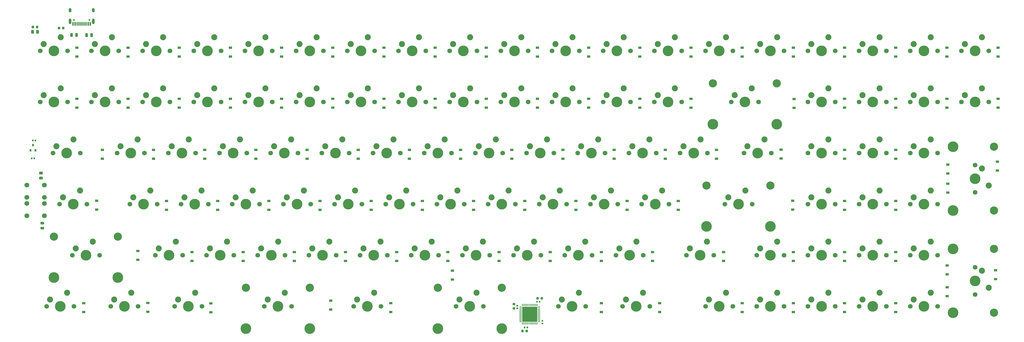
<source format=gbr>
G04 #@! TF.GenerationSoftware,KiCad,Pcbnew,(5.1.4)-1*
G04 #@! TF.CreationDate,2020-08-16T19:21:30-07:00*
G04 #@! TF.ProjectId,v1PCB,76315043-422e-46b6-9963-61645f706362,rev?*
G04 #@! TF.SameCoordinates,Original*
G04 #@! TF.FileFunction,Soldermask,Bot*
G04 #@! TF.FilePolarity,Negative*
%FSLAX46Y46*%
G04 Gerber Fmt 4.6, Leading zero omitted, Abs format (unit mm)*
G04 Created by KiCad (PCBNEW (5.1.4)-1) date 2020-08-16 19:21:30*
%MOMM*%
%LPD*%
G04 APERTURE LIST*
%ADD10C,2.250000*%
%ADD11C,3.987800*%
%ADD12C,1.750000*%
%ADD13C,3.048000*%
%ADD14C,0.020000*%
%ADD15C,0.875000*%
%ADD16C,0.590000*%
%ADD17C,0.250000*%
%ADD18C,5.600000*%
%ADD19R,0.600000X1.450000*%
%ADD20R,0.300000X1.450000*%
%ADD21C,0.650000*%
%ADD22O,1.000000X2.100000*%
%ADD23O,1.000000X1.600000*%
%ADD24C,1.800000*%
%ADD25C,0.975000*%
%ADD26R,1.200000X0.900000*%
%ADD27R,0.800000X0.900000*%
G04 APERTURE END LIST*
D10*
X281146250Y-206502000D03*
D11*
X278606250Y-211582000D03*
D10*
X274796250Y-209042000D03*
D12*
X273526250Y-211582000D03*
X283686250Y-211582000D03*
D13*
X266700000Y-204597000D03*
X290512500Y-204597000D03*
D11*
X266700000Y-219837000D03*
X290512500Y-219837000D03*
D14*
G36*
X300036491Y-220302853D02*
G01*
X300057726Y-220306003D01*
X300078550Y-220311219D01*
X300098762Y-220318451D01*
X300118168Y-220327630D01*
X300136581Y-220338666D01*
X300153824Y-220351454D01*
X300169730Y-220365870D01*
X300184146Y-220381776D01*
X300196934Y-220399019D01*
X300207970Y-220417432D01*
X300217149Y-220436838D01*
X300224381Y-220457050D01*
X300229597Y-220477874D01*
X300232747Y-220499109D01*
X300233800Y-220520550D01*
X300233800Y-221033050D01*
X300232747Y-221054491D01*
X300229597Y-221075726D01*
X300224381Y-221096550D01*
X300217149Y-221116762D01*
X300207970Y-221136168D01*
X300196934Y-221154581D01*
X300184146Y-221171824D01*
X300169730Y-221187730D01*
X300153824Y-221202146D01*
X300136581Y-221214934D01*
X300118168Y-221225970D01*
X300098762Y-221235149D01*
X300078550Y-221242381D01*
X300057726Y-221247597D01*
X300036491Y-221250747D01*
X300015050Y-221251800D01*
X299577550Y-221251800D01*
X299556109Y-221250747D01*
X299534874Y-221247597D01*
X299514050Y-221242381D01*
X299493838Y-221235149D01*
X299474432Y-221225970D01*
X299456019Y-221214934D01*
X299438776Y-221202146D01*
X299422870Y-221187730D01*
X299408454Y-221171824D01*
X299395666Y-221154581D01*
X299384630Y-221136168D01*
X299375451Y-221116762D01*
X299368219Y-221096550D01*
X299363003Y-221075726D01*
X299359853Y-221054491D01*
X299358800Y-221033050D01*
X299358800Y-220520550D01*
X299359853Y-220499109D01*
X299363003Y-220477874D01*
X299368219Y-220457050D01*
X299375451Y-220436838D01*
X299384630Y-220417432D01*
X299395666Y-220399019D01*
X299408454Y-220381776D01*
X299422870Y-220365870D01*
X299438776Y-220351454D01*
X299456019Y-220338666D01*
X299474432Y-220327630D01*
X299493838Y-220318451D01*
X299514050Y-220311219D01*
X299534874Y-220306003D01*
X299556109Y-220302853D01*
X299577550Y-220301800D01*
X300015050Y-220301800D01*
X300036491Y-220302853D01*
X300036491Y-220302853D01*
G37*
D15*
X299796300Y-220776800D03*
D14*
G36*
X298461491Y-220302853D02*
G01*
X298482726Y-220306003D01*
X298503550Y-220311219D01*
X298523762Y-220318451D01*
X298543168Y-220327630D01*
X298561581Y-220338666D01*
X298578824Y-220351454D01*
X298594730Y-220365870D01*
X298609146Y-220381776D01*
X298621934Y-220399019D01*
X298632970Y-220417432D01*
X298642149Y-220436838D01*
X298649381Y-220457050D01*
X298654597Y-220477874D01*
X298657747Y-220499109D01*
X298658800Y-220520550D01*
X298658800Y-221033050D01*
X298657747Y-221054491D01*
X298654597Y-221075726D01*
X298649381Y-221096550D01*
X298642149Y-221116762D01*
X298632970Y-221136168D01*
X298621934Y-221154581D01*
X298609146Y-221171824D01*
X298594730Y-221187730D01*
X298578824Y-221202146D01*
X298561581Y-221214934D01*
X298543168Y-221225970D01*
X298523762Y-221235149D01*
X298503550Y-221242381D01*
X298482726Y-221247597D01*
X298461491Y-221250747D01*
X298440050Y-221251800D01*
X298002550Y-221251800D01*
X297981109Y-221250747D01*
X297959874Y-221247597D01*
X297939050Y-221242381D01*
X297918838Y-221235149D01*
X297899432Y-221225970D01*
X297881019Y-221214934D01*
X297863776Y-221202146D01*
X297847870Y-221187730D01*
X297833454Y-221171824D01*
X297820666Y-221154581D01*
X297809630Y-221136168D01*
X297800451Y-221116762D01*
X297793219Y-221096550D01*
X297788003Y-221075726D01*
X297784853Y-221054491D01*
X297783800Y-221033050D01*
X297783800Y-220520550D01*
X297784853Y-220499109D01*
X297788003Y-220477874D01*
X297793219Y-220457050D01*
X297800451Y-220436838D01*
X297809630Y-220417432D01*
X297820666Y-220399019D01*
X297833454Y-220381776D01*
X297847870Y-220365870D01*
X297863776Y-220351454D01*
X297881019Y-220338666D01*
X297899432Y-220327630D01*
X297918838Y-220318451D01*
X297939050Y-220311219D01*
X297959874Y-220306003D01*
X297981109Y-220302853D01*
X298002550Y-220301800D01*
X298440050Y-220301800D01*
X298461491Y-220302853D01*
X298461491Y-220302853D01*
G37*
D15*
X298221300Y-220776800D03*
D14*
G36*
X303765758Y-209535510D02*
G01*
X303780076Y-209537634D01*
X303794117Y-209541151D01*
X303807746Y-209546028D01*
X303820831Y-209552217D01*
X303833247Y-209559658D01*
X303844873Y-209568281D01*
X303855598Y-209578002D01*
X303865319Y-209588727D01*
X303873942Y-209600353D01*
X303881383Y-209612769D01*
X303887572Y-209625854D01*
X303892449Y-209639483D01*
X303895966Y-209653524D01*
X303898090Y-209667842D01*
X303898800Y-209682300D01*
X303898800Y-210027300D01*
X303898090Y-210041758D01*
X303895966Y-210056076D01*
X303892449Y-210070117D01*
X303887572Y-210083746D01*
X303881383Y-210096831D01*
X303873942Y-210109247D01*
X303865319Y-210120873D01*
X303855598Y-210131598D01*
X303844873Y-210141319D01*
X303833247Y-210149942D01*
X303820831Y-210157383D01*
X303807746Y-210163572D01*
X303794117Y-210168449D01*
X303780076Y-210171966D01*
X303765758Y-210174090D01*
X303751300Y-210174800D01*
X303456300Y-210174800D01*
X303441842Y-210174090D01*
X303427524Y-210171966D01*
X303413483Y-210168449D01*
X303399854Y-210163572D01*
X303386769Y-210157383D01*
X303374353Y-210149942D01*
X303362727Y-210141319D01*
X303352002Y-210131598D01*
X303342281Y-210120873D01*
X303333658Y-210109247D01*
X303326217Y-210096831D01*
X303320028Y-210083746D01*
X303315151Y-210070117D01*
X303311634Y-210056076D01*
X303309510Y-210041758D01*
X303308800Y-210027300D01*
X303308800Y-209682300D01*
X303309510Y-209667842D01*
X303311634Y-209653524D01*
X303315151Y-209639483D01*
X303320028Y-209625854D01*
X303326217Y-209612769D01*
X303333658Y-209600353D01*
X303342281Y-209588727D01*
X303352002Y-209578002D01*
X303362727Y-209568281D01*
X303374353Y-209559658D01*
X303386769Y-209552217D01*
X303399854Y-209546028D01*
X303413483Y-209541151D01*
X303427524Y-209537634D01*
X303441842Y-209535510D01*
X303456300Y-209534800D01*
X303751300Y-209534800D01*
X303765758Y-209535510D01*
X303765758Y-209535510D01*
G37*
D16*
X303603800Y-209854800D03*
D14*
G36*
X304735758Y-209535510D02*
G01*
X304750076Y-209537634D01*
X304764117Y-209541151D01*
X304777746Y-209546028D01*
X304790831Y-209552217D01*
X304803247Y-209559658D01*
X304814873Y-209568281D01*
X304825598Y-209578002D01*
X304835319Y-209588727D01*
X304843942Y-209600353D01*
X304851383Y-209612769D01*
X304857572Y-209625854D01*
X304862449Y-209639483D01*
X304865966Y-209653524D01*
X304868090Y-209667842D01*
X304868800Y-209682300D01*
X304868800Y-210027300D01*
X304868090Y-210041758D01*
X304865966Y-210056076D01*
X304862449Y-210070117D01*
X304857572Y-210083746D01*
X304851383Y-210096831D01*
X304843942Y-210109247D01*
X304835319Y-210120873D01*
X304825598Y-210131598D01*
X304814873Y-210141319D01*
X304803247Y-210149942D01*
X304790831Y-210157383D01*
X304777746Y-210163572D01*
X304764117Y-210168449D01*
X304750076Y-210171966D01*
X304735758Y-210174090D01*
X304721300Y-210174800D01*
X304426300Y-210174800D01*
X304411842Y-210174090D01*
X304397524Y-210171966D01*
X304383483Y-210168449D01*
X304369854Y-210163572D01*
X304356769Y-210157383D01*
X304344353Y-210149942D01*
X304332727Y-210141319D01*
X304322002Y-210131598D01*
X304312281Y-210120873D01*
X304303658Y-210109247D01*
X304296217Y-210096831D01*
X304290028Y-210083746D01*
X304285151Y-210070117D01*
X304281634Y-210056076D01*
X304279510Y-210041758D01*
X304278800Y-210027300D01*
X304278800Y-209682300D01*
X304279510Y-209667842D01*
X304281634Y-209653524D01*
X304285151Y-209639483D01*
X304290028Y-209625854D01*
X304296217Y-209612769D01*
X304303658Y-209600353D01*
X304312281Y-209588727D01*
X304322002Y-209578002D01*
X304332727Y-209568281D01*
X304344353Y-209559658D01*
X304356769Y-209552217D01*
X304369854Y-209546028D01*
X304383483Y-209541151D01*
X304397524Y-209537634D01*
X304411842Y-209535510D01*
X304426300Y-209534800D01*
X304721300Y-209534800D01*
X304735758Y-209535510D01*
X304735758Y-209535510D01*
G37*
D16*
X304573800Y-209854800D03*
D14*
G36*
X305799758Y-216695510D02*
G01*
X305814076Y-216697634D01*
X305828117Y-216701151D01*
X305841746Y-216706028D01*
X305854831Y-216712217D01*
X305867247Y-216719658D01*
X305878873Y-216728281D01*
X305889598Y-216738002D01*
X305899319Y-216748727D01*
X305907942Y-216760353D01*
X305915383Y-216772769D01*
X305921572Y-216785854D01*
X305926449Y-216799483D01*
X305929966Y-216813524D01*
X305932090Y-216827842D01*
X305932800Y-216842300D01*
X305932800Y-217137300D01*
X305932090Y-217151758D01*
X305929966Y-217166076D01*
X305926449Y-217180117D01*
X305921572Y-217193746D01*
X305915383Y-217206831D01*
X305907942Y-217219247D01*
X305899319Y-217230873D01*
X305889598Y-217241598D01*
X305878873Y-217251319D01*
X305867247Y-217259942D01*
X305854831Y-217267383D01*
X305841746Y-217273572D01*
X305828117Y-217278449D01*
X305814076Y-217281966D01*
X305799758Y-217284090D01*
X305785300Y-217284800D01*
X305440300Y-217284800D01*
X305425842Y-217284090D01*
X305411524Y-217281966D01*
X305397483Y-217278449D01*
X305383854Y-217273572D01*
X305370769Y-217267383D01*
X305358353Y-217259942D01*
X305346727Y-217251319D01*
X305336002Y-217241598D01*
X305326281Y-217230873D01*
X305317658Y-217219247D01*
X305310217Y-217206831D01*
X305304028Y-217193746D01*
X305299151Y-217180117D01*
X305295634Y-217166076D01*
X305293510Y-217151758D01*
X305292800Y-217137300D01*
X305292800Y-216842300D01*
X305293510Y-216827842D01*
X305295634Y-216813524D01*
X305299151Y-216799483D01*
X305304028Y-216785854D01*
X305310217Y-216772769D01*
X305317658Y-216760353D01*
X305326281Y-216748727D01*
X305336002Y-216738002D01*
X305346727Y-216728281D01*
X305358353Y-216719658D01*
X305370769Y-216712217D01*
X305383854Y-216706028D01*
X305397483Y-216701151D01*
X305411524Y-216697634D01*
X305425842Y-216695510D01*
X305440300Y-216694800D01*
X305785300Y-216694800D01*
X305799758Y-216695510D01*
X305799758Y-216695510D01*
G37*
D16*
X305612800Y-216989800D03*
D14*
G36*
X305799758Y-217665510D02*
G01*
X305814076Y-217667634D01*
X305828117Y-217671151D01*
X305841746Y-217676028D01*
X305854831Y-217682217D01*
X305867247Y-217689658D01*
X305878873Y-217698281D01*
X305889598Y-217708002D01*
X305899319Y-217718727D01*
X305907942Y-217730353D01*
X305915383Y-217742769D01*
X305921572Y-217755854D01*
X305926449Y-217769483D01*
X305929966Y-217783524D01*
X305932090Y-217797842D01*
X305932800Y-217812300D01*
X305932800Y-218107300D01*
X305932090Y-218121758D01*
X305929966Y-218136076D01*
X305926449Y-218150117D01*
X305921572Y-218163746D01*
X305915383Y-218176831D01*
X305907942Y-218189247D01*
X305899319Y-218200873D01*
X305889598Y-218211598D01*
X305878873Y-218221319D01*
X305867247Y-218229942D01*
X305854831Y-218237383D01*
X305841746Y-218243572D01*
X305828117Y-218248449D01*
X305814076Y-218251966D01*
X305799758Y-218254090D01*
X305785300Y-218254800D01*
X305440300Y-218254800D01*
X305425842Y-218254090D01*
X305411524Y-218251966D01*
X305397483Y-218248449D01*
X305383854Y-218243572D01*
X305370769Y-218237383D01*
X305358353Y-218229942D01*
X305346727Y-218221319D01*
X305336002Y-218211598D01*
X305326281Y-218200873D01*
X305317658Y-218189247D01*
X305310217Y-218176831D01*
X305304028Y-218163746D01*
X305299151Y-218150117D01*
X305295634Y-218136076D01*
X305293510Y-218121758D01*
X305292800Y-218107300D01*
X305292800Y-217812300D01*
X305293510Y-217797842D01*
X305295634Y-217783524D01*
X305299151Y-217769483D01*
X305304028Y-217755854D01*
X305310217Y-217742769D01*
X305317658Y-217730353D01*
X305326281Y-217718727D01*
X305336002Y-217708002D01*
X305346727Y-217698281D01*
X305358353Y-217689658D01*
X305370769Y-217682217D01*
X305383854Y-217676028D01*
X305397483Y-217671151D01*
X305411524Y-217667634D01*
X305425842Y-217665510D01*
X305440300Y-217664800D01*
X305785300Y-217664800D01*
X305799758Y-217665510D01*
X305799758Y-217665510D01*
G37*
D16*
X305612800Y-217959800D03*
D14*
G36*
X304745126Y-217128301D02*
G01*
X304751193Y-217129201D01*
X304757143Y-217130691D01*
X304762918Y-217132758D01*
X304768462Y-217135380D01*
X304773723Y-217138533D01*
X304778650Y-217142187D01*
X304783194Y-217146306D01*
X304787313Y-217150850D01*
X304790967Y-217155777D01*
X304794120Y-217161038D01*
X304796742Y-217166582D01*
X304798809Y-217172357D01*
X304800299Y-217178307D01*
X304801199Y-217184374D01*
X304801500Y-217190500D01*
X304801500Y-217315500D01*
X304801199Y-217321626D01*
X304800299Y-217327693D01*
X304798809Y-217333643D01*
X304796742Y-217339418D01*
X304794120Y-217344962D01*
X304790967Y-217350223D01*
X304787313Y-217355150D01*
X304783194Y-217359694D01*
X304778650Y-217363813D01*
X304773723Y-217367467D01*
X304768462Y-217370620D01*
X304762918Y-217373242D01*
X304757143Y-217375309D01*
X304751193Y-217376799D01*
X304745126Y-217377699D01*
X304739000Y-217378000D01*
X303989000Y-217378000D01*
X303982874Y-217377699D01*
X303976807Y-217376799D01*
X303970857Y-217375309D01*
X303965082Y-217373242D01*
X303959538Y-217370620D01*
X303954277Y-217367467D01*
X303949350Y-217363813D01*
X303944806Y-217359694D01*
X303940687Y-217355150D01*
X303937033Y-217350223D01*
X303933880Y-217344962D01*
X303931258Y-217339418D01*
X303929191Y-217333643D01*
X303927701Y-217327693D01*
X303926801Y-217321626D01*
X303926500Y-217315500D01*
X303926500Y-217190500D01*
X303926801Y-217184374D01*
X303927701Y-217178307D01*
X303929191Y-217172357D01*
X303931258Y-217166582D01*
X303933880Y-217161038D01*
X303937033Y-217155777D01*
X303940687Y-217150850D01*
X303944806Y-217146306D01*
X303949350Y-217142187D01*
X303954277Y-217138533D01*
X303959538Y-217135380D01*
X303965082Y-217132758D01*
X303970857Y-217130691D01*
X303976807Y-217129201D01*
X303982874Y-217128301D01*
X303989000Y-217128000D01*
X304739000Y-217128000D01*
X304745126Y-217128301D01*
X304745126Y-217128301D01*
G37*
D17*
X304364000Y-217253000D03*
D14*
G36*
X304745126Y-216628301D02*
G01*
X304751193Y-216629201D01*
X304757143Y-216630691D01*
X304762918Y-216632758D01*
X304768462Y-216635380D01*
X304773723Y-216638533D01*
X304778650Y-216642187D01*
X304783194Y-216646306D01*
X304787313Y-216650850D01*
X304790967Y-216655777D01*
X304794120Y-216661038D01*
X304796742Y-216666582D01*
X304798809Y-216672357D01*
X304800299Y-216678307D01*
X304801199Y-216684374D01*
X304801500Y-216690500D01*
X304801500Y-216815500D01*
X304801199Y-216821626D01*
X304800299Y-216827693D01*
X304798809Y-216833643D01*
X304796742Y-216839418D01*
X304794120Y-216844962D01*
X304790967Y-216850223D01*
X304787313Y-216855150D01*
X304783194Y-216859694D01*
X304778650Y-216863813D01*
X304773723Y-216867467D01*
X304768462Y-216870620D01*
X304762918Y-216873242D01*
X304757143Y-216875309D01*
X304751193Y-216876799D01*
X304745126Y-216877699D01*
X304739000Y-216878000D01*
X303989000Y-216878000D01*
X303982874Y-216877699D01*
X303976807Y-216876799D01*
X303970857Y-216875309D01*
X303965082Y-216873242D01*
X303959538Y-216870620D01*
X303954277Y-216867467D01*
X303949350Y-216863813D01*
X303944806Y-216859694D01*
X303940687Y-216855150D01*
X303937033Y-216850223D01*
X303933880Y-216844962D01*
X303931258Y-216839418D01*
X303929191Y-216833643D01*
X303927701Y-216827693D01*
X303926801Y-216821626D01*
X303926500Y-216815500D01*
X303926500Y-216690500D01*
X303926801Y-216684374D01*
X303927701Y-216678307D01*
X303929191Y-216672357D01*
X303931258Y-216666582D01*
X303933880Y-216661038D01*
X303937033Y-216655777D01*
X303940687Y-216650850D01*
X303944806Y-216646306D01*
X303949350Y-216642187D01*
X303954277Y-216638533D01*
X303959538Y-216635380D01*
X303965082Y-216632758D01*
X303970857Y-216630691D01*
X303976807Y-216629201D01*
X303982874Y-216628301D01*
X303989000Y-216628000D01*
X304739000Y-216628000D01*
X304745126Y-216628301D01*
X304745126Y-216628301D01*
G37*
D17*
X304364000Y-216753000D03*
D14*
G36*
X304745126Y-216128301D02*
G01*
X304751193Y-216129201D01*
X304757143Y-216130691D01*
X304762918Y-216132758D01*
X304768462Y-216135380D01*
X304773723Y-216138533D01*
X304778650Y-216142187D01*
X304783194Y-216146306D01*
X304787313Y-216150850D01*
X304790967Y-216155777D01*
X304794120Y-216161038D01*
X304796742Y-216166582D01*
X304798809Y-216172357D01*
X304800299Y-216178307D01*
X304801199Y-216184374D01*
X304801500Y-216190500D01*
X304801500Y-216315500D01*
X304801199Y-216321626D01*
X304800299Y-216327693D01*
X304798809Y-216333643D01*
X304796742Y-216339418D01*
X304794120Y-216344962D01*
X304790967Y-216350223D01*
X304787313Y-216355150D01*
X304783194Y-216359694D01*
X304778650Y-216363813D01*
X304773723Y-216367467D01*
X304768462Y-216370620D01*
X304762918Y-216373242D01*
X304757143Y-216375309D01*
X304751193Y-216376799D01*
X304745126Y-216377699D01*
X304739000Y-216378000D01*
X303989000Y-216378000D01*
X303982874Y-216377699D01*
X303976807Y-216376799D01*
X303970857Y-216375309D01*
X303965082Y-216373242D01*
X303959538Y-216370620D01*
X303954277Y-216367467D01*
X303949350Y-216363813D01*
X303944806Y-216359694D01*
X303940687Y-216355150D01*
X303937033Y-216350223D01*
X303933880Y-216344962D01*
X303931258Y-216339418D01*
X303929191Y-216333643D01*
X303927701Y-216327693D01*
X303926801Y-216321626D01*
X303926500Y-216315500D01*
X303926500Y-216190500D01*
X303926801Y-216184374D01*
X303927701Y-216178307D01*
X303929191Y-216172357D01*
X303931258Y-216166582D01*
X303933880Y-216161038D01*
X303937033Y-216155777D01*
X303940687Y-216150850D01*
X303944806Y-216146306D01*
X303949350Y-216142187D01*
X303954277Y-216138533D01*
X303959538Y-216135380D01*
X303965082Y-216132758D01*
X303970857Y-216130691D01*
X303976807Y-216129201D01*
X303982874Y-216128301D01*
X303989000Y-216128000D01*
X304739000Y-216128000D01*
X304745126Y-216128301D01*
X304745126Y-216128301D01*
G37*
D17*
X304364000Y-216253000D03*
D14*
G36*
X304745126Y-215628301D02*
G01*
X304751193Y-215629201D01*
X304757143Y-215630691D01*
X304762918Y-215632758D01*
X304768462Y-215635380D01*
X304773723Y-215638533D01*
X304778650Y-215642187D01*
X304783194Y-215646306D01*
X304787313Y-215650850D01*
X304790967Y-215655777D01*
X304794120Y-215661038D01*
X304796742Y-215666582D01*
X304798809Y-215672357D01*
X304800299Y-215678307D01*
X304801199Y-215684374D01*
X304801500Y-215690500D01*
X304801500Y-215815500D01*
X304801199Y-215821626D01*
X304800299Y-215827693D01*
X304798809Y-215833643D01*
X304796742Y-215839418D01*
X304794120Y-215844962D01*
X304790967Y-215850223D01*
X304787313Y-215855150D01*
X304783194Y-215859694D01*
X304778650Y-215863813D01*
X304773723Y-215867467D01*
X304768462Y-215870620D01*
X304762918Y-215873242D01*
X304757143Y-215875309D01*
X304751193Y-215876799D01*
X304745126Y-215877699D01*
X304739000Y-215878000D01*
X303989000Y-215878000D01*
X303982874Y-215877699D01*
X303976807Y-215876799D01*
X303970857Y-215875309D01*
X303965082Y-215873242D01*
X303959538Y-215870620D01*
X303954277Y-215867467D01*
X303949350Y-215863813D01*
X303944806Y-215859694D01*
X303940687Y-215855150D01*
X303937033Y-215850223D01*
X303933880Y-215844962D01*
X303931258Y-215839418D01*
X303929191Y-215833643D01*
X303927701Y-215827693D01*
X303926801Y-215821626D01*
X303926500Y-215815500D01*
X303926500Y-215690500D01*
X303926801Y-215684374D01*
X303927701Y-215678307D01*
X303929191Y-215672357D01*
X303931258Y-215666582D01*
X303933880Y-215661038D01*
X303937033Y-215655777D01*
X303940687Y-215650850D01*
X303944806Y-215646306D01*
X303949350Y-215642187D01*
X303954277Y-215638533D01*
X303959538Y-215635380D01*
X303965082Y-215632758D01*
X303970857Y-215630691D01*
X303976807Y-215629201D01*
X303982874Y-215628301D01*
X303989000Y-215628000D01*
X304739000Y-215628000D01*
X304745126Y-215628301D01*
X304745126Y-215628301D01*
G37*
D17*
X304364000Y-215753000D03*
D14*
G36*
X304745126Y-215128301D02*
G01*
X304751193Y-215129201D01*
X304757143Y-215130691D01*
X304762918Y-215132758D01*
X304768462Y-215135380D01*
X304773723Y-215138533D01*
X304778650Y-215142187D01*
X304783194Y-215146306D01*
X304787313Y-215150850D01*
X304790967Y-215155777D01*
X304794120Y-215161038D01*
X304796742Y-215166582D01*
X304798809Y-215172357D01*
X304800299Y-215178307D01*
X304801199Y-215184374D01*
X304801500Y-215190500D01*
X304801500Y-215315500D01*
X304801199Y-215321626D01*
X304800299Y-215327693D01*
X304798809Y-215333643D01*
X304796742Y-215339418D01*
X304794120Y-215344962D01*
X304790967Y-215350223D01*
X304787313Y-215355150D01*
X304783194Y-215359694D01*
X304778650Y-215363813D01*
X304773723Y-215367467D01*
X304768462Y-215370620D01*
X304762918Y-215373242D01*
X304757143Y-215375309D01*
X304751193Y-215376799D01*
X304745126Y-215377699D01*
X304739000Y-215378000D01*
X303989000Y-215378000D01*
X303982874Y-215377699D01*
X303976807Y-215376799D01*
X303970857Y-215375309D01*
X303965082Y-215373242D01*
X303959538Y-215370620D01*
X303954277Y-215367467D01*
X303949350Y-215363813D01*
X303944806Y-215359694D01*
X303940687Y-215355150D01*
X303937033Y-215350223D01*
X303933880Y-215344962D01*
X303931258Y-215339418D01*
X303929191Y-215333643D01*
X303927701Y-215327693D01*
X303926801Y-215321626D01*
X303926500Y-215315500D01*
X303926500Y-215190500D01*
X303926801Y-215184374D01*
X303927701Y-215178307D01*
X303929191Y-215172357D01*
X303931258Y-215166582D01*
X303933880Y-215161038D01*
X303937033Y-215155777D01*
X303940687Y-215150850D01*
X303944806Y-215146306D01*
X303949350Y-215142187D01*
X303954277Y-215138533D01*
X303959538Y-215135380D01*
X303965082Y-215132758D01*
X303970857Y-215130691D01*
X303976807Y-215129201D01*
X303982874Y-215128301D01*
X303989000Y-215128000D01*
X304739000Y-215128000D01*
X304745126Y-215128301D01*
X304745126Y-215128301D01*
G37*
D17*
X304364000Y-215253000D03*
D14*
G36*
X304745126Y-214628301D02*
G01*
X304751193Y-214629201D01*
X304757143Y-214630691D01*
X304762918Y-214632758D01*
X304768462Y-214635380D01*
X304773723Y-214638533D01*
X304778650Y-214642187D01*
X304783194Y-214646306D01*
X304787313Y-214650850D01*
X304790967Y-214655777D01*
X304794120Y-214661038D01*
X304796742Y-214666582D01*
X304798809Y-214672357D01*
X304800299Y-214678307D01*
X304801199Y-214684374D01*
X304801500Y-214690500D01*
X304801500Y-214815500D01*
X304801199Y-214821626D01*
X304800299Y-214827693D01*
X304798809Y-214833643D01*
X304796742Y-214839418D01*
X304794120Y-214844962D01*
X304790967Y-214850223D01*
X304787313Y-214855150D01*
X304783194Y-214859694D01*
X304778650Y-214863813D01*
X304773723Y-214867467D01*
X304768462Y-214870620D01*
X304762918Y-214873242D01*
X304757143Y-214875309D01*
X304751193Y-214876799D01*
X304745126Y-214877699D01*
X304739000Y-214878000D01*
X303989000Y-214878000D01*
X303982874Y-214877699D01*
X303976807Y-214876799D01*
X303970857Y-214875309D01*
X303965082Y-214873242D01*
X303959538Y-214870620D01*
X303954277Y-214867467D01*
X303949350Y-214863813D01*
X303944806Y-214859694D01*
X303940687Y-214855150D01*
X303937033Y-214850223D01*
X303933880Y-214844962D01*
X303931258Y-214839418D01*
X303929191Y-214833643D01*
X303927701Y-214827693D01*
X303926801Y-214821626D01*
X303926500Y-214815500D01*
X303926500Y-214690500D01*
X303926801Y-214684374D01*
X303927701Y-214678307D01*
X303929191Y-214672357D01*
X303931258Y-214666582D01*
X303933880Y-214661038D01*
X303937033Y-214655777D01*
X303940687Y-214650850D01*
X303944806Y-214646306D01*
X303949350Y-214642187D01*
X303954277Y-214638533D01*
X303959538Y-214635380D01*
X303965082Y-214632758D01*
X303970857Y-214630691D01*
X303976807Y-214629201D01*
X303982874Y-214628301D01*
X303989000Y-214628000D01*
X304739000Y-214628000D01*
X304745126Y-214628301D01*
X304745126Y-214628301D01*
G37*
D17*
X304364000Y-214753000D03*
D14*
G36*
X304745126Y-214128301D02*
G01*
X304751193Y-214129201D01*
X304757143Y-214130691D01*
X304762918Y-214132758D01*
X304768462Y-214135380D01*
X304773723Y-214138533D01*
X304778650Y-214142187D01*
X304783194Y-214146306D01*
X304787313Y-214150850D01*
X304790967Y-214155777D01*
X304794120Y-214161038D01*
X304796742Y-214166582D01*
X304798809Y-214172357D01*
X304800299Y-214178307D01*
X304801199Y-214184374D01*
X304801500Y-214190500D01*
X304801500Y-214315500D01*
X304801199Y-214321626D01*
X304800299Y-214327693D01*
X304798809Y-214333643D01*
X304796742Y-214339418D01*
X304794120Y-214344962D01*
X304790967Y-214350223D01*
X304787313Y-214355150D01*
X304783194Y-214359694D01*
X304778650Y-214363813D01*
X304773723Y-214367467D01*
X304768462Y-214370620D01*
X304762918Y-214373242D01*
X304757143Y-214375309D01*
X304751193Y-214376799D01*
X304745126Y-214377699D01*
X304739000Y-214378000D01*
X303989000Y-214378000D01*
X303982874Y-214377699D01*
X303976807Y-214376799D01*
X303970857Y-214375309D01*
X303965082Y-214373242D01*
X303959538Y-214370620D01*
X303954277Y-214367467D01*
X303949350Y-214363813D01*
X303944806Y-214359694D01*
X303940687Y-214355150D01*
X303937033Y-214350223D01*
X303933880Y-214344962D01*
X303931258Y-214339418D01*
X303929191Y-214333643D01*
X303927701Y-214327693D01*
X303926801Y-214321626D01*
X303926500Y-214315500D01*
X303926500Y-214190500D01*
X303926801Y-214184374D01*
X303927701Y-214178307D01*
X303929191Y-214172357D01*
X303931258Y-214166582D01*
X303933880Y-214161038D01*
X303937033Y-214155777D01*
X303940687Y-214150850D01*
X303944806Y-214146306D01*
X303949350Y-214142187D01*
X303954277Y-214138533D01*
X303959538Y-214135380D01*
X303965082Y-214132758D01*
X303970857Y-214130691D01*
X303976807Y-214129201D01*
X303982874Y-214128301D01*
X303989000Y-214128000D01*
X304739000Y-214128000D01*
X304745126Y-214128301D01*
X304745126Y-214128301D01*
G37*
D17*
X304364000Y-214253000D03*
D14*
G36*
X304745126Y-213628301D02*
G01*
X304751193Y-213629201D01*
X304757143Y-213630691D01*
X304762918Y-213632758D01*
X304768462Y-213635380D01*
X304773723Y-213638533D01*
X304778650Y-213642187D01*
X304783194Y-213646306D01*
X304787313Y-213650850D01*
X304790967Y-213655777D01*
X304794120Y-213661038D01*
X304796742Y-213666582D01*
X304798809Y-213672357D01*
X304800299Y-213678307D01*
X304801199Y-213684374D01*
X304801500Y-213690500D01*
X304801500Y-213815500D01*
X304801199Y-213821626D01*
X304800299Y-213827693D01*
X304798809Y-213833643D01*
X304796742Y-213839418D01*
X304794120Y-213844962D01*
X304790967Y-213850223D01*
X304787313Y-213855150D01*
X304783194Y-213859694D01*
X304778650Y-213863813D01*
X304773723Y-213867467D01*
X304768462Y-213870620D01*
X304762918Y-213873242D01*
X304757143Y-213875309D01*
X304751193Y-213876799D01*
X304745126Y-213877699D01*
X304739000Y-213878000D01*
X303989000Y-213878000D01*
X303982874Y-213877699D01*
X303976807Y-213876799D01*
X303970857Y-213875309D01*
X303965082Y-213873242D01*
X303959538Y-213870620D01*
X303954277Y-213867467D01*
X303949350Y-213863813D01*
X303944806Y-213859694D01*
X303940687Y-213855150D01*
X303937033Y-213850223D01*
X303933880Y-213844962D01*
X303931258Y-213839418D01*
X303929191Y-213833643D01*
X303927701Y-213827693D01*
X303926801Y-213821626D01*
X303926500Y-213815500D01*
X303926500Y-213690500D01*
X303926801Y-213684374D01*
X303927701Y-213678307D01*
X303929191Y-213672357D01*
X303931258Y-213666582D01*
X303933880Y-213661038D01*
X303937033Y-213655777D01*
X303940687Y-213650850D01*
X303944806Y-213646306D01*
X303949350Y-213642187D01*
X303954277Y-213638533D01*
X303959538Y-213635380D01*
X303965082Y-213632758D01*
X303970857Y-213630691D01*
X303976807Y-213629201D01*
X303982874Y-213628301D01*
X303989000Y-213628000D01*
X304739000Y-213628000D01*
X304745126Y-213628301D01*
X304745126Y-213628301D01*
G37*
D17*
X304364000Y-213753000D03*
D14*
G36*
X304745126Y-213128301D02*
G01*
X304751193Y-213129201D01*
X304757143Y-213130691D01*
X304762918Y-213132758D01*
X304768462Y-213135380D01*
X304773723Y-213138533D01*
X304778650Y-213142187D01*
X304783194Y-213146306D01*
X304787313Y-213150850D01*
X304790967Y-213155777D01*
X304794120Y-213161038D01*
X304796742Y-213166582D01*
X304798809Y-213172357D01*
X304800299Y-213178307D01*
X304801199Y-213184374D01*
X304801500Y-213190500D01*
X304801500Y-213315500D01*
X304801199Y-213321626D01*
X304800299Y-213327693D01*
X304798809Y-213333643D01*
X304796742Y-213339418D01*
X304794120Y-213344962D01*
X304790967Y-213350223D01*
X304787313Y-213355150D01*
X304783194Y-213359694D01*
X304778650Y-213363813D01*
X304773723Y-213367467D01*
X304768462Y-213370620D01*
X304762918Y-213373242D01*
X304757143Y-213375309D01*
X304751193Y-213376799D01*
X304745126Y-213377699D01*
X304739000Y-213378000D01*
X303989000Y-213378000D01*
X303982874Y-213377699D01*
X303976807Y-213376799D01*
X303970857Y-213375309D01*
X303965082Y-213373242D01*
X303959538Y-213370620D01*
X303954277Y-213367467D01*
X303949350Y-213363813D01*
X303944806Y-213359694D01*
X303940687Y-213355150D01*
X303937033Y-213350223D01*
X303933880Y-213344962D01*
X303931258Y-213339418D01*
X303929191Y-213333643D01*
X303927701Y-213327693D01*
X303926801Y-213321626D01*
X303926500Y-213315500D01*
X303926500Y-213190500D01*
X303926801Y-213184374D01*
X303927701Y-213178307D01*
X303929191Y-213172357D01*
X303931258Y-213166582D01*
X303933880Y-213161038D01*
X303937033Y-213155777D01*
X303940687Y-213150850D01*
X303944806Y-213146306D01*
X303949350Y-213142187D01*
X303954277Y-213138533D01*
X303959538Y-213135380D01*
X303965082Y-213132758D01*
X303970857Y-213130691D01*
X303976807Y-213129201D01*
X303982874Y-213128301D01*
X303989000Y-213128000D01*
X304739000Y-213128000D01*
X304745126Y-213128301D01*
X304745126Y-213128301D01*
G37*
D17*
X304364000Y-213253000D03*
D14*
G36*
X304745126Y-212628301D02*
G01*
X304751193Y-212629201D01*
X304757143Y-212630691D01*
X304762918Y-212632758D01*
X304768462Y-212635380D01*
X304773723Y-212638533D01*
X304778650Y-212642187D01*
X304783194Y-212646306D01*
X304787313Y-212650850D01*
X304790967Y-212655777D01*
X304794120Y-212661038D01*
X304796742Y-212666582D01*
X304798809Y-212672357D01*
X304800299Y-212678307D01*
X304801199Y-212684374D01*
X304801500Y-212690500D01*
X304801500Y-212815500D01*
X304801199Y-212821626D01*
X304800299Y-212827693D01*
X304798809Y-212833643D01*
X304796742Y-212839418D01*
X304794120Y-212844962D01*
X304790967Y-212850223D01*
X304787313Y-212855150D01*
X304783194Y-212859694D01*
X304778650Y-212863813D01*
X304773723Y-212867467D01*
X304768462Y-212870620D01*
X304762918Y-212873242D01*
X304757143Y-212875309D01*
X304751193Y-212876799D01*
X304745126Y-212877699D01*
X304739000Y-212878000D01*
X303989000Y-212878000D01*
X303982874Y-212877699D01*
X303976807Y-212876799D01*
X303970857Y-212875309D01*
X303965082Y-212873242D01*
X303959538Y-212870620D01*
X303954277Y-212867467D01*
X303949350Y-212863813D01*
X303944806Y-212859694D01*
X303940687Y-212855150D01*
X303937033Y-212850223D01*
X303933880Y-212844962D01*
X303931258Y-212839418D01*
X303929191Y-212833643D01*
X303927701Y-212827693D01*
X303926801Y-212821626D01*
X303926500Y-212815500D01*
X303926500Y-212690500D01*
X303926801Y-212684374D01*
X303927701Y-212678307D01*
X303929191Y-212672357D01*
X303931258Y-212666582D01*
X303933880Y-212661038D01*
X303937033Y-212655777D01*
X303940687Y-212650850D01*
X303944806Y-212646306D01*
X303949350Y-212642187D01*
X303954277Y-212638533D01*
X303959538Y-212635380D01*
X303965082Y-212632758D01*
X303970857Y-212630691D01*
X303976807Y-212629201D01*
X303982874Y-212628301D01*
X303989000Y-212628000D01*
X304739000Y-212628000D01*
X304745126Y-212628301D01*
X304745126Y-212628301D01*
G37*
D17*
X304364000Y-212753000D03*
D14*
G36*
X304745126Y-212128301D02*
G01*
X304751193Y-212129201D01*
X304757143Y-212130691D01*
X304762918Y-212132758D01*
X304768462Y-212135380D01*
X304773723Y-212138533D01*
X304778650Y-212142187D01*
X304783194Y-212146306D01*
X304787313Y-212150850D01*
X304790967Y-212155777D01*
X304794120Y-212161038D01*
X304796742Y-212166582D01*
X304798809Y-212172357D01*
X304800299Y-212178307D01*
X304801199Y-212184374D01*
X304801500Y-212190500D01*
X304801500Y-212315500D01*
X304801199Y-212321626D01*
X304800299Y-212327693D01*
X304798809Y-212333643D01*
X304796742Y-212339418D01*
X304794120Y-212344962D01*
X304790967Y-212350223D01*
X304787313Y-212355150D01*
X304783194Y-212359694D01*
X304778650Y-212363813D01*
X304773723Y-212367467D01*
X304768462Y-212370620D01*
X304762918Y-212373242D01*
X304757143Y-212375309D01*
X304751193Y-212376799D01*
X304745126Y-212377699D01*
X304739000Y-212378000D01*
X303989000Y-212378000D01*
X303982874Y-212377699D01*
X303976807Y-212376799D01*
X303970857Y-212375309D01*
X303965082Y-212373242D01*
X303959538Y-212370620D01*
X303954277Y-212367467D01*
X303949350Y-212363813D01*
X303944806Y-212359694D01*
X303940687Y-212355150D01*
X303937033Y-212350223D01*
X303933880Y-212344962D01*
X303931258Y-212339418D01*
X303929191Y-212333643D01*
X303927701Y-212327693D01*
X303926801Y-212321626D01*
X303926500Y-212315500D01*
X303926500Y-212190500D01*
X303926801Y-212184374D01*
X303927701Y-212178307D01*
X303929191Y-212172357D01*
X303931258Y-212166582D01*
X303933880Y-212161038D01*
X303937033Y-212155777D01*
X303940687Y-212150850D01*
X303944806Y-212146306D01*
X303949350Y-212142187D01*
X303954277Y-212138533D01*
X303959538Y-212135380D01*
X303965082Y-212132758D01*
X303970857Y-212130691D01*
X303976807Y-212129201D01*
X303982874Y-212128301D01*
X303989000Y-212128000D01*
X304739000Y-212128000D01*
X304745126Y-212128301D01*
X304745126Y-212128301D01*
G37*
D17*
X304364000Y-212253000D03*
D14*
G36*
X304745126Y-211628301D02*
G01*
X304751193Y-211629201D01*
X304757143Y-211630691D01*
X304762918Y-211632758D01*
X304768462Y-211635380D01*
X304773723Y-211638533D01*
X304778650Y-211642187D01*
X304783194Y-211646306D01*
X304787313Y-211650850D01*
X304790967Y-211655777D01*
X304794120Y-211661038D01*
X304796742Y-211666582D01*
X304798809Y-211672357D01*
X304800299Y-211678307D01*
X304801199Y-211684374D01*
X304801500Y-211690500D01*
X304801500Y-211815500D01*
X304801199Y-211821626D01*
X304800299Y-211827693D01*
X304798809Y-211833643D01*
X304796742Y-211839418D01*
X304794120Y-211844962D01*
X304790967Y-211850223D01*
X304787313Y-211855150D01*
X304783194Y-211859694D01*
X304778650Y-211863813D01*
X304773723Y-211867467D01*
X304768462Y-211870620D01*
X304762918Y-211873242D01*
X304757143Y-211875309D01*
X304751193Y-211876799D01*
X304745126Y-211877699D01*
X304739000Y-211878000D01*
X303989000Y-211878000D01*
X303982874Y-211877699D01*
X303976807Y-211876799D01*
X303970857Y-211875309D01*
X303965082Y-211873242D01*
X303959538Y-211870620D01*
X303954277Y-211867467D01*
X303949350Y-211863813D01*
X303944806Y-211859694D01*
X303940687Y-211855150D01*
X303937033Y-211850223D01*
X303933880Y-211844962D01*
X303931258Y-211839418D01*
X303929191Y-211833643D01*
X303927701Y-211827693D01*
X303926801Y-211821626D01*
X303926500Y-211815500D01*
X303926500Y-211690500D01*
X303926801Y-211684374D01*
X303927701Y-211678307D01*
X303929191Y-211672357D01*
X303931258Y-211666582D01*
X303933880Y-211661038D01*
X303937033Y-211655777D01*
X303940687Y-211650850D01*
X303944806Y-211646306D01*
X303949350Y-211642187D01*
X303954277Y-211638533D01*
X303959538Y-211635380D01*
X303965082Y-211632758D01*
X303970857Y-211630691D01*
X303976807Y-211629201D01*
X303982874Y-211628301D01*
X303989000Y-211628000D01*
X304739000Y-211628000D01*
X304745126Y-211628301D01*
X304745126Y-211628301D01*
G37*
D17*
X304364000Y-211753000D03*
D14*
G36*
X303745126Y-210628301D02*
G01*
X303751193Y-210629201D01*
X303757143Y-210630691D01*
X303762918Y-210632758D01*
X303768462Y-210635380D01*
X303773723Y-210638533D01*
X303778650Y-210642187D01*
X303783194Y-210646306D01*
X303787313Y-210650850D01*
X303790967Y-210655777D01*
X303794120Y-210661038D01*
X303796742Y-210666582D01*
X303798809Y-210672357D01*
X303800299Y-210678307D01*
X303801199Y-210684374D01*
X303801500Y-210690500D01*
X303801500Y-211440500D01*
X303801199Y-211446626D01*
X303800299Y-211452693D01*
X303798809Y-211458643D01*
X303796742Y-211464418D01*
X303794120Y-211469962D01*
X303790967Y-211475223D01*
X303787313Y-211480150D01*
X303783194Y-211484694D01*
X303778650Y-211488813D01*
X303773723Y-211492467D01*
X303768462Y-211495620D01*
X303762918Y-211498242D01*
X303757143Y-211500309D01*
X303751193Y-211501799D01*
X303745126Y-211502699D01*
X303739000Y-211503000D01*
X303614000Y-211503000D01*
X303607874Y-211502699D01*
X303601807Y-211501799D01*
X303595857Y-211500309D01*
X303590082Y-211498242D01*
X303584538Y-211495620D01*
X303579277Y-211492467D01*
X303574350Y-211488813D01*
X303569806Y-211484694D01*
X303565687Y-211480150D01*
X303562033Y-211475223D01*
X303558880Y-211469962D01*
X303556258Y-211464418D01*
X303554191Y-211458643D01*
X303552701Y-211452693D01*
X303551801Y-211446626D01*
X303551500Y-211440500D01*
X303551500Y-210690500D01*
X303551801Y-210684374D01*
X303552701Y-210678307D01*
X303554191Y-210672357D01*
X303556258Y-210666582D01*
X303558880Y-210661038D01*
X303562033Y-210655777D01*
X303565687Y-210650850D01*
X303569806Y-210646306D01*
X303574350Y-210642187D01*
X303579277Y-210638533D01*
X303584538Y-210635380D01*
X303590082Y-210632758D01*
X303595857Y-210630691D01*
X303601807Y-210629201D01*
X303607874Y-210628301D01*
X303614000Y-210628000D01*
X303739000Y-210628000D01*
X303745126Y-210628301D01*
X303745126Y-210628301D01*
G37*
D17*
X303676500Y-211065500D03*
D14*
G36*
X303245126Y-210628301D02*
G01*
X303251193Y-210629201D01*
X303257143Y-210630691D01*
X303262918Y-210632758D01*
X303268462Y-210635380D01*
X303273723Y-210638533D01*
X303278650Y-210642187D01*
X303283194Y-210646306D01*
X303287313Y-210650850D01*
X303290967Y-210655777D01*
X303294120Y-210661038D01*
X303296742Y-210666582D01*
X303298809Y-210672357D01*
X303300299Y-210678307D01*
X303301199Y-210684374D01*
X303301500Y-210690500D01*
X303301500Y-211440500D01*
X303301199Y-211446626D01*
X303300299Y-211452693D01*
X303298809Y-211458643D01*
X303296742Y-211464418D01*
X303294120Y-211469962D01*
X303290967Y-211475223D01*
X303287313Y-211480150D01*
X303283194Y-211484694D01*
X303278650Y-211488813D01*
X303273723Y-211492467D01*
X303268462Y-211495620D01*
X303262918Y-211498242D01*
X303257143Y-211500309D01*
X303251193Y-211501799D01*
X303245126Y-211502699D01*
X303239000Y-211503000D01*
X303114000Y-211503000D01*
X303107874Y-211502699D01*
X303101807Y-211501799D01*
X303095857Y-211500309D01*
X303090082Y-211498242D01*
X303084538Y-211495620D01*
X303079277Y-211492467D01*
X303074350Y-211488813D01*
X303069806Y-211484694D01*
X303065687Y-211480150D01*
X303062033Y-211475223D01*
X303058880Y-211469962D01*
X303056258Y-211464418D01*
X303054191Y-211458643D01*
X303052701Y-211452693D01*
X303051801Y-211446626D01*
X303051500Y-211440500D01*
X303051500Y-210690500D01*
X303051801Y-210684374D01*
X303052701Y-210678307D01*
X303054191Y-210672357D01*
X303056258Y-210666582D01*
X303058880Y-210661038D01*
X303062033Y-210655777D01*
X303065687Y-210650850D01*
X303069806Y-210646306D01*
X303074350Y-210642187D01*
X303079277Y-210638533D01*
X303084538Y-210635380D01*
X303090082Y-210632758D01*
X303095857Y-210630691D01*
X303101807Y-210629201D01*
X303107874Y-210628301D01*
X303114000Y-210628000D01*
X303239000Y-210628000D01*
X303245126Y-210628301D01*
X303245126Y-210628301D01*
G37*
D17*
X303176500Y-211065500D03*
D14*
G36*
X302745126Y-210628301D02*
G01*
X302751193Y-210629201D01*
X302757143Y-210630691D01*
X302762918Y-210632758D01*
X302768462Y-210635380D01*
X302773723Y-210638533D01*
X302778650Y-210642187D01*
X302783194Y-210646306D01*
X302787313Y-210650850D01*
X302790967Y-210655777D01*
X302794120Y-210661038D01*
X302796742Y-210666582D01*
X302798809Y-210672357D01*
X302800299Y-210678307D01*
X302801199Y-210684374D01*
X302801500Y-210690500D01*
X302801500Y-211440500D01*
X302801199Y-211446626D01*
X302800299Y-211452693D01*
X302798809Y-211458643D01*
X302796742Y-211464418D01*
X302794120Y-211469962D01*
X302790967Y-211475223D01*
X302787313Y-211480150D01*
X302783194Y-211484694D01*
X302778650Y-211488813D01*
X302773723Y-211492467D01*
X302768462Y-211495620D01*
X302762918Y-211498242D01*
X302757143Y-211500309D01*
X302751193Y-211501799D01*
X302745126Y-211502699D01*
X302739000Y-211503000D01*
X302614000Y-211503000D01*
X302607874Y-211502699D01*
X302601807Y-211501799D01*
X302595857Y-211500309D01*
X302590082Y-211498242D01*
X302584538Y-211495620D01*
X302579277Y-211492467D01*
X302574350Y-211488813D01*
X302569806Y-211484694D01*
X302565687Y-211480150D01*
X302562033Y-211475223D01*
X302558880Y-211469962D01*
X302556258Y-211464418D01*
X302554191Y-211458643D01*
X302552701Y-211452693D01*
X302551801Y-211446626D01*
X302551500Y-211440500D01*
X302551500Y-210690500D01*
X302551801Y-210684374D01*
X302552701Y-210678307D01*
X302554191Y-210672357D01*
X302556258Y-210666582D01*
X302558880Y-210661038D01*
X302562033Y-210655777D01*
X302565687Y-210650850D01*
X302569806Y-210646306D01*
X302574350Y-210642187D01*
X302579277Y-210638533D01*
X302584538Y-210635380D01*
X302590082Y-210632758D01*
X302595857Y-210630691D01*
X302601807Y-210629201D01*
X302607874Y-210628301D01*
X302614000Y-210628000D01*
X302739000Y-210628000D01*
X302745126Y-210628301D01*
X302745126Y-210628301D01*
G37*
D17*
X302676500Y-211065500D03*
D14*
G36*
X302245126Y-210628301D02*
G01*
X302251193Y-210629201D01*
X302257143Y-210630691D01*
X302262918Y-210632758D01*
X302268462Y-210635380D01*
X302273723Y-210638533D01*
X302278650Y-210642187D01*
X302283194Y-210646306D01*
X302287313Y-210650850D01*
X302290967Y-210655777D01*
X302294120Y-210661038D01*
X302296742Y-210666582D01*
X302298809Y-210672357D01*
X302300299Y-210678307D01*
X302301199Y-210684374D01*
X302301500Y-210690500D01*
X302301500Y-211440500D01*
X302301199Y-211446626D01*
X302300299Y-211452693D01*
X302298809Y-211458643D01*
X302296742Y-211464418D01*
X302294120Y-211469962D01*
X302290967Y-211475223D01*
X302287313Y-211480150D01*
X302283194Y-211484694D01*
X302278650Y-211488813D01*
X302273723Y-211492467D01*
X302268462Y-211495620D01*
X302262918Y-211498242D01*
X302257143Y-211500309D01*
X302251193Y-211501799D01*
X302245126Y-211502699D01*
X302239000Y-211503000D01*
X302114000Y-211503000D01*
X302107874Y-211502699D01*
X302101807Y-211501799D01*
X302095857Y-211500309D01*
X302090082Y-211498242D01*
X302084538Y-211495620D01*
X302079277Y-211492467D01*
X302074350Y-211488813D01*
X302069806Y-211484694D01*
X302065687Y-211480150D01*
X302062033Y-211475223D01*
X302058880Y-211469962D01*
X302056258Y-211464418D01*
X302054191Y-211458643D01*
X302052701Y-211452693D01*
X302051801Y-211446626D01*
X302051500Y-211440500D01*
X302051500Y-210690500D01*
X302051801Y-210684374D01*
X302052701Y-210678307D01*
X302054191Y-210672357D01*
X302056258Y-210666582D01*
X302058880Y-210661038D01*
X302062033Y-210655777D01*
X302065687Y-210650850D01*
X302069806Y-210646306D01*
X302074350Y-210642187D01*
X302079277Y-210638533D01*
X302084538Y-210635380D01*
X302090082Y-210632758D01*
X302095857Y-210630691D01*
X302101807Y-210629201D01*
X302107874Y-210628301D01*
X302114000Y-210628000D01*
X302239000Y-210628000D01*
X302245126Y-210628301D01*
X302245126Y-210628301D01*
G37*
D17*
X302176500Y-211065500D03*
D14*
G36*
X301745126Y-210628301D02*
G01*
X301751193Y-210629201D01*
X301757143Y-210630691D01*
X301762918Y-210632758D01*
X301768462Y-210635380D01*
X301773723Y-210638533D01*
X301778650Y-210642187D01*
X301783194Y-210646306D01*
X301787313Y-210650850D01*
X301790967Y-210655777D01*
X301794120Y-210661038D01*
X301796742Y-210666582D01*
X301798809Y-210672357D01*
X301800299Y-210678307D01*
X301801199Y-210684374D01*
X301801500Y-210690500D01*
X301801500Y-211440500D01*
X301801199Y-211446626D01*
X301800299Y-211452693D01*
X301798809Y-211458643D01*
X301796742Y-211464418D01*
X301794120Y-211469962D01*
X301790967Y-211475223D01*
X301787313Y-211480150D01*
X301783194Y-211484694D01*
X301778650Y-211488813D01*
X301773723Y-211492467D01*
X301768462Y-211495620D01*
X301762918Y-211498242D01*
X301757143Y-211500309D01*
X301751193Y-211501799D01*
X301745126Y-211502699D01*
X301739000Y-211503000D01*
X301614000Y-211503000D01*
X301607874Y-211502699D01*
X301601807Y-211501799D01*
X301595857Y-211500309D01*
X301590082Y-211498242D01*
X301584538Y-211495620D01*
X301579277Y-211492467D01*
X301574350Y-211488813D01*
X301569806Y-211484694D01*
X301565687Y-211480150D01*
X301562033Y-211475223D01*
X301558880Y-211469962D01*
X301556258Y-211464418D01*
X301554191Y-211458643D01*
X301552701Y-211452693D01*
X301551801Y-211446626D01*
X301551500Y-211440500D01*
X301551500Y-210690500D01*
X301551801Y-210684374D01*
X301552701Y-210678307D01*
X301554191Y-210672357D01*
X301556258Y-210666582D01*
X301558880Y-210661038D01*
X301562033Y-210655777D01*
X301565687Y-210650850D01*
X301569806Y-210646306D01*
X301574350Y-210642187D01*
X301579277Y-210638533D01*
X301584538Y-210635380D01*
X301590082Y-210632758D01*
X301595857Y-210630691D01*
X301601807Y-210629201D01*
X301607874Y-210628301D01*
X301614000Y-210628000D01*
X301739000Y-210628000D01*
X301745126Y-210628301D01*
X301745126Y-210628301D01*
G37*
D17*
X301676500Y-211065500D03*
D14*
G36*
X301245126Y-210628301D02*
G01*
X301251193Y-210629201D01*
X301257143Y-210630691D01*
X301262918Y-210632758D01*
X301268462Y-210635380D01*
X301273723Y-210638533D01*
X301278650Y-210642187D01*
X301283194Y-210646306D01*
X301287313Y-210650850D01*
X301290967Y-210655777D01*
X301294120Y-210661038D01*
X301296742Y-210666582D01*
X301298809Y-210672357D01*
X301300299Y-210678307D01*
X301301199Y-210684374D01*
X301301500Y-210690500D01*
X301301500Y-211440500D01*
X301301199Y-211446626D01*
X301300299Y-211452693D01*
X301298809Y-211458643D01*
X301296742Y-211464418D01*
X301294120Y-211469962D01*
X301290967Y-211475223D01*
X301287313Y-211480150D01*
X301283194Y-211484694D01*
X301278650Y-211488813D01*
X301273723Y-211492467D01*
X301268462Y-211495620D01*
X301262918Y-211498242D01*
X301257143Y-211500309D01*
X301251193Y-211501799D01*
X301245126Y-211502699D01*
X301239000Y-211503000D01*
X301114000Y-211503000D01*
X301107874Y-211502699D01*
X301101807Y-211501799D01*
X301095857Y-211500309D01*
X301090082Y-211498242D01*
X301084538Y-211495620D01*
X301079277Y-211492467D01*
X301074350Y-211488813D01*
X301069806Y-211484694D01*
X301065687Y-211480150D01*
X301062033Y-211475223D01*
X301058880Y-211469962D01*
X301056258Y-211464418D01*
X301054191Y-211458643D01*
X301052701Y-211452693D01*
X301051801Y-211446626D01*
X301051500Y-211440500D01*
X301051500Y-210690500D01*
X301051801Y-210684374D01*
X301052701Y-210678307D01*
X301054191Y-210672357D01*
X301056258Y-210666582D01*
X301058880Y-210661038D01*
X301062033Y-210655777D01*
X301065687Y-210650850D01*
X301069806Y-210646306D01*
X301074350Y-210642187D01*
X301079277Y-210638533D01*
X301084538Y-210635380D01*
X301090082Y-210632758D01*
X301095857Y-210630691D01*
X301101807Y-210629201D01*
X301107874Y-210628301D01*
X301114000Y-210628000D01*
X301239000Y-210628000D01*
X301245126Y-210628301D01*
X301245126Y-210628301D01*
G37*
D17*
X301176500Y-211065500D03*
D14*
G36*
X300745126Y-210628301D02*
G01*
X300751193Y-210629201D01*
X300757143Y-210630691D01*
X300762918Y-210632758D01*
X300768462Y-210635380D01*
X300773723Y-210638533D01*
X300778650Y-210642187D01*
X300783194Y-210646306D01*
X300787313Y-210650850D01*
X300790967Y-210655777D01*
X300794120Y-210661038D01*
X300796742Y-210666582D01*
X300798809Y-210672357D01*
X300800299Y-210678307D01*
X300801199Y-210684374D01*
X300801500Y-210690500D01*
X300801500Y-211440500D01*
X300801199Y-211446626D01*
X300800299Y-211452693D01*
X300798809Y-211458643D01*
X300796742Y-211464418D01*
X300794120Y-211469962D01*
X300790967Y-211475223D01*
X300787313Y-211480150D01*
X300783194Y-211484694D01*
X300778650Y-211488813D01*
X300773723Y-211492467D01*
X300768462Y-211495620D01*
X300762918Y-211498242D01*
X300757143Y-211500309D01*
X300751193Y-211501799D01*
X300745126Y-211502699D01*
X300739000Y-211503000D01*
X300614000Y-211503000D01*
X300607874Y-211502699D01*
X300601807Y-211501799D01*
X300595857Y-211500309D01*
X300590082Y-211498242D01*
X300584538Y-211495620D01*
X300579277Y-211492467D01*
X300574350Y-211488813D01*
X300569806Y-211484694D01*
X300565687Y-211480150D01*
X300562033Y-211475223D01*
X300558880Y-211469962D01*
X300556258Y-211464418D01*
X300554191Y-211458643D01*
X300552701Y-211452693D01*
X300551801Y-211446626D01*
X300551500Y-211440500D01*
X300551500Y-210690500D01*
X300551801Y-210684374D01*
X300552701Y-210678307D01*
X300554191Y-210672357D01*
X300556258Y-210666582D01*
X300558880Y-210661038D01*
X300562033Y-210655777D01*
X300565687Y-210650850D01*
X300569806Y-210646306D01*
X300574350Y-210642187D01*
X300579277Y-210638533D01*
X300584538Y-210635380D01*
X300590082Y-210632758D01*
X300595857Y-210630691D01*
X300601807Y-210629201D01*
X300607874Y-210628301D01*
X300614000Y-210628000D01*
X300739000Y-210628000D01*
X300745126Y-210628301D01*
X300745126Y-210628301D01*
G37*
D17*
X300676500Y-211065500D03*
D14*
G36*
X300245126Y-210628301D02*
G01*
X300251193Y-210629201D01*
X300257143Y-210630691D01*
X300262918Y-210632758D01*
X300268462Y-210635380D01*
X300273723Y-210638533D01*
X300278650Y-210642187D01*
X300283194Y-210646306D01*
X300287313Y-210650850D01*
X300290967Y-210655777D01*
X300294120Y-210661038D01*
X300296742Y-210666582D01*
X300298809Y-210672357D01*
X300300299Y-210678307D01*
X300301199Y-210684374D01*
X300301500Y-210690500D01*
X300301500Y-211440500D01*
X300301199Y-211446626D01*
X300300299Y-211452693D01*
X300298809Y-211458643D01*
X300296742Y-211464418D01*
X300294120Y-211469962D01*
X300290967Y-211475223D01*
X300287313Y-211480150D01*
X300283194Y-211484694D01*
X300278650Y-211488813D01*
X300273723Y-211492467D01*
X300268462Y-211495620D01*
X300262918Y-211498242D01*
X300257143Y-211500309D01*
X300251193Y-211501799D01*
X300245126Y-211502699D01*
X300239000Y-211503000D01*
X300114000Y-211503000D01*
X300107874Y-211502699D01*
X300101807Y-211501799D01*
X300095857Y-211500309D01*
X300090082Y-211498242D01*
X300084538Y-211495620D01*
X300079277Y-211492467D01*
X300074350Y-211488813D01*
X300069806Y-211484694D01*
X300065687Y-211480150D01*
X300062033Y-211475223D01*
X300058880Y-211469962D01*
X300056258Y-211464418D01*
X300054191Y-211458643D01*
X300052701Y-211452693D01*
X300051801Y-211446626D01*
X300051500Y-211440500D01*
X300051500Y-210690500D01*
X300051801Y-210684374D01*
X300052701Y-210678307D01*
X300054191Y-210672357D01*
X300056258Y-210666582D01*
X300058880Y-210661038D01*
X300062033Y-210655777D01*
X300065687Y-210650850D01*
X300069806Y-210646306D01*
X300074350Y-210642187D01*
X300079277Y-210638533D01*
X300084538Y-210635380D01*
X300090082Y-210632758D01*
X300095857Y-210630691D01*
X300101807Y-210629201D01*
X300107874Y-210628301D01*
X300114000Y-210628000D01*
X300239000Y-210628000D01*
X300245126Y-210628301D01*
X300245126Y-210628301D01*
G37*
D17*
X300176500Y-211065500D03*
D14*
G36*
X299745126Y-210628301D02*
G01*
X299751193Y-210629201D01*
X299757143Y-210630691D01*
X299762918Y-210632758D01*
X299768462Y-210635380D01*
X299773723Y-210638533D01*
X299778650Y-210642187D01*
X299783194Y-210646306D01*
X299787313Y-210650850D01*
X299790967Y-210655777D01*
X299794120Y-210661038D01*
X299796742Y-210666582D01*
X299798809Y-210672357D01*
X299800299Y-210678307D01*
X299801199Y-210684374D01*
X299801500Y-210690500D01*
X299801500Y-211440500D01*
X299801199Y-211446626D01*
X299800299Y-211452693D01*
X299798809Y-211458643D01*
X299796742Y-211464418D01*
X299794120Y-211469962D01*
X299790967Y-211475223D01*
X299787313Y-211480150D01*
X299783194Y-211484694D01*
X299778650Y-211488813D01*
X299773723Y-211492467D01*
X299768462Y-211495620D01*
X299762918Y-211498242D01*
X299757143Y-211500309D01*
X299751193Y-211501799D01*
X299745126Y-211502699D01*
X299739000Y-211503000D01*
X299614000Y-211503000D01*
X299607874Y-211502699D01*
X299601807Y-211501799D01*
X299595857Y-211500309D01*
X299590082Y-211498242D01*
X299584538Y-211495620D01*
X299579277Y-211492467D01*
X299574350Y-211488813D01*
X299569806Y-211484694D01*
X299565687Y-211480150D01*
X299562033Y-211475223D01*
X299558880Y-211469962D01*
X299556258Y-211464418D01*
X299554191Y-211458643D01*
X299552701Y-211452693D01*
X299551801Y-211446626D01*
X299551500Y-211440500D01*
X299551500Y-210690500D01*
X299551801Y-210684374D01*
X299552701Y-210678307D01*
X299554191Y-210672357D01*
X299556258Y-210666582D01*
X299558880Y-210661038D01*
X299562033Y-210655777D01*
X299565687Y-210650850D01*
X299569806Y-210646306D01*
X299574350Y-210642187D01*
X299579277Y-210638533D01*
X299584538Y-210635380D01*
X299590082Y-210632758D01*
X299595857Y-210630691D01*
X299601807Y-210629201D01*
X299607874Y-210628301D01*
X299614000Y-210628000D01*
X299739000Y-210628000D01*
X299745126Y-210628301D01*
X299745126Y-210628301D01*
G37*
D17*
X299676500Y-211065500D03*
D14*
G36*
X299245126Y-210628301D02*
G01*
X299251193Y-210629201D01*
X299257143Y-210630691D01*
X299262918Y-210632758D01*
X299268462Y-210635380D01*
X299273723Y-210638533D01*
X299278650Y-210642187D01*
X299283194Y-210646306D01*
X299287313Y-210650850D01*
X299290967Y-210655777D01*
X299294120Y-210661038D01*
X299296742Y-210666582D01*
X299298809Y-210672357D01*
X299300299Y-210678307D01*
X299301199Y-210684374D01*
X299301500Y-210690500D01*
X299301500Y-211440500D01*
X299301199Y-211446626D01*
X299300299Y-211452693D01*
X299298809Y-211458643D01*
X299296742Y-211464418D01*
X299294120Y-211469962D01*
X299290967Y-211475223D01*
X299287313Y-211480150D01*
X299283194Y-211484694D01*
X299278650Y-211488813D01*
X299273723Y-211492467D01*
X299268462Y-211495620D01*
X299262918Y-211498242D01*
X299257143Y-211500309D01*
X299251193Y-211501799D01*
X299245126Y-211502699D01*
X299239000Y-211503000D01*
X299114000Y-211503000D01*
X299107874Y-211502699D01*
X299101807Y-211501799D01*
X299095857Y-211500309D01*
X299090082Y-211498242D01*
X299084538Y-211495620D01*
X299079277Y-211492467D01*
X299074350Y-211488813D01*
X299069806Y-211484694D01*
X299065687Y-211480150D01*
X299062033Y-211475223D01*
X299058880Y-211469962D01*
X299056258Y-211464418D01*
X299054191Y-211458643D01*
X299052701Y-211452693D01*
X299051801Y-211446626D01*
X299051500Y-211440500D01*
X299051500Y-210690500D01*
X299051801Y-210684374D01*
X299052701Y-210678307D01*
X299054191Y-210672357D01*
X299056258Y-210666582D01*
X299058880Y-210661038D01*
X299062033Y-210655777D01*
X299065687Y-210650850D01*
X299069806Y-210646306D01*
X299074350Y-210642187D01*
X299079277Y-210638533D01*
X299084538Y-210635380D01*
X299090082Y-210632758D01*
X299095857Y-210630691D01*
X299101807Y-210629201D01*
X299107874Y-210628301D01*
X299114000Y-210628000D01*
X299239000Y-210628000D01*
X299245126Y-210628301D01*
X299245126Y-210628301D01*
G37*
D17*
X299176500Y-211065500D03*
D14*
G36*
X298745126Y-210628301D02*
G01*
X298751193Y-210629201D01*
X298757143Y-210630691D01*
X298762918Y-210632758D01*
X298768462Y-210635380D01*
X298773723Y-210638533D01*
X298778650Y-210642187D01*
X298783194Y-210646306D01*
X298787313Y-210650850D01*
X298790967Y-210655777D01*
X298794120Y-210661038D01*
X298796742Y-210666582D01*
X298798809Y-210672357D01*
X298800299Y-210678307D01*
X298801199Y-210684374D01*
X298801500Y-210690500D01*
X298801500Y-211440500D01*
X298801199Y-211446626D01*
X298800299Y-211452693D01*
X298798809Y-211458643D01*
X298796742Y-211464418D01*
X298794120Y-211469962D01*
X298790967Y-211475223D01*
X298787313Y-211480150D01*
X298783194Y-211484694D01*
X298778650Y-211488813D01*
X298773723Y-211492467D01*
X298768462Y-211495620D01*
X298762918Y-211498242D01*
X298757143Y-211500309D01*
X298751193Y-211501799D01*
X298745126Y-211502699D01*
X298739000Y-211503000D01*
X298614000Y-211503000D01*
X298607874Y-211502699D01*
X298601807Y-211501799D01*
X298595857Y-211500309D01*
X298590082Y-211498242D01*
X298584538Y-211495620D01*
X298579277Y-211492467D01*
X298574350Y-211488813D01*
X298569806Y-211484694D01*
X298565687Y-211480150D01*
X298562033Y-211475223D01*
X298558880Y-211469962D01*
X298556258Y-211464418D01*
X298554191Y-211458643D01*
X298552701Y-211452693D01*
X298551801Y-211446626D01*
X298551500Y-211440500D01*
X298551500Y-210690500D01*
X298551801Y-210684374D01*
X298552701Y-210678307D01*
X298554191Y-210672357D01*
X298556258Y-210666582D01*
X298558880Y-210661038D01*
X298562033Y-210655777D01*
X298565687Y-210650850D01*
X298569806Y-210646306D01*
X298574350Y-210642187D01*
X298579277Y-210638533D01*
X298584538Y-210635380D01*
X298590082Y-210632758D01*
X298595857Y-210630691D01*
X298601807Y-210629201D01*
X298607874Y-210628301D01*
X298614000Y-210628000D01*
X298739000Y-210628000D01*
X298745126Y-210628301D01*
X298745126Y-210628301D01*
G37*
D17*
X298676500Y-211065500D03*
D14*
G36*
X298245126Y-210628301D02*
G01*
X298251193Y-210629201D01*
X298257143Y-210630691D01*
X298262918Y-210632758D01*
X298268462Y-210635380D01*
X298273723Y-210638533D01*
X298278650Y-210642187D01*
X298283194Y-210646306D01*
X298287313Y-210650850D01*
X298290967Y-210655777D01*
X298294120Y-210661038D01*
X298296742Y-210666582D01*
X298298809Y-210672357D01*
X298300299Y-210678307D01*
X298301199Y-210684374D01*
X298301500Y-210690500D01*
X298301500Y-211440500D01*
X298301199Y-211446626D01*
X298300299Y-211452693D01*
X298298809Y-211458643D01*
X298296742Y-211464418D01*
X298294120Y-211469962D01*
X298290967Y-211475223D01*
X298287313Y-211480150D01*
X298283194Y-211484694D01*
X298278650Y-211488813D01*
X298273723Y-211492467D01*
X298268462Y-211495620D01*
X298262918Y-211498242D01*
X298257143Y-211500309D01*
X298251193Y-211501799D01*
X298245126Y-211502699D01*
X298239000Y-211503000D01*
X298114000Y-211503000D01*
X298107874Y-211502699D01*
X298101807Y-211501799D01*
X298095857Y-211500309D01*
X298090082Y-211498242D01*
X298084538Y-211495620D01*
X298079277Y-211492467D01*
X298074350Y-211488813D01*
X298069806Y-211484694D01*
X298065687Y-211480150D01*
X298062033Y-211475223D01*
X298058880Y-211469962D01*
X298056258Y-211464418D01*
X298054191Y-211458643D01*
X298052701Y-211452693D01*
X298051801Y-211446626D01*
X298051500Y-211440500D01*
X298051500Y-210690500D01*
X298051801Y-210684374D01*
X298052701Y-210678307D01*
X298054191Y-210672357D01*
X298056258Y-210666582D01*
X298058880Y-210661038D01*
X298062033Y-210655777D01*
X298065687Y-210650850D01*
X298069806Y-210646306D01*
X298074350Y-210642187D01*
X298079277Y-210638533D01*
X298084538Y-210635380D01*
X298090082Y-210632758D01*
X298095857Y-210630691D01*
X298101807Y-210629201D01*
X298107874Y-210628301D01*
X298114000Y-210628000D01*
X298239000Y-210628000D01*
X298245126Y-210628301D01*
X298245126Y-210628301D01*
G37*
D17*
X298176500Y-211065500D03*
D14*
G36*
X297870126Y-211628301D02*
G01*
X297876193Y-211629201D01*
X297882143Y-211630691D01*
X297887918Y-211632758D01*
X297893462Y-211635380D01*
X297898723Y-211638533D01*
X297903650Y-211642187D01*
X297908194Y-211646306D01*
X297912313Y-211650850D01*
X297915967Y-211655777D01*
X297919120Y-211661038D01*
X297921742Y-211666582D01*
X297923809Y-211672357D01*
X297925299Y-211678307D01*
X297926199Y-211684374D01*
X297926500Y-211690500D01*
X297926500Y-211815500D01*
X297926199Y-211821626D01*
X297925299Y-211827693D01*
X297923809Y-211833643D01*
X297921742Y-211839418D01*
X297919120Y-211844962D01*
X297915967Y-211850223D01*
X297912313Y-211855150D01*
X297908194Y-211859694D01*
X297903650Y-211863813D01*
X297898723Y-211867467D01*
X297893462Y-211870620D01*
X297887918Y-211873242D01*
X297882143Y-211875309D01*
X297876193Y-211876799D01*
X297870126Y-211877699D01*
X297864000Y-211878000D01*
X297114000Y-211878000D01*
X297107874Y-211877699D01*
X297101807Y-211876799D01*
X297095857Y-211875309D01*
X297090082Y-211873242D01*
X297084538Y-211870620D01*
X297079277Y-211867467D01*
X297074350Y-211863813D01*
X297069806Y-211859694D01*
X297065687Y-211855150D01*
X297062033Y-211850223D01*
X297058880Y-211844962D01*
X297056258Y-211839418D01*
X297054191Y-211833643D01*
X297052701Y-211827693D01*
X297051801Y-211821626D01*
X297051500Y-211815500D01*
X297051500Y-211690500D01*
X297051801Y-211684374D01*
X297052701Y-211678307D01*
X297054191Y-211672357D01*
X297056258Y-211666582D01*
X297058880Y-211661038D01*
X297062033Y-211655777D01*
X297065687Y-211650850D01*
X297069806Y-211646306D01*
X297074350Y-211642187D01*
X297079277Y-211638533D01*
X297084538Y-211635380D01*
X297090082Y-211632758D01*
X297095857Y-211630691D01*
X297101807Y-211629201D01*
X297107874Y-211628301D01*
X297114000Y-211628000D01*
X297864000Y-211628000D01*
X297870126Y-211628301D01*
X297870126Y-211628301D01*
G37*
D17*
X297489000Y-211753000D03*
D14*
G36*
X297870126Y-212128301D02*
G01*
X297876193Y-212129201D01*
X297882143Y-212130691D01*
X297887918Y-212132758D01*
X297893462Y-212135380D01*
X297898723Y-212138533D01*
X297903650Y-212142187D01*
X297908194Y-212146306D01*
X297912313Y-212150850D01*
X297915967Y-212155777D01*
X297919120Y-212161038D01*
X297921742Y-212166582D01*
X297923809Y-212172357D01*
X297925299Y-212178307D01*
X297926199Y-212184374D01*
X297926500Y-212190500D01*
X297926500Y-212315500D01*
X297926199Y-212321626D01*
X297925299Y-212327693D01*
X297923809Y-212333643D01*
X297921742Y-212339418D01*
X297919120Y-212344962D01*
X297915967Y-212350223D01*
X297912313Y-212355150D01*
X297908194Y-212359694D01*
X297903650Y-212363813D01*
X297898723Y-212367467D01*
X297893462Y-212370620D01*
X297887918Y-212373242D01*
X297882143Y-212375309D01*
X297876193Y-212376799D01*
X297870126Y-212377699D01*
X297864000Y-212378000D01*
X297114000Y-212378000D01*
X297107874Y-212377699D01*
X297101807Y-212376799D01*
X297095857Y-212375309D01*
X297090082Y-212373242D01*
X297084538Y-212370620D01*
X297079277Y-212367467D01*
X297074350Y-212363813D01*
X297069806Y-212359694D01*
X297065687Y-212355150D01*
X297062033Y-212350223D01*
X297058880Y-212344962D01*
X297056258Y-212339418D01*
X297054191Y-212333643D01*
X297052701Y-212327693D01*
X297051801Y-212321626D01*
X297051500Y-212315500D01*
X297051500Y-212190500D01*
X297051801Y-212184374D01*
X297052701Y-212178307D01*
X297054191Y-212172357D01*
X297056258Y-212166582D01*
X297058880Y-212161038D01*
X297062033Y-212155777D01*
X297065687Y-212150850D01*
X297069806Y-212146306D01*
X297074350Y-212142187D01*
X297079277Y-212138533D01*
X297084538Y-212135380D01*
X297090082Y-212132758D01*
X297095857Y-212130691D01*
X297101807Y-212129201D01*
X297107874Y-212128301D01*
X297114000Y-212128000D01*
X297864000Y-212128000D01*
X297870126Y-212128301D01*
X297870126Y-212128301D01*
G37*
D17*
X297489000Y-212253000D03*
D14*
G36*
X297870126Y-212628301D02*
G01*
X297876193Y-212629201D01*
X297882143Y-212630691D01*
X297887918Y-212632758D01*
X297893462Y-212635380D01*
X297898723Y-212638533D01*
X297903650Y-212642187D01*
X297908194Y-212646306D01*
X297912313Y-212650850D01*
X297915967Y-212655777D01*
X297919120Y-212661038D01*
X297921742Y-212666582D01*
X297923809Y-212672357D01*
X297925299Y-212678307D01*
X297926199Y-212684374D01*
X297926500Y-212690500D01*
X297926500Y-212815500D01*
X297926199Y-212821626D01*
X297925299Y-212827693D01*
X297923809Y-212833643D01*
X297921742Y-212839418D01*
X297919120Y-212844962D01*
X297915967Y-212850223D01*
X297912313Y-212855150D01*
X297908194Y-212859694D01*
X297903650Y-212863813D01*
X297898723Y-212867467D01*
X297893462Y-212870620D01*
X297887918Y-212873242D01*
X297882143Y-212875309D01*
X297876193Y-212876799D01*
X297870126Y-212877699D01*
X297864000Y-212878000D01*
X297114000Y-212878000D01*
X297107874Y-212877699D01*
X297101807Y-212876799D01*
X297095857Y-212875309D01*
X297090082Y-212873242D01*
X297084538Y-212870620D01*
X297079277Y-212867467D01*
X297074350Y-212863813D01*
X297069806Y-212859694D01*
X297065687Y-212855150D01*
X297062033Y-212850223D01*
X297058880Y-212844962D01*
X297056258Y-212839418D01*
X297054191Y-212833643D01*
X297052701Y-212827693D01*
X297051801Y-212821626D01*
X297051500Y-212815500D01*
X297051500Y-212690500D01*
X297051801Y-212684374D01*
X297052701Y-212678307D01*
X297054191Y-212672357D01*
X297056258Y-212666582D01*
X297058880Y-212661038D01*
X297062033Y-212655777D01*
X297065687Y-212650850D01*
X297069806Y-212646306D01*
X297074350Y-212642187D01*
X297079277Y-212638533D01*
X297084538Y-212635380D01*
X297090082Y-212632758D01*
X297095857Y-212630691D01*
X297101807Y-212629201D01*
X297107874Y-212628301D01*
X297114000Y-212628000D01*
X297864000Y-212628000D01*
X297870126Y-212628301D01*
X297870126Y-212628301D01*
G37*
D17*
X297489000Y-212753000D03*
D14*
G36*
X297870126Y-213128301D02*
G01*
X297876193Y-213129201D01*
X297882143Y-213130691D01*
X297887918Y-213132758D01*
X297893462Y-213135380D01*
X297898723Y-213138533D01*
X297903650Y-213142187D01*
X297908194Y-213146306D01*
X297912313Y-213150850D01*
X297915967Y-213155777D01*
X297919120Y-213161038D01*
X297921742Y-213166582D01*
X297923809Y-213172357D01*
X297925299Y-213178307D01*
X297926199Y-213184374D01*
X297926500Y-213190500D01*
X297926500Y-213315500D01*
X297926199Y-213321626D01*
X297925299Y-213327693D01*
X297923809Y-213333643D01*
X297921742Y-213339418D01*
X297919120Y-213344962D01*
X297915967Y-213350223D01*
X297912313Y-213355150D01*
X297908194Y-213359694D01*
X297903650Y-213363813D01*
X297898723Y-213367467D01*
X297893462Y-213370620D01*
X297887918Y-213373242D01*
X297882143Y-213375309D01*
X297876193Y-213376799D01*
X297870126Y-213377699D01*
X297864000Y-213378000D01*
X297114000Y-213378000D01*
X297107874Y-213377699D01*
X297101807Y-213376799D01*
X297095857Y-213375309D01*
X297090082Y-213373242D01*
X297084538Y-213370620D01*
X297079277Y-213367467D01*
X297074350Y-213363813D01*
X297069806Y-213359694D01*
X297065687Y-213355150D01*
X297062033Y-213350223D01*
X297058880Y-213344962D01*
X297056258Y-213339418D01*
X297054191Y-213333643D01*
X297052701Y-213327693D01*
X297051801Y-213321626D01*
X297051500Y-213315500D01*
X297051500Y-213190500D01*
X297051801Y-213184374D01*
X297052701Y-213178307D01*
X297054191Y-213172357D01*
X297056258Y-213166582D01*
X297058880Y-213161038D01*
X297062033Y-213155777D01*
X297065687Y-213150850D01*
X297069806Y-213146306D01*
X297074350Y-213142187D01*
X297079277Y-213138533D01*
X297084538Y-213135380D01*
X297090082Y-213132758D01*
X297095857Y-213130691D01*
X297101807Y-213129201D01*
X297107874Y-213128301D01*
X297114000Y-213128000D01*
X297864000Y-213128000D01*
X297870126Y-213128301D01*
X297870126Y-213128301D01*
G37*
D17*
X297489000Y-213253000D03*
D14*
G36*
X297870126Y-213628301D02*
G01*
X297876193Y-213629201D01*
X297882143Y-213630691D01*
X297887918Y-213632758D01*
X297893462Y-213635380D01*
X297898723Y-213638533D01*
X297903650Y-213642187D01*
X297908194Y-213646306D01*
X297912313Y-213650850D01*
X297915967Y-213655777D01*
X297919120Y-213661038D01*
X297921742Y-213666582D01*
X297923809Y-213672357D01*
X297925299Y-213678307D01*
X297926199Y-213684374D01*
X297926500Y-213690500D01*
X297926500Y-213815500D01*
X297926199Y-213821626D01*
X297925299Y-213827693D01*
X297923809Y-213833643D01*
X297921742Y-213839418D01*
X297919120Y-213844962D01*
X297915967Y-213850223D01*
X297912313Y-213855150D01*
X297908194Y-213859694D01*
X297903650Y-213863813D01*
X297898723Y-213867467D01*
X297893462Y-213870620D01*
X297887918Y-213873242D01*
X297882143Y-213875309D01*
X297876193Y-213876799D01*
X297870126Y-213877699D01*
X297864000Y-213878000D01*
X297114000Y-213878000D01*
X297107874Y-213877699D01*
X297101807Y-213876799D01*
X297095857Y-213875309D01*
X297090082Y-213873242D01*
X297084538Y-213870620D01*
X297079277Y-213867467D01*
X297074350Y-213863813D01*
X297069806Y-213859694D01*
X297065687Y-213855150D01*
X297062033Y-213850223D01*
X297058880Y-213844962D01*
X297056258Y-213839418D01*
X297054191Y-213833643D01*
X297052701Y-213827693D01*
X297051801Y-213821626D01*
X297051500Y-213815500D01*
X297051500Y-213690500D01*
X297051801Y-213684374D01*
X297052701Y-213678307D01*
X297054191Y-213672357D01*
X297056258Y-213666582D01*
X297058880Y-213661038D01*
X297062033Y-213655777D01*
X297065687Y-213650850D01*
X297069806Y-213646306D01*
X297074350Y-213642187D01*
X297079277Y-213638533D01*
X297084538Y-213635380D01*
X297090082Y-213632758D01*
X297095857Y-213630691D01*
X297101807Y-213629201D01*
X297107874Y-213628301D01*
X297114000Y-213628000D01*
X297864000Y-213628000D01*
X297870126Y-213628301D01*
X297870126Y-213628301D01*
G37*
D17*
X297489000Y-213753000D03*
D14*
G36*
X297870126Y-214128301D02*
G01*
X297876193Y-214129201D01*
X297882143Y-214130691D01*
X297887918Y-214132758D01*
X297893462Y-214135380D01*
X297898723Y-214138533D01*
X297903650Y-214142187D01*
X297908194Y-214146306D01*
X297912313Y-214150850D01*
X297915967Y-214155777D01*
X297919120Y-214161038D01*
X297921742Y-214166582D01*
X297923809Y-214172357D01*
X297925299Y-214178307D01*
X297926199Y-214184374D01*
X297926500Y-214190500D01*
X297926500Y-214315500D01*
X297926199Y-214321626D01*
X297925299Y-214327693D01*
X297923809Y-214333643D01*
X297921742Y-214339418D01*
X297919120Y-214344962D01*
X297915967Y-214350223D01*
X297912313Y-214355150D01*
X297908194Y-214359694D01*
X297903650Y-214363813D01*
X297898723Y-214367467D01*
X297893462Y-214370620D01*
X297887918Y-214373242D01*
X297882143Y-214375309D01*
X297876193Y-214376799D01*
X297870126Y-214377699D01*
X297864000Y-214378000D01*
X297114000Y-214378000D01*
X297107874Y-214377699D01*
X297101807Y-214376799D01*
X297095857Y-214375309D01*
X297090082Y-214373242D01*
X297084538Y-214370620D01*
X297079277Y-214367467D01*
X297074350Y-214363813D01*
X297069806Y-214359694D01*
X297065687Y-214355150D01*
X297062033Y-214350223D01*
X297058880Y-214344962D01*
X297056258Y-214339418D01*
X297054191Y-214333643D01*
X297052701Y-214327693D01*
X297051801Y-214321626D01*
X297051500Y-214315500D01*
X297051500Y-214190500D01*
X297051801Y-214184374D01*
X297052701Y-214178307D01*
X297054191Y-214172357D01*
X297056258Y-214166582D01*
X297058880Y-214161038D01*
X297062033Y-214155777D01*
X297065687Y-214150850D01*
X297069806Y-214146306D01*
X297074350Y-214142187D01*
X297079277Y-214138533D01*
X297084538Y-214135380D01*
X297090082Y-214132758D01*
X297095857Y-214130691D01*
X297101807Y-214129201D01*
X297107874Y-214128301D01*
X297114000Y-214128000D01*
X297864000Y-214128000D01*
X297870126Y-214128301D01*
X297870126Y-214128301D01*
G37*
D17*
X297489000Y-214253000D03*
D14*
G36*
X297870126Y-214628301D02*
G01*
X297876193Y-214629201D01*
X297882143Y-214630691D01*
X297887918Y-214632758D01*
X297893462Y-214635380D01*
X297898723Y-214638533D01*
X297903650Y-214642187D01*
X297908194Y-214646306D01*
X297912313Y-214650850D01*
X297915967Y-214655777D01*
X297919120Y-214661038D01*
X297921742Y-214666582D01*
X297923809Y-214672357D01*
X297925299Y-214678307D01*
X297926199Y-214684374D01*
X297926500Y-214690500D01*
X297926500Y-214815500D01*
X297926199Y-214821626D01*
X297925299Y-214827693D01*
X297923809Y-214833643D01*
X297921742Y-214839418D01*
X297919120Y-214844962D01*
X297915967Y-214850223D01*
X297912313Y-214855150D01*
X297908194Y-214859694D01*
X297903650Y-214863813D01*
X297898723Y-214867467D01*
X297893462Y-214870620D01*
X297887918Y-214873242D01*
X297882143Y-214875309D01*
X297876193Y-214876799D01*
X297870126Y-214877699D01*
X297864000Y-214878000D01*
X297114000Y-214878000D01*
X297107874Y-214877699D01*
X297101807Y-214876799D01*
X297095857Y-214875309D01*
X297090082Y-214873242D01*
X297084538Y-214870620D01*
X297079277Y-214867467D01*
X297074350Y-214863813D01*
X297069806Y-214859694D01*
X297065687Y-214855150D01*
X297062033Y-214850223D01*
X297058880Y-214844962D01*
X297056258Y-214839418D01*
X297054191Y-214833643D01*
X297052701Y-214827693D01*
X297051801Y-214821626D01*
X297051500Y-214815500D01*
X297051500Y-214690500D01*
X297051801Y-214684374D01*
X297052701Y-214678307D01*
X297054191Y-214672357D01*
X297056258Y-214666582D01*
X297058880Y-214661038D01*
X297062033Y-214655777D01*
X297065687Y-214650850D01*
X297069806Y-214646306D01*
X297074350Y-214642187D01*
X297079277Y-214638533D01*
X297084538Y-214635380D01*
X297090082Y-214632758D01*
X297095857Y-214630691D01*
X297101807Y-214629201D01*
X297107874Y-214628301D01*
X297114000Y-214628000D01*
X297864000Y-214628000D01*
X297870126Y-214628301D01*
X297870126Y-214628301D01*
G37*
D17*
X297489000Y-214753000D03*
D14*
G36*
X297870126Y-215128301D02*
G01*
X297876193Y-215129201D01*
X297882143Y-215130691D01*
X297887918Y-215132758D01*
X297893462Y-215135380D01*
X297898723Y-215138533D01*
X297903650Y-215142187D01*
X297908194Y-215146306D01*
X297912313Y-215150850D01*
X297915967Y-215155777D01*
X297919120Y-215161038D01*
X297921742Y-215166582D01*
X297923809Y-215172357D01*
X297925299Y-215178307D01*
X297926199Y-215184374D01*
X297926500Y-215190500D01*
X297926500Y-215315500D01*
X297926199Y-215321626D01*
X297925299Y-215327693D01*
X297923809Y-215333643D01*
X297921742Y-215339418D01*
X297919120Y-215344962D01*
X297915967Y-215350223D01*
X297912313Y-215355150D01*
X297908194Y-215359694D01*
X297903650Y-215363813D01*
X297898723Y-215367467D01*
X297893462Y-215370620D01*
X297887918Y-215373242D01*
X297882143Y-215375309D01*
X297876193Y-215376799D01*
X297870126Y-215377699D01*
X297864000Y-215378000D01*
X297114000Y-215378000D01*
X297107874Y-215377699D01*
X297101807Y-215376799D01*
X297095857Y-215375309D01*
X297090082Y-215373242D01*
X297084538Y-215370620D01*
X297079277Y-215367467D01*
X297074350Y-215363813D01*
X297069806Y-215359694D01*
X297065687Y-215355150D01*
X297062033Y-215350223D01*
X297058880Y-215344962D01*
X297056258Y-215339418D01*
X297054191Y-215333643D01*
X297052701Y-215327693D01*
X297051801Y-215321626D01*
X297051500Y-215315500D01*
X297051500Y-215190500D01*
X297051801Y-215184374D01*
X297052701Y-215178307D01*
X297054191Y-215172357D01*
X297056258Y-215166582D01*
X297058880Y-215161038D01*
X297062033Y-215155777D01*
X297065687Y-215150850D01*
X297069806Y-215146306D01*
X297074350Y-215142187D01*
X297079277Y-215138533D01*
X297084538Y-215135380D01*
X297090082Y-215132758D01*
X297095857Y-215130691D01*
X297101807Y-215129201D01*
X297107874Y-215128301D01*
X297114000Y-215128000D01*
X297864000Y-215128000D01*
X297870126Y-215128301D01*
X297870126Y-215128301D01*
G37*
D17*
X297489000Y-215253000D03*
D14*
G36*
X297870126Y-215628301D02*
G01*
X297876193Y-215629201D01*
X297882143Y-215630691D01*
X297887918Y-215632758D01*
X297893462Y-215635380D01*
X297898723Y-215638533D01*
X297903650Y-215642187D01*
X297908194Y-215646306D01*
X297912313Y-215650850D01*
X297915967Y-215655777D01*
X297919120Y-215661038D01*
X297921742Y-215666582D01*
X297923809Y-215672357D01*
X297925299Y-215678307D01*
X297926199Y-215684374D01*
X297926500Y-215690500D01*
X297926500Y-215815500D01*
X297926199Y-215821626D01*
X297925299Y-215827693D01*
X297923809Y-215833643D01*
X297921742Y-215839418D01*
X297919120Y-215844962D01*
X297915967Y-215850223D01*
X297912313Y-215855150D01*
X297908194Y-215859694D01*
X297903650Y-215863813D01*
X297898723Y-215867467D01*
X297893462Y-215870620D01*
X297887918Y-215873242D01*
X297882143Y-215875309D01*
X297876193Y-215876799D01*
X297870126Y-215877699D01*
X297864000Y-215878000D01*
X297114000Y-215878000D01*
X297107874Y-215877699D01*
X297101807Y-215876799D01*
X297095857Y-215875309D01*
X297090082Y-215873242D01*
X297084538Y-215870620D01*
X297079277Y-215867467D01*
X297074350Y-215863813D01*
X297069806Y-215859694D01*
X297065687Y-215855150D01*
X297062033Y-215850223D01*
X297058880Y-215844962D01*
X297056258Y-215839418D01*
X297054191Y-215833643D01*
X297052701Y-215827693D01*
X297051801Y-215821626D01*
X297051500Y-215815500D01*
X297051500Y-215690500D01*
X297051801Y-215684374D01*
X297052701Y-215678307D01*
X297054191Y-215672357D01*
X297056258Y-215666582D01*
X297058880Y-215661038D01*
X297062033Y-215655777D01*
X297065687Y-215650850D01*
X297069806Y-215646306D01*
X297074350Y-215642187D01*
X297079277Y-215638533D01*
X297084538Y-215635380D01*
X297090082Y-215632758D01*
X297095857Y-215630691D01*
X297101807Y-215629201D01*
X297107874Y-215628301D01*
X297114000Y-215628000D01*
X297864000Y-215628000D01*
X297870126Y-215628301D01*
X297870126Y-215628301D01*
G37*
D17*
X297489000Y-215753000D03*
D14*
G36*
X297870126Y-216128301D02*
G01*
X297876193Y-216129201D01*
X297882143Y-216130691D01*
X297887918Y-216132758D01*
X297893462Y-216135380D01*
X297898723Y-216138533D01*
X297903650Y-216142187D01*
X297908194Y-216146306D01*
X297912313Y-216150850D01*
X297915967Y-216155777D01*
X297919120Y-216161038D01*
X297921742Y-216166582D01*
X297923809Y-216172357D01*
X297925299Y-216178307D01*
X297926199Y-216184374D01*
X297926500Y-216190500D01*
X297926500Y-216315500D01*
X297926199Y-216321626D01*
X297925299Y-216327693D01*
X297923809Y-216333643D01*
X297921742Y-216339418D01*
X297919120Y-216344962D01*
X297915967Y-216350223D01*
X297912313Y-216355150D01*
X297908194Y-216359694D01*
X297903650Y-216363813D01*
X297898723Y-216367467D01*
X297893462Y-216370620D01*
X297887918Y-216373242D01*
X297882143Y-216375309D01*
X297876193Y-216376799D01*
X297870126Y-216377699D01*
X297864000Y-216378000D01*
X297114000Y-216378000D01*
X297107874Y-216377699D01*
X297101807Y-216376799D01*
X297095857Y-216375309D01*
X297090082Y-216373242D01*
X297084538Y-216370620D01*
X297079277Y-216367467D01*
X297074350Y-216363813D01*
X297069806Y-216359694D01*
X297065687Y-216355150D01*
X297062033Y-216350223D01*
X297058880Y-216344962D01*
X297056258Y-216339418D01*
X297054191Y-216333643D01*
X297052701Y-216327693D01*
X297051801Y-216321626D01*
X297051500Y-216315500D01*
X297051500Y-216190500D01*
X297051801Y-216184374D01*
X297052701Y-216178307D01*
X297054191Y-216172357D01*
X297056258Y-216166582D01*
X297058880Y-216161038D01*
X297062033Y-216155777D01*
X297065687Y-216150850D01*
X297069806Y-216146306D01*
X297074350Y-216142187D01*
X297079277Y-216138533D01*
X297084538Y-216135380D01*
X297090082Y-216132758D01*
X297095857Y-216130691D01*
X297101807Y-216129201D01*
X297107874Y-216128301D01*
X297114000Y-216128000D01*
X297864000Y-216128000D01*
X297870126Y-216128301D01*
X297870126Y-216128301D01*
G37*
D17*
X297489000Y-216253000D03*
D14*
G36*
X297870126Y-216628301D02*
G01*
X297876193Y-216629201D01*
X297882143Y-216630691D01*
X297887918Y-216632758D01*
X297893462Y-216635380D01*
X297898723Y-216638533D01*
X297903650Y-216642187D01*
X297908194Y-216646306D01*
X297912313Y-216650850D01*
X297915967Y-216655777D01*
X297919120Y-216661038D01*
X297921742Y-216666582D01*
X297923809Y-216672357D01*
X297925299Y-216678307D01*
X297926199Y-216684374D01*
X297926500Y-216690500D01*
X297926500Y-216815500D01*
X297926199Y-216821626D01*
X297925299Y-216827693D01*
X297923809Y-216833643D01*
X297921742Y-216839418D01*
X297919120Y-216844962D01*
X297915967Y-216850223D01*
X297912313Y-216855150D01*
X297908194Y-216859694D01*
X297903650Y-216863813D01*
X297898723Y-216867467D01*
X297893462Y-216870620D01*
X297887918Y-216873242D01*
X297882143Y-216875309D01*
X297876193Y-216876799D01*
X297870126Y-216877699D01*
X297864000Y-216878000D01*
X297114000Y-216878000D01*
X297107874Y-216877699D01*
X297101807Y-216876799D01*
X297095857Y-216875309D01*
X297090082Y-216873242D01*
X297084538Y-216870620D01*
X297079277Y-216867467D01*
X297074350Y-216863813D01*
X297069806Y-216859694D01*
X297065687Y-216855150D01*
X297062033Y-216850223D01*
X297058880Y-216844962D01*
X297056258Y-216839418D01*
X297054191Y-216833643D01*
X297052701Y-216827693D01*
X297051801Y-216821626D01*
X297051500Y-216815500D01*
X297051500Y-216690500D01*
X297051801Y-216684374D01*
X297052701Y-216678307D01*
X297054191Y-216672357D01*
X297056258Y-216666582D01*
X297058880Y-216661038D01*
X297062033Y-216655777D01*
X297065687Y-216650850D01*
X297069806Y-216646306D01*
X297074350Y-216642187D01*
X297079277Y-216638533D01*
X297084538Y-216635380D01*
X297090082Y-216632758D01*
X297095857Y-216630691D01*
X297101807Y-216629201D01*
X297107874Y-216628301D01*
X297114000Y-216628000D01*
X297864000Y-216628000D01*
X297870126Y-216628301D01*
X297870126Y-216628301D01*
G37*
D17*
X297489000Y-216753000D03*
D14*
G36*
X297870126Y-217128301D02*
G01*
X297876193Y-217129201D01*
X297882143Y-217130691D01*
X297887918Y-217132758D01*
X297893462Y-217135380D01*
X297898723Y-217138533D01*
X297903650Y-217142187D01*
X297908194Y-217146306D01*
X297912313Y-217150850D01*
X297915967Y-217155777D01*
X297919120Y-217161038D01*
X297921742Y-217166582D01*
X297923809Y-217172357D01*
X297925299Y-217178307D01*
X297926199Y-217184374D01*
X297926500Y-217190500D01*
X297926500Y-217315500D01*
X297926199Y-217321626D01*
X297925299Y-217327693D01*
X297923809Y-217333643D01*
X297921742Y-217339418D01*
X297919120Y-217344962D01*
X297915967Y-217350223D01*
X297912313Y-217355150D01*
X297908194Y-217359694D01*
X297903650Y-217363813D01*
X297898723Y-217367467D01*
X297893462Y-217370620D01*
X297887918Y-217373242D01*
X297882143Y-217375309D01*
X297876193Y-217376799D01*
X297870126Y-217377699D01*
X297864000Y-217378000D01*
X297114000Y-217378000D01*
X297107874Y-217377699D01*
X297101807Y-217376799D01*
X297095857Y-217375309D01*
X297090082Y-217373242D01*
X297084538Y-217370620D01*
X297079277Y-217367467D01*
X297074350Y-217363813D01*
X297069806Y-217359694D01*
X297065687Y-217355150D01*
X297062033Y-217350223D01*
X297058880Y-217344962D01*
X297056258Y-217339418D01*
X297054191Y-217333643D01*
X297052701Y-217327693D01*
X297051801Y-217321626D01*
X297051500Y-217315500D01*
X297051500Y-217190500D01*
X297051801Y-217184374D01*
X297052701Y-217178307D01*
X297054191Y-217172357D01*
X297056258Y-217166582D01*
X297058880Y-217161038D01*
X297062033Y-217155777D01*
X297065687Y-217150850D01*
X297069806Y-217146306D01*
X297074350Y-217142187D01*
X297079277Y-217138533D01*
X297084538Y-217135380D01*
X297090082Y-217132758D01*
X297095857Y-217130691D01*
X297101807Y-217129201D01*
X297107874Y-217128301D01*
X297114000Y-217128000D01*
X297864000Y-217128000D01*
X297870126Y-217128301D01*
X297870126Y-217128301D01*
G37*
D17*
X297489000Y-217253000D03*
D14*
G36*
X298245126Y-217503301D02*
G01*
X298251193Y-217504201D01*
X298257143Y-217505691D01*
X298262918Y-217507758D01*
X298268462Y-217510380D01*
X298273723Y-217513533D01*
X298278650Y-217517187D01*
X298283194Y-217521306D01*
X298287313Y-217525850D01*
X298290967Y-217530777D01*
X298294120Y-217536038D01*
X298296742Y-217541582D01*
X298298809Y-217547357D01*
X298300299Y-217553307D01*
X298301199Y-217559374D01*
X298301500Y-217565500D01*
X298301500Y-218315500D01*
X298301199Y-218321626D01*
X298300299Y-218327693D01*
X298298809Y-218333643D01*
X298296742Y-218339418D01*
X298294120Y-218344962D01*
X298290967Y-218350223D01*
X298287313Y-218355150D01*
X298283194Y-218359694D01*
X298278650Y-218363813D01*
X298273723Y-218367467D01*
X298268462Y-218370620D01*
X298262918Y-218373242D01*
X298257143Y-218375309D01*
X298251193Y-218376799D01*
X298245126Y-218377699D01*
X298239000Y-218378000D01*
X298114000Y-218378000D01*
X298107874Y-218377699D01*
X298101807Y-218376799D01*
X298095857Y-218375309D01*
X298090082Y-218373242D01*
X298084538Y-218370620D01*
X298079277Y-218367467D01*
X298074350Y-218363813D01*
X298069806Y-218359694D01*
X298065687Y-218355150D01*
X298062033Y-218350223D01*
X298058880Y-218344962D01*
X298056258Y-218339418D01*
X298054191Y-218333643D01*
X298052701Y-218327693D01*
X298051801Y-218321626D01*
X298051500Y-218315500D01*
X298051500Y-217565500D01*
X298051801Y-217559374D01*
X298052701Y-217553307D01*
X298054191Y-217547357D01*
X298056258Y-217541582D01*
X298058880Y-217536038D01*
X298062033Y-217530777D01*
X298065687Y-217525850D01*
X298069806Y-217521306D01*
X298074350Y-217517187D01*
X298079277Y-217513533D01*
X298084538Y-217510380D01*
X298090082Y-217507758D01*
X298095857Y-217505691D01*
X298101807Y-217504201D01*
X298107874Y-217503301D01*
X298114000Y-217503000D01*
X298239000Y-217503000D01*
X298245126Y-217503301D01*
X298245126Y-217503301D01*
G37*
D17*
X298176500Y-217940500D03*
D14*
G36*
X298745126Y-217503301D02*
G01*
X298751193Y-217504201D01*
X298757143Y-217505691D01*
X298762918Y-217507758D01*
X298768462Y-217510380D01*
X298773723Y-217513533D01*
X298778650Y-217517187D01*
X298783194Y-217521306D01*
X298787313Y-217525850D01*
X298790967Y-217530777D01*
X298794120Y-217536038D01*
X298796742Y-217541582D01*
X298798809Y-217547357D01*
X298800299Y-217553307D01*
X298801199Y-217559374D01*
X298801500Y-217565500D01*
X298801500Y-218315500D01*
X298801199Y-218321626D01*
X298800299Y-218327693D01*
X298798809Y-218333643D01*
X298796742Y-218339418D01*
X298794120Y-218344962D01*
X298790967Y-218350223D01*
X298787313Y-218355150D01*
X298783194Y-218359694D01*
X298778650Y-218363813D01*
X298773723Y-218367467D01*
X298768462Y-218370620D01*
X298762918Y-218373242D01*
X298757143Y-218375309D01*
X298751193Y-218376799D01*
X298745126Y-218377699D01*
X298739000Y-218378000D01*
X298614000Y-218378000D01*
X298607874Y-218377699D01*
X298601807Y-218376799D01*
X298595857Y-218375309D01*
X298590082Y-218373242D01*
X298584538Y-218370620D01*
X298579277Y-218367467D01*
X298574350Y-218363813D01*
X298569806Y-218359694D01*
X298565687Y-218355150D01*
X298562033Y-218350223D01*
X298558880Y-218344962D01*
X298556258Y-218339418D01*
X298554191Y-218333643D01*
X298552701Y-218327693D01*
X298551801Y-218321626D01*
X298551500Y-218315500D01*
X298551500Y-217565500D01*
X298551801Y-217559374D01*
X298552701Y-217553307D01*
X298554191Y-217547357D01*
X298556258Y-217541582D01*
X298558880Y-217536038D01*
X298562033Y-217530777D01*
X298565687Y-217525850D01*
X298569806Y-217521306D01*
X298574350Y-217517187D01*
X298579277Y-217513533D01*
X298584538Y-217510380D01*
X298590082Y-217507758D01*
X298595857Y-217505691D01*
X298601807Y-217504201D01*
X298607874Y-217503301D01*
X298614000Y-217503000D01*
X298739000Y-217503000D01*
X298745126Y-217503301D01*
X298745126Y-217503301D01*
G37*
D17*
X298676500Y-217940500D03*
D14*
G36*
X299245126Y-217503301D02*
G01*
X299251193Y-217504201D01*
X299257143Y-217505691D01*
X299262918Y-217507758D01*
X299268462Y-217510380D01*
X299273723Y-217513533D01*
X299278650Y-217517187D01*
X299283194Y-217521306D01*
X299287313Y-217525850D01*
X299290967Y-217530777D01*
X299294120Y-217536038D01*
X299296742Y-217541582D01*
X299298809Y-217547357D01*
X299300299Y-217553307D01*
X299301199Y-217559374D01*
X299301500Y-217565500D01*
X299301500Y-218315500D01*
X299301199Y-218321626D01*
X299300299Y-218327693D01*
X299298809Y-218333643D01*
X299296742Y-218339418D01*
X299294120Y-218344962D01*
X299290967Y-218350223D01*
X299287313Y-218355150D01*
X299283194Y-218359694D01*
X299278650Y-218363813D01*
X299273723Y-218367467D01*
X299268462Y-218370620D01*
X299262918Y-218373242D01*
X299257143Y-218375309D01*
X299251193Y-218376799D01*
X299245126Y-218377699D01*
X299239000Y-218378000D01*
X299114000Y-218378000D01*
X299107874Y-218377699D01*
X299101807Y-218376799D01*
X299095857Y-218375309D01*
X299090082Y-218373242D01*
X299084538Y-218370620D01*
X299079277Y-218367467D01*
X299074350Y-218363813D01*
X299069806Y-218359694D01*
X299065687Y-218355150D01*
X299062033Y-218350223D01*
X299058880Y-218344962D01*
X299056258Y-218339418D01*
X299054191Y-218333643D01*
X299052701Y-218327693D01*
X299051801Y-218321626D01*
X299051500Y-218315500D01*
X299051500Y-217565500D01*
X299051801Y-217559374D01*
X299052701Y-217553307D01*
X299054191Y-217547357D01*
X299056258Y-217541582D01*
X299058880Y-217536038D01*
X299062033Y-217530777D01*
X299065687Y-217525850D01*
X299069806Y-217521306D01*
X299074350Y-217517187D01*
X299079277Y-217513533D01*
X299084538Y-217510380D01*
X299090082Y-217507758D01*
X299095857Y-217505691D01*
X299101807Y-217504201D01*
X299107874Y-217503301D01*
X299114000Y-217503000D01*
X299239000Y-217503000D01*
X299245126Y-217503301D01*
X299245126Y-217503301D01*
G37*
D17*
X299176500Y-217940500D03*
D14*
G36*
X299745126Y-217503301D02*
G01*
X299751193Y-217504201D01*
X299757143Y-217505691D01*
X299762918Y-217507758D01*
X299768462Y-217510380D01*
X299773723Y-217513533D01*
X299778650Y-217517187D01*
X299783194Y-217521306D01*
X299787313Y-217525850D01*
X299790967Y-217530777D01*
X299794120Y-217536038D01*
X299796742Y-217541582D01*
X299798809Y-217547357D01*
X299800299Y-217553307D01*
X299801199Y-217559374D01*
X299801500Y-217565500D01*
X299801500Y-218315500D01*
X299801199Y-218321626D01*
X299800299Y-218327693D01*
X299798809Y-218333643D01*
X299796742Y-218339418D01*
X299794120Y-218344962D01*
X299790967Y-218350223D01*
X299787313Y-218355150D01*
X299783194Y-218359694D01*
X299778650Y-218363813D01*
X299773723Y-218367467D01*
X299768462Y-218370620D01*
X299762918Y-218373242D01*
X299757143Y-218375309D01*
X299751193Y-218376799D01*
X299745126Y-218377699D01*
X299739000Y-218378000D01*
X299614000Y-218378000D01*
X299607874Y-218377699D01*
X299601807Y-218376799D01*
X299595857Y-218375309D01*
X299590082Y-218373242D01*
X299584538Y-218370620D01*
X299579277Y-218367467D01*
X299574350Y-218363813D01*
X299569806Y-218359694D01*
X299565687Y-218355150D01*
X299562033Y-218350223D01*
X299558880Y-218344962D01*
X299556258Y-218339418D01*
X299554191Y-218333643D01*
X299552701Y-218327693D01*
X299551801Y-218321626D01*
X299551500Y-218315500D01*
X299551500Y-217565500D01*
X299551801Y-217559374D01*
X299552701Y-217553307D01*
X299554191Y-217547357D01*
X299556258Y-217541582D01*
X299558880Y-217536038D01*
X299562033Y-217530777D01*
X299565687Y-217525850D01*
X299569806Y-217521306D01*
X299574350Y-217517187D01*
X299579277Y-217513533D01*
X299584538Y-217510380D01*
X299590082Y-217507758D01*
X299595857Y-217505691D01*
X299601807Y-217504201D01*
X299607874Y-217503301D01*
X299614000Y-217503000D01*
X299739000Y-217503000D01*
X299745126Y-217503301D01*
X299745126Y-217503301D01*
G37*
D17*
X299676500Y-217940500D03*
D14*
G36*
X300245126Y-217503301D02*
G01*
X300251193Y-217504201D01*
X300257143Y-217505691D01*
X300262918Y-217507758D01*
X300268462Y-217510380D01*
X300273723Y-217513533D01*
X300278650Y-217517187D01*
X300283194Y-217521306D01*
X300287313Y-217525850D01*
X300290967Y-217530777D01*
X300294120Y-217536038D01*
X300296742Y-217541582D01*
X300298809Y-217547357D01*
X300300299Y-217553307D01*
X300301199Y-217559374D01*
X300301500Y-217565500D01*
X300301500Y-218315500D01*
X300301199Y-218321626D01*
X300300299Y-218327693D01*
X300298809Y-218333643D01*
X300296742Y-218339418D01*
X300294120Y-218344962D01*
X300290967Y-218350223D01*
X300287313Y-218355150D01*
X300283194Y-218359694D01*
X300278650Y-218363813D01*
X300273723Y-218367467D01*
X300268462Y-218370620D01*
X300262918Y-218373242D01*
X300257143Y-218375309D01*
X300251193Y-218376799D01*
X300245126Y-218377699D01*
X300239000Y-218378000D01*
X300114000Y-218378000D01*
X300107874Y-218377699D01*
X300101807Y-218376799D01*
X300095857Y-218375309D01*
X300090082Y-218373242D01*
X300084538Y-218370620D01*
X300079277Y-218367467D01*
X300074350Y-218363813D01*
X300069806Y-218359694D01*
X300065687Y-218355150D01*
X300062033Y-218350223D01*
X300058880Y-218344962D01*
X300056258Y-218339418D01*
X300054191Y-218333643D01*
X300052701Y-218327693D01*
X300051801Y-218321626D01*
X300051500Y-218315500D01*
X300051500Y-217565500D01*
X300051801Y-217559374D01*
X300052701Y-217553307D01*
X300054191Y-217547357D01*
X300056258Y-217541582D01*
X300058880Y-217536038D01*
X300062033Y-217530777D01*
X300065687Y-217525850D01*
X300069806Y-217521306D01*
X300074350Y-217517187D01*
X300079277Y-217513533D01*
X300084538Y-217510380D01*
X300090082Y-217507758D01*
X300095857Y-217505691D01*
X300101807Y-217504201D01*
X300107874Y-217503301D01*
X300114000Y-217503000D01*
X300239000Y-217503000D01*
X300245126Y-217503301D01*
X300245126Y-217503301D01*
G37*
D17*
X300176500Y-217940500D03*
D14*
G36*
X300745126Y-217503301D02*
G01*
X300751193Y-217504201D01*
X300757143Y-217505691D01*
X300762918Y-217507758D01*
X300768462Y-217510380D01*
X300773723Y-217513533D01*
X300778650Y-217517187D01*
X300783194Y-217521306D01*
X300787313Y-217525850D01*
X300790967Y-217530777D01*
X300794120Y-217536038D01*
X300796742Y-217541582D01*
X300798809Y-217547357D01*
X300800299Y-217553307D01*
X300801199Y-217559374D01*
X300801500Y-217565500D01*
X300801500Y-218315500D01*
X300801199Y-218321626D01*
X300800299Y-218327693D01*
X300798809Y-218333643D01*
X300796742Y-218339418D01*
X300794120Y-218344962D01*
X300790967Y-218350223D01*
X300787313Y-218355150D01*
X300783194Y-218359694D01*
X300778650Y-218363813D01*
X300773723Y-218367467D01*
X300768462Y-218370620D01*
X300762918Y-218373242D01*
X300757143Y-218375309D01*
X300751193Y-218376799D01*
X300745126Y-218377699D01*
X300739000Y-218378000D01*
X300614000Y-218378000D01*
X300607874Y-218377699D01*
X300601807Y-218376799D01*
X300595857Y-218375309D01*
X300590082Y-218373242D01*
X300584538Y-218370620D01*
X300579277Y-218367467D01*
X300574350Y-218363813D01*
X300569806Y-218359694D01*
X300565687Y-218355150D01*
X300562033Y-218350223D01*
X300558880Y-218344962D01*
X300556258Y-218339418D01*
X300554191Y-218333643D01*
X300552701Y-218327693D01*
X300551801Y-218321626D01*
X300551500Y-218315500D01*
X300551500Y-217565500D01*
X300551801Y-217559374D01*
X300552701Y-217553307D01*
X300554191Y-217547357D01*
X300556258Y-217541582D01*
X300558880Y-217536038D01*
X300562033Y-217530777D01*
X300565687Y-217525850D01*
X300569806Y-217521306D01*
X300574350Y-217517187D01*
X300579277Y-217513533D01*
X300584538Y-217510380D01*
X300590082Y-217507758D01*
X300595857Y-217505691D01*
X300601807Y-217504201D01*
X300607874Y-217503301D01*
X300614000Y-217503000D01*
X300739000Y-217503000D01*
X300745126Y-217503301D01*
X300745126Y-217503301D01*
G37*
D17*
X300676500Y-217940500D03*
D14*
G36*
X301245126Y-217503301D02*
G01*
X301251193Y-217504201D01*
X301257143Y-217505691D01*
X301262918Y-217507758D01*
X301268462Y-217510380D01*
X301273723Y-217513533D01*
X301278650Y-217517187D01*
X301283194Y-217521306D01*
X301287313Y-217525850D01*
X301290967Y-217530777D01*
X301294120Y-217536038D01*
X301296742Y-217541582D01*
X301298809Y-217547357D01*
X301300299Y-217553307D01*
X301301199Y-217559374D01*
X301301500Y-217565500D01*
X301301500Y-218315500D01*
X301301199Y-218321626D01*
X301300299Y-218327693D01*
X301298809Y-218333643D01*
X301296742Y-218339418D01*
X301294120Y-218344962D01*
X301290967Y-218350223D01*
X301287313Y-218355150D01*
X301283194Y-218359694D01*
X301278650Y-218363813D01*
X301273723Y-218367467D01*
X301268462Y-218370620D01*
X301262918Y-218373242D01*
X301257143Y-218375309D01*
X301251193Y-218376799D01*
X301245126Y-218377699D01*
X301239000Y-218378000D01*
X301114000Y-218378000D01*
X301107874Y-218377699D01*
X301101807Y-218376799D01*
X301095857Y-218375309D01*
X301090082Y-218373242D01*
X301084538Y-218370620D01*
X301079277Y-218367467D01*
X301074350Y-218363813D01*
X301069806Y-218359694D01*
X301065687Y-218355150D01*
X301062033Y-218350223D01*
X301058880Y-218344962D01*
X301056258Y-218339418D01*
X301054191Y-218333643D01*
X301052701Y-218327693D01*
X301051801Y-218321626D01*
X301051500Y-218315500D01*
X301051500Y-217565500D01*
X301051801Y-217559374D01*
X301052701Y-217553307D01*
X301054191Y-217547357D01*
X301056258Y-217541582D01*
X301058880Y-217536038D01*
X301062033Y-217530777D01*
X301065687Y-217525850D01*
X301069806Y-217521306D01*
X301074350Y-217517187D01*
X301079277Y-217513533D01*
X301084538Y-217510380D01*
X301090082Y-217507758D01*
X301095857Y-217505691D01*
X301101807Y-217504201D01*
X301107874Y-217503301D01*
X301114000Y-217503000D01*
X301239000Y-217503000D01*
X301245126Y-217503301D01*
X301245126Y-217503301D01*
G37*
D17*
X301176500Y-217940500D03*
D14*
G36*
X301745126Y-217503301D02*
G01*
X301751193Y-217504201D01*
X301757143Y-217505691D01*
X301762918Y-217507758D01*
X301768462Y-217510380D01*
X301773723Y-217513533D01*
X301778650Y-217517187D01*
X301783194Y-217521306D01*
X301787313Y-217525850D01*
X301790967Y-217530777D01*
X301794120Y-217536038D01*
X301796742Y-217541582D01*
X301798809Y-217547357D01*
X301800299Y-217553307D01*
X301801199Y-217559374D01*
X301801500Y-217565500D01*
X301801500Y-218315500D01*
X301801199Y-218321626D01*
X301800299Y-218327693D01*
X301798809Y-218333643D01*
X301796742Y-218339418D01*
X301794120Y-218344962D01*
X301790967Y-218350223D01*
X301787313Y-218355150D01*
X301783194Y-218359694D01*
X301778650Y-218363813D01*
X301773723Y-218367467D01*
X301768462Y-218370620D01*
X301762918Y-218373242D01*
X301757143Y-218375309D01*
X301751193Y-218376799D01*
X301745126Y-218377699D01*
X301739000Y-218378000D01*
X301614000Y-218378000D01*
X301607874Y-218377699D01*
X301601807Y-218376799D01*
X301595857Y-218375309D01*
X301590082Y-218373242D01*
X301584538Y-218370620D01*
X301579277Y-218367467D01*
X301574350Y-218363813D01*
X301569806Y-218359694D01*
X301565687Y-218355150D01*
X301562033Y-218350223D01*
X301558880Y-218344962D01*
X301556258Y-218339418D01*
X301554191Y-218333643D01*
X301552701Y-218327693D01*
X301551801Y-218321626D01*
X301551500Y-218315500D01*
X301551500Y-217565500D01*
X301551801Y-217559374D01*
X301552701Y-217553307D01*
X301554191Y-217547357D01*
X301556258Y-217541582D01*
X301558880Y-217536038D01*
X301562033Y-217530777D01*
X301565687Y-217525850D01*
X301569806Y-217521306D01*
X301574350Y-217517187D01*
X301579277Y-217513533D01*
X301584538Y-217510380D01*
X301590082Y-217507758D01*
X301595857Y-217505691D01*
X301601807Y-217504201D01*
X301607874Y-217503301D01*
X301614000Y-217503000D01*
X301739000Y-217503000D01*
X301745126Y-217503301D01*
X301745126Y-217503301D01*
G37*
D17*
X301676500Y-217940500D03*
D14*
G36*
X302245126Y-217503301D02*
G01*
X302251193Y-217504201D01*
X302257143Y-217505691D01*
X302262918Y-217507758D01*
X302268462Y-217510380D01*
X302273723Y-217513533D01*
X302278650Y-217517187D01*
X302283194Y-217521306D01*
X302287313Y-217525850D01*
X302290967Y-217530777D01*
X302294120Y-217536038D01*
X302296742Y-217541582D01*
X302298809Y-217547357D01*
X302300299Y-217553307D01*
X302301199Y-217559374D01*
X302301500Y-217565500D01*
X302301500Y-218315500D01*
X302301199Y-218321626D01*
X302300299Y-218327693D01*
X302298809Y-218333643D01*
X302296742Y-218339418D01*
X302294120Y-218344962D01*
X302290967Y-218350223D01*
X302287313Y-218355150D01*
X302283194Y-218359694D01*
X302278650Y-218363813D01*
X302273723Y-218367467D01*
X302268462Y-218370620D01*
X302262918Y-218373242D01*
X302257143Y-218375309D01*
X302251193Y-218376799D01*
X302245126Y-218377699D01*
X302239000Y-218378000D01*
X302114000Y-218378000D01*
X302107874Y-218377699D01*
X302101807Y-218376799D01*
X302095857Y-218375309D01*
X302090082Y-218373242D01*
X302084538Y-218370620D01*
X302079277Y-218367467D01*
X302074350Y-218363813D01*
X302069806Y-218359694D01*
X302065687Y-218355150D01*
X302062033Y-218350223D01*
X302058880Y-218344962D01*
X302056258Y-218339418D01*
X302054191Y-218333643D01*
X302052701Y-218327693D01*
X302051801Y-218321626D01*
X302051500Y-218315500D01*
X302051500Y-217565500D01*
X302051801Y-217559374D01*
X302052701Y-217553307D01*
X302054191Y-217547357D01*
X302056258Y-217541582D01*
X302058880Y-217536038D01*
X302062033Y-217530777D01*
X302065687Y-217525850D01*
X302069806Y-217521306D01*
X302074350Y-217517187D01*
X302079277Y-217513533D01*
X302084538Y-217510380D01*
X302090082Y-217507758D01*
X302095857Y-217505691D01*
X302101807Y-217504201D01*
X302107874Y-217503301D01*
X302114000Y-217503000D01*
X302239000Y-217503000D01*
X302245126Y-217503301D01*
X302245126Y-217503301D01*
G37*
D17*
X302176500Y-217940500D03*
D14*
G36*
X302745126Y-217503301D02*
G01*
X302751193Y-217504201D01*
X302757143Y-217505691D01*
X302762918Y-217507758D01*
X302768462Y-217510380D01*
X302773723Y-217513533D01*
X302778650Y-217517187D01*
X302783194Y-217521306D01*
X302787313Y-217525850D01*
X302790967Y-217530777D01*
X302794120Y-217536038D01*
X302796742Y-217541582D01*
X302798809Y-217547357D01*
X302800299Y-217553307D01*
X302801199Y-217559374D01*
X302801500Y-217565500D01*
X302801500Y-218315500D01*
X302801199Y-218321626D01*
X302800299Y-218327693D01*
X302798809Y-218333643D01*
X302796742Y-218339418D01*
X302794120Y-218344962D01*
X302790967Y-218350223D01*
X302787313Y-218355150D01*
X302783194Y-218359694D01*
X302778650Y-218363813D01*
X302773723Y-218367467D01*
X302768462Y-218370620D01*
X302762918Y-218373242D01*
X302757143Y-218375309D01*
X302751193Y-218376799D01*
X302745126Y-218377699D01*
X302739000Y-218378000D01*
X302614000Y-218378000D01*
X302607874Y-218377699D01*
X302601807Y-218376799D01*
X302595857Y-218375309D01*
X302590082Y-218373242D01*
X302584538Y-218370620D01*
X302579277Y-218367467D01*
X302574350Y-218363813D01*
X302569806Y-218359694D01*
X302565687Y-218355150D01*
X302562033Y-218350223D01*
X302558880Y-218344962D01*
X302556258Y-218339418D01*
X302554191Y-218333643D01*
X302552701Y-218327693D01*
X302551801Y-218321626D01*
X302551500Y-218315500D01*
X302551500Y-217565500D01*
X302551801Y-217559374D01*
X302552701Y-217553307D01*
X302554191Y-217547357D01*
X302556258Y-217541582D01*
X302558880Y-217536038D01*
X302562033Y-217530777D01*
X302565687Y-217525850D01*
X302569806Y-217521306D01*
X302574350Y-217517187D01*
X302579277Y-217513533D01*
X302584538Y-217510380D01*
X302590082Y-217507758D01*
X302595857Y-217505691D01*
X302601807Y-217504201D01*
X302607874Y-217503301D01*
X302614000Y-217503000D01*
X302739000Y-217503000D01*
X302745126Y-217503301D01*
X302745126Y-217503301D01*
G37*
D17*
X302676500Y-217940500D03*
D14*
G36*
X303245126Y-217503301D02*
G01*
X303251193Y-217504201D01*
X303257143Y-217505691D01*
X303262918Y-217507758D01*
X303268462Y-217510380D01*
X303273723Y-217513533D01*
X303278650Y-217517187D01*
X303283194Y-217521306D01*
X303287313Y-217525850D01*
X303290967Y-217530777D01*
X303294120Y-217536038D01*
X303296742Y-217541582D01*
X303298809Y-217547357D01*
X303300299Y-217553307D01*
X303301199Y-217559374D01*
X303301500Y-217565500D01*
X303301500Y-218315500D01*
X303301199Y-218321626D01*
X303300299Y-218327693D01*
X303298809Y-218333643D01*
X303296742Y-218339418D01*
X303294120Y-218344962D01*
X303290967Y-218350223D01*
X303287313Y-218355150D01*
X303283194Y-218359694D01*
X303278650Y-218363813D01*
X303273723Y-218367467D01*
X303268462Y-218370620D01*
X303262918Y-218373242D01*
X303257143Y-218375309D01*
X303251193Y-218376799D01*
X303245126Y-218377699D01*
X303239000Y-218378000D01*
X303114000Y-218378000D01*
X303107874Y-218377699D01*
X303101807Y-218376799D01*
X303095857Y-218375309D01*
X303090082Y-218373242D01*
X303084538Y-218370620D01*
X303079277Y-218367467D01*
X303074350Y-218363813D01*
X303069806Y-218359694D01*
X303065687Y-218355150D01*
X303062033Y-218350223D01*
X303058880Y-218344962D01*
X303056258Y-218339418D01*
X303054191Y-218333643D01*
X303052701Y-218327693D01*
X303051801Y-218321626D01*
X303051500Y-218315500D01*
X303051500Y-217565500D01*
X303051801Y-217559374D01*
X303052701Y-217553307D01*
X303054191Y-217547357D01*
X303056258Y-217541582D01*
X303058880Y-217536038D01*
X303062033Y-217530777D01*
X303065687Y-217525850D01*
X303069806Y-217521306D01*
X303074350Y-217517187D01*
X303079277Y-217513533D01*
X303084538Y-217510380D01*
X303090082Y-217507758D01*
X303095857Y-217505691D01*
X303101807Y-217504201D01*
X303107874Y-217503301D01*
X303114000Y-217503000D01*
X303239000Y-217503000D01*
X303245126Y-217503301D01*
X303245126Y-217503301D01*
G37*
D17*
X303176500Y-217940500D03*
D14*
G36*
X303745126Y-217503301D02*
G01*
X303751193Y-217504201D01*
X303757143Y-217505691D01*
X303762918Y-217507758D01*
X303768462Y-217510380D01*
X303773723Y-217513533D01*
X303778650Y-217517187D01*
X303783194Y-217521306D01*
X303787313Y-217525850D01*
X303790967Y-217530777D01*
X303794120Y-217536038D01*
X303796742Y-217541582D01*
X303798809Y-217547357D01*
X303800299Y-217553307D01*
X303801199Y-217559374D01*
X303801500Y-217565500D01*
X303801500Y-218315500D01*
X303801199Y-218321626D01*
X303800299Y-218327693D01*
X303798809Y-218333643D01*
X303796742Y-218339418D01*
X303794120Y-218344962D01*
X303790967Y-218350223D01*
X303787313Y-218355150D01*
X303783194Y-218359694D01*
X303778650Y-218363813D01*
X303773723Y-218367467D01*
X303768462Y-218370620D01*
X303762918Y-218373242D01*
X303757143Y-218375309D01*
X303751193Y-218376799D01*
X303745126Y-218377699D01*
X303739000Y-218378000D01*
X303614000Y-218378000D01*
X303607874Y-218377699D01*
X303601807Y-218376799D01*
X303595857Y-218375309D01*
X303590082Y-218373242D01*
X303584538Y-218370620D01*
X303579277Y-218367467D01*
X303574350Y-218363813D01*
X303569806Y-218359694D01*
X303565687Y-218355150D01*
X303562033Y-218350223D01*
X303558880Y-218344962D01*
X303556258Y-218339418D01*
X303554191Y-218333643D01*
X303552701Y-218327693D01*
X303551801Y-218321626D01*
X303551500Y-218315500D01*
X303551500Y-217565500D01*
X303551801Y-217559374D01*
X303552701Y-217553307D01*
X303554191Y-217547357D01*
X303556258Y-217541582D01*
X303558880Y-217536038D01*
X303562033Y-217530777D01*
X303565687Y-217525850D01*
X303569806Y-217521306D01*
X303574350Y-217517187D01*
X303579277Y-217513533D01*
X303584538Y-217510380D01*
X303590082Y-217507758D01*
X303595857Y-217505691D01*
X303601807Y-217504201D01*
X303607874Y-217503301D01*
X303614000Y-217503000D01*
X303739000Y-217503000D01*
X303745126Y-217503301D01*
X303745126Y-217503301D01*
G37*
D17*
X303676500Y-217940500D03*
D14*
G36*
X303501004Y-211704204D02*
G01*
X303525273Y-211707804D01*
X303549071Y-211713765D01*
X303572171Y-211722030D01*
X303594349Y-211732520D01*
X303615393Y-211745133D01*
X303635098Y-211759747D01*
X303653277Y-211776223D01*
X303669753Y-211794402D01*
X303684367Y-211814107D01*
X303696980Y-211835151D01*
X303707470Y-211857329D01*
X303715735Y-211880429D01*
X303721696Y-211904227D01*
X303725296Y-211928496D01*
X303726500Y-211953000D01*
X303726500Y-217053000D01*
X303725296Y-217077504D01*
X303721696Y-217101773D01*
X303715735Y-217125571D01*
X303707470Y-217148671D01*
X303696980Y-217170849D01*
X303684367Y-217191893D01*
X303669753Y-217211598D01*
X303653277Y-217229777D01*
X303635098Y-217246253D01*
X303615393Y-217260867D01*
X303594349Y-217273480D01*
X303572171Y-217283970D01*
X303549071Y-217292235D01*
X303525273Y-217298196D01*
X303501004Y-217301796D01*
X303476500Y-217303000D01*
X298376500Y-217303000D01*
X298351996Y-217301796D01*
X298327727Y-217298196D01*
X298303929Y-217292235D01*
X298280829Y-217283970D01*
X298258651Y-217273480D01*
X298237607Y-217260867D01*
X298217902Y-217246253D01*
X298199723Y-217229777D01*
X298183247Y-217211598D01*
X298168633Y-217191893D01*
X298156020Y-217170849D01*
X298145530Y-217148671D01*
X298137265Y-217125571D01*
X298131304Y-217101773D01*
X298127704Y-217077504D01*
X298126500Y-217053000D01*
X298126500Y-211953000D01*
X298127704Y-211928496D01*
X298131304Y-211904227D01*
X298137265Y-211880429D01*
X298145530Y-211857329D01*
X298156020Y-211835151D01*
X298168633Y-211814107D01*
X298183247Y-211794402D01*
X298199723Y-211776223D01*
X298217902Y-211759747D01*
X298237607Y-211745133D01*
X298258651Y-211732520D01*
X298280829Y-211722030D01*
X298303929Y-211713765D01*
X298327727Y-211707804D01*
X298351996Y-211704204D01*
X298376500Y-211703000D01*
X303476500Y-211703000D01*
X303501004Y-211704204D01*
X303501004Y-211704204D01*
G37*
D18*
X300926500Y-214503000D03*
D14*
G36*
X295324091Y-211882253D02*
G01*
X295345326Y-211885403D01*
X295366150Y-211890619D01*
X295386362Y-211897851D01*
X295405768Y-211907030D01*
X295424181Y-211918066D01*
X295441424Y-211930854D01*
X295457330Y-211945270D01*
X295471746Y-211961176D01*
X295484534Y-211978419D01*
X295495570Y-211996832D01*
X295504749Y-212016238D01*
X295511981Y-212036450D01*
X295517197Y-212057274D01*
X295520347Y-212078509D01*
X295521400Y-212099950D01*
X295521400Y-212537450D01*
X295520347Y-212558891D01*
X295517197Y-212580126D01*
X295511981Y-212600950D01*
X295504749Y-212621162D01*
X295495570Y-212640568D01*
X295484534Y-212658981D01*
X295471746Y-212676224D01*
X295457330Y-212692130D01*
X295441424Y-212706546D01*
X295424181Y-212719334D01*
X295405768Y-212730370D01*
X295386362Y-212739549D01*
X295366150Y-212746781D01*
X295345326Y-212751997D01*
X295324091Y-212755147D01*
X295302650Y-212756200D01*
X294790150Y-212756200D01*
X294768709Y-212755147D01*
X294747474Y-212751997D01*
X294726650Y-212746781D01*
X294706438Y-212739549D01*
X294687032Y-212730370D01*
X294668619Y-212719334D01*
X294651376Y-212706546D01*
X294635470Y-212692130D01*
X294621054Y-212676224D01*
X294608266Y-212658981D01*
X294597230Y-212640568D01*
X294588051Y-212621162D01*
X294580819Y-212600950D01*
X294575603Y-212580126D01*
X294572453Y-212558891D01*
X294571400Y-212537450D01*
X294571400Y-212099950D01*
X294572453Y-212078509D01*
X294575603Y-212057274D01*
X294580819Y-212036450D01*
X294588051Y-212016238D01*
X294597230Y-211996832D01*
X294608266Y-211978419D01*
X294621054Y-211961176D01*
X294635470Y-211945270D01*
X294651376Y-211930854D01*
X294668619Y-211918066D01*
X294687032Y-211907030D01*
X294706438Y-211897851D01*
X294726650Y-211890619D01*
X294747474Y-211885403D01*
X294768709Y-211882253D01*
X294790150Y-211881200D01*
X295302650Y-211881200D01*
X295324091Y-211882253D01*
X295324091Y-211882253D01*
G37*
D15*
X295046400Y-212318700D03*
D14*
G36*
X295324091Y-210307253D02*
G01*
X295345326Y-210310403D01*
X295366150Y-210315619D01*
X295386362Y-210322851D01*
X295405768Y-210332030D01*
X295424181Y-210343066D01*
X295441424Y-210355854D01*
X295457330Y-210370270D01*
X295471746Y-210386176D01*
X295484534Y-210403419D01*
X295495570Y-210421832D01*
X295504749Y-210441238D01*
X295511981Y-210461450D01*
X295517197Y-210482274D01*
X295520347Y-210503509D01*
X295521400Y-210524950D01*
X295521400Y-210962450D01*
X295520347Y-210983891D01*
X295517197Y-211005126D01*
X295511981Y-211025950D01*
X295504749Y-211046162D01*
X295495570Y-211065568D01*
X295484534Y-211083981D01*
X295471746Y-211101224D01*
X295457330Y-211117130D01*
X295441424Y-211131546D01*
X295424181Y-211144334D01*
X295405768Y-211155370D01*
X295386362Y-211164549D01*
X295366150Y-211171781D01*
X295345326Y-211176997D01*
X295324091Y-211180147D01*
X295302650Y-211181200D01*
X294790150Y-211181200D01*
X294768709Y-211180147D01*
X294747474Y-211176997D01*
X294726650Y-211171781D01*
X294706438Y-211164549D01*
X294687032Y-211155370D01*
X294668619Y-211144334D01*
X294651376Y-211131546D01*
X294635470Y-211117130D01*
X294621054Y-211101224D01*
X294608266Y-211083981D01*
X294597230Y-211065568D01*
X294588051Y-211046162D01*
X294580819Y-211025950D01*
X294575603Y-211005126D01*
X294572453Y-210983891D01*
X294571400Y-210962450D01*
X294571400Y-210524950D01*
X294572453Y-210503509D01*
X294575603Y-210482274D01*
X294580819Y-210461450D01*
X294588051Y-210441238D01*
X294597230Y-210421832D01*
X294608266Y-210403419D01*
X294621054Y-210386176D01*
X294635470Y-210370270D01*
X294651376Y-210355854D01*
X294668619Y-210343066D01*
X294687032Y-210332030D01*
X294706438Y-210322851D01*
X294726650Y-210315619D01*
X294747474Y-210310403D01*
X294768709Y-210307253D01*
X294790150Y-210306200D01*
X295302650Y-210306200D01*
X295324091Y-210307253D01*
X295324091Y-210307253D01*
G37*
D15*
X295046400Y-210743700D03*
D10*
X126365000Y-111252000D03*
D11*
X123825000Y-116332000D03*
D10*
X120015000Y-113792000D03*
D12*
X118745000Y-116332000D03*
X128905000Y-116332000D03*
D19*
X137368750Y-106247000D03*
X130918750Y-106247000D03*
X136593750Y-106247000D03*
X131693750Y-106247000D03*
D20*
X132393750Y-106247000D03*
X135893750Y-106247000D03*
X132893750Y-106247000D03*
X135393750Y-106247000D03*
X133393750Y-106247000D03*
X134893750Y-106247000D03*
X134393750Y-106247000D03*
X133893750Y-106247000D03*
D21*
X137033750Y-104802000D03*
X131253750Y-104802000D03*
D22*
X129823750Y-105332000D03*
X138463750Y-105332000D03*
D23*
X129823750Y-101152000D03*
X138463750Y-101152000D03*
D14*
G36*
X125944691Y-107349053D02*
G01*
X125965926Y-107352203D01*
X125986750Y-107357419D01*
X126006962Y-107364651D01*
X126026368Y-107373830D01*
X126044781Y-107384866D01*
X126062024Y-107397654D01*
X126077930Y-107412070D01*
X126092346Y-107427976D01*
X126105134Y-107445219D01*
X126116170Y-107463632D01*
X126125349Y-107483038D01*
X126132581Y-107503250D01*
X126137797Y-107524074D01*
X126140947Y-107545309D01*
X126142000Y-107566750D01*
X126142000Y-108079250D01*
X126140947Y-108100691D01*
X126137797Y-108121926D01*
X126132581Y-108142750D01*
X126125349Y-108162962D01*
X126116170Y-108182368D01*
X126105134Y-108200781D01*
X126092346Y-108218024D01*
X126077930Y-108233930D01*
X126062024Y-108248346D01*
X126044781Y-108261134D01*
X126026368Y-108272170D01*
X126006962Y-108281349D01*
X125986750Y-108288581D01*
X125965926Y-108293797D01*
X125944691Y-108296947D01*
X125923250Y-108298000D01*
X125485750Y-108298000D01*
X125464309Y-108296947D01*
X125443074Y-108293797D01*
X125422250Y-108288581D01*
X125402038Y-108281349D01*
X125382632Y-108272170D01*
X125364219Y-108261134D01*
X125346976Y-108248346D01*
X125331070Y-108233930D01*
X125316654Y-108218024D01*
X125303866Y-108200781D01*
X125292830Y-108182368D01*
X125283651Y-108162962D01*
X125276419Y-108142750D01*
X125271203Y-108121926D01*
X125268053Y-108100691D01*
X125267000Y-108079250D01*
X125267000Y-107566750D01*
X125268053Y-107545309D01*
X125271203Y-107524074D01*
X125276419Y-107503250D01*
X125283651Y-107483038D01*
X125292830Y-107463632D01*
X125303866Y-107445219D01*
X125316654Y-107427976D01*
X125331070Y-107412070D01*
X125346976Y-107397654D01*
X125364219Y-107384866D01*
X125382632Y-107373830D01*
X125402038Y-107364651D01*
X125422250Y-107357419D01*
X125443074Y-107352203D01*
X125464309Y-107349053D01*
X125485750Y-107348000D01*
X125923250Y-107348000D01*
X125944691Y-107349053D01*
X125944691Y-107349053D01*
G37*
D15*
X125704500Y-107823000D03*
D14*
G36*
X127519691Y-107349053D02*
G01*
X127540926Y-107352203D01*
X127561750Y-107357419D01*
X127581962Y-107364651D01*
X127601368Y-107373830D01*
X127619781Y-107384866D01*
X127637024Y-107397654D01*
X127652930Y-107412070D01*
X127667346Y-107427976D01*
X127680134Y-107445219D01*
X127691170Y-107463632D01*
X127700349Y-107483038D01*
X127707581Y-107503250D01*
X127712797Y-107524074D01*
X127715947Y-107545309D01*
X127717000Y-107566750D01*
X127717000Y-108079250D01*
X127715947Y-108100691D01*
X127712797Y-108121926D01*
X127707581Y-108142750D01*
X127700349Y-108162962D01*
X127691170Y-108182368D01*
X127680134Y-108200781D01*
X127667346Y-108218024D01*
X127652930Y-108233930D01*
X127637024Y-108248346D01*
X127619781Y-108261134D01*
X127601368Y-108272170D01*
X127581962Y-108281349D01*
X127561750Y-108288581D01*
X127540926Y-108293797D01*
X127519691Y-108296947D01*
X127498250Y-108298000D01*
X127060750Y-108298000D01*
X127039309Y-108296947D01*
X127018074Y-108293797D01*
X126997250Y-108288581D01*
X126977038Y-108281349D01*
X126957632Y-108272170D01*
X126939219Y-108261134D01*
X126921976Y-108248346D01*
X126906070Y-108233930D01*
X126891654Y-108218024D01*
X126878866Y-108200781D01*
X126867830Y-108182368D01*
X126858651Y-108162962D01*
X126851419Y-108142750D01*
X126846203Y-108121926D01*
X126843053Y-108100691D01*
X126842000Y-108079250D01*
X126842000Y-107566750D01*
X126843053Y-107545309D01*
X126846203Y-107524074D01*
X126851419Y-107503250D01*
X126858651Y-107483038D01*
X126867830Y-107463632D01*
X126878866Y-107445219D01*
X126891654Y-107427976D01*
X126906070Y-107412070D01*
X126921976Y-107397654D01*
X126939219Y-107384866D01*
X126957632Y-107373830D01*
X126977038Y-107364651D01*
X126997250Y-107357419D01*
X127018074Y-107352203D01*
X127039309Y-107349053D01*
X127060750Y-107348000D01*
X127498250Y-107348000D01*
X127519691Y-107349053D01*
X127519691Y-107349053D01*
G37*
D15*
X127279500Y-107823000D03*
D10*
X138271250Y-187452000D03*
D11*
X135731250Y-192532000D03*
D10*
X131921250Y-189992000D03*
D12*
X130651250Y-192532000D03*
X140811250Y-192532000D03*
D13*
X123825000Y-185547000D03*
X147637500Y-185547000D03*
D11*
X123825000Y-200787000D03*
X147637500Y-200787000D03*
D10*
X450215000Y-206502000D03*
D11*
X447675000Y-211582000D03*
D10*
X443865000Y-209042000D03*
D12*
X442595000Y-211582000D03*
X452755000Y-211582000D03*
D10*
X450215000Y-187452000D03*
D11*
X447675000Y-192532000D03*
D10*
X443865000Y-189992000D03*
D12*
X442595000Y-192532000D03*
X452755000Y-192532000D03*
D24*
X113717000Y-177764000D03*
X120217000Y-173264000D03*
X113717000Y-173264000D03*
X120217000Y-177764000D03*
D14*
G36*
X119987142Y-180059174D02*
G01*
X120010803Y-180062684D01*
X120034007Y-180068496D01*
X120056529Y-180076554D01*
X120078153Y-180086782D01*
X120098670Y-180099079D01*
X120117883Y-180113329D01*
X120135607Y-180129393D01*
X120151671Y-180147117D01*
X120165921Y-180166330D01*
X120178218Y-180186847D01*
X120188446Y-180208471D01*
X120196504Y-180230993D01*
X120202316Y-180254197D01*
X120205826Y-180277858D01*
X120207000Y-180301750D01*
X120207000Y-180789250D01*
X120205826Y-180813142D01*
X120202316Y-180836803D01*
X120196504Y-180860007D01*
X120188446Y-180882529D01*
X120178218Y-180904153D01*
X120165921Y-180924670D01*
X120151671Y-180943883D01*
X120135607Y-180961607D01*
X120117883Y-180977671D01*
X120098670Y-180991921D01*
X120078153Y-181004218D01*
X120056529Y-181014446D01*
X120034007Y-181022504D01*
X120010803Y-181028316D01*
X119987142Y-181031826D01*
X119963250Y-181033000D01*
X119050750Y-181033000D01*
X119026858Y-181031826D01*
X119003197Y-181028316D01*
X118979993Y-181022504D01*
X118957471Y-181014446D01*
X118935847Y-181004218D01*
X118915330Y-180991921D01*
X118896117Y-180977671D01*
X118878393Y-180961607D01*
X118862329Y-180943883D01*
X118848079Y-180924670D01*
X118835782Y-180904153D01*
X118825554Y-180882529D01*
X118817496Y-180860007D01*
X118811684Y-180836803D01*
X118808174Y-180813142D01*
X118807000Y-180789250D01*
X118807000Y-180301750D01*
X118808174Y-180277858D01*
X118811684Y-180254197D01*
X118817496Y-180230993D01*
X118825554Y-180208471D01*
X118835782Y-180186847D01*
X118848079Y-180166330D01*
X118862329Y-180147117D01*
X118878393Y-180129393D01*
X118896117Y-180113329D01*
X118915330Y-180099079D01*
X118935847Y-180086782D01*
X118957471Y-180076554D01*
X118979993Y-180068496D01*
X119003197Y-180062684D01*
X119026858Y-180059174D01*
X119050750Y-180058000D01*
X119963250Y-180058000D01*
X119987142Y-180059174D01*
X119987142Y-180059174D01*
G37*
D25*
X119507000Y-180545500D03*
D14*
G36*
X119987142Y-181934174D02*
G01*
X120010803Y-181937684D01*
X120034007Y-181943496D01*
X120056529Y-181951554D01*
X120078153Y-181961782D01*
X120098670Y-181974079D01*
X120117883Y-181988329D01*
X120135607Y-182004393D01*
X120151671Y-182022117D01*
X120165921Y-182041330D01*
X120178218Y-182061847D01*
X120188446Y-182083471D01*
X120196504Y-182105993D01*
X120202316Y-182129197D01*
X120205826Y-182152858D01*
X120207000Y-182176750D01*
X120207000Y-182664250D01*
X120205826Y-182688142D01*
X120202316Y-182711803D01*
X120196504Y-182735007D01*
X120188446Y-182757529D01*
X120178218Y-182779153D01*
X120165921Y-182799670D01*
X120151671Y-182818883D01*
X120135607Y-182836607D01*
X120117883Y-182852671D01*
X120098670Y-182866921D01*
X120078153Y-182879218D01*
X120056529Y-182889446D01*
X120034007Y-182897504D01*
X120010803Y-182903316D01*
X119987142Y-182906826D01*
X119963250Y-182908000D01*
X119050750Y-182908000D01*
X119026858Y-182906826D01*
X119003197Y-182903316D01*
X118979993Y-182897504D01*
X118957471Y-182889446D01*
X118935847Y-182879218D01*
X118915330Y-182866921D01*
X118896117Y-182852671D01*
X118878393Y-182836607D01*
X118862329Y-182818883D01*
X118848079Y-182799670D01*
X118835782Y-182779153D01*
X118825554Y-182757529D01*
X118817496Y-182735007D01*
X118811684Y-182711803D01*
X118808174Y-182688142D01*
X118807000Y-182664250D01*
X118807000Y-182176750D01*
X118808174Y-182152858D01*
X118811684Y-182129197D01*
X118817496Y-182105993D01*
X118825554Y-182083471D01*
X118835782Y-182061847D01*
X118848079Y-182041330D01*
X118862329Y-182022117D01*
X118878393Y-182004393D01*
X118896117Y-181988329D01*
X118915330Y-181974079D01*
X118935847Y-181961782D01*
X118957471Y-181951554D01*
X118979993Y-181943496D01*
X119003197Y-181937684D01*
X119026858Y-181934174D01*
X119050750Y-181933000D01*
X119963250Y-181933000D01*
X119987142Y-181934174D01*
X119987142Y-181934174D01*
G37*
D25*
X119507000Y-182420500D03*
D26*
X272161000Y-201548000D03*
X272161000Y-198248000D03*
D10*
X319246250Y-206502000D03*
D11*
X316706250Y-211582000D03*
D10*
X312896250Y-209042000D03*
D12*
X311626250Y-211582000D03*
X321786250Y-211582000D03*
D14*
G36*
X296452558Y-212026710D02*
G01*
X296466876Y-212028834D01*
X296480917Y-212032351D01*
X296494546Y-212037228D01*
X296507631Y-212043417D01*
X296520047Y-212050858D01*
X296531673Y-212059481D01*
X296542398Y-212069202D01*
X296552119Y-212079927D01*
X296560742Y-212091553D01*
X296568183Y-212103969D01*
X296574372Y-212117054D01*
X296579249Y-212130683D01*
X296582766Y-212144724D01*
X296584890Y-212159042D01*
X296585600Y-212173500D01*
X296585600Y-212468500D01*
X296584890Y-212482958D01*
X296582766Y-212497276D01*
X296579249Y-212511317D01*
X296574372Y-212524946D01*
X296568183Y-212538031D01*
X296560742Y-212550447D01*
X296552119Y-212562073D01*
X296542398Y-212572798D01*
X296531673Y-212582519D01*
X296520047Y-212591142D01*
X296507631Y-212598583D01*
X296494546Y-212604772D01*
X296480917Y-212609649D01*
X296466876Y-212613166D01*
X296452558Y-212615290D01*
X296438100Y-212616000D01*
X296093100Y-212616000D01*
X296078642Y-212615290D01*
X296064324Y-212613166D01*
X296050283Y-212609649D01*
X296036654Y-212604772D01*
X296023569Y-212598583D01*
X296011153Y-212591142D01*
X295999527Y-212582519D01*
X295988802Y-212572798D01*
X295979081Y-212562073D01*
X295970458Y-212550447D01*
X295963017Y-212538031D01*
X295956828Y-212524946D01*
X295951951Y-212511317D01*
X295948434Y-212497276D01*
X295946310Y-212482958D01*
X295945600Y-212468500D01*
X295945600Y-212173500D01*
X295946310Y-212159042D01*
X295948434Y-212144724D01*
X295951951Y-212130683D01*
X295956828Y-212117054D01*
X295963017Y-212103969D01*
X295970458Y-212091553D01*
X295979081Y-212079927D01*
X295988802Y-212069202D01*
X295999527Y-212059481D01*
X296011153Y-212050858D01*
X296023569Y-212043417D01*
X296036654Y-212037228D01*
X296050283Y-212032351D01*
X296064324Y-212028834D01*
X296078642Y-212026710D01*
X296093100Y-212026000D01*
X296438100Y-212026000D01*
X296452558Y-212026710D01*
X296452558Y-212026710D01*
G37*
D16*
X296265600Y-212321000D03*
D14*
G36*
X296452558Y-211056710D02*
G01*
X296466876Y-211058834D01*
X296480917Y-211062351D01*
X296494546Y-211067228D01*
X296507631Y-211073417D01*
X296520047Y-211080858D01*
X296531673Y-211089481D01*
X296542398Y-211099202D01*
X296552119Y-211109927D01*
X296560742Y-211121553D01*
X296568183Y-211133969D01*
X296574372Y-211147054D01*
X296579249Y-211160683D01*
X296582766Y-211174724D01*
X296584890Y-211189042D01*
X296585600Y-211203500D01*
X296585600Y-211498500D01*
X296584890Y-211512958D01*
X296582766Y-211527276D01*
X296579249Y-211541317D01*
X296574372Y-211554946D01*
X296568183Y-211568031D01*
X296560742Y-211580447D01*
X296552119Y-211592073D01*
X296542398Y-211602798D01*
X296531673Y-211612519D01*
X296520047Y-211621142D01*
X296507631Y-211628583D01*
X296494546Y-211634772D01*
X296480917Y-211639649D01*
X296466876Y-211643166D01*
X296452558Y-211645290D01*
X296438100Y-211646000D01*
X296093100Y-211646000D01*
X296078642Y-211645290D01*
X296064324Y-211643166D01*
X296050283Y-211639649D01*
X296036654Y-211634772D01*
X296023569Y-211628583D01*
X296011153Y-211621142D01*
X295999527Y-211612519D01*
X295988802Y-211602798D01*
X295979081Y-211592073D01*
X295970458Y-211580447D01*
X295963017Y-211568031D01*
X295956828Y-211554946D01*
X295951951Y-211541317D01*
X295948434Y-211527276D01*
X295946310Y-211512958D01*
X295945600Y-211498500D01*
X295945600Y-211203500D01*
X295946310Y-211189042D01*
X295948434Y-211174724D01*
X295951951Y-211160683D01*
X295956828Y-211147054D01*
X295963017Y-211133969D01*
X295970458Y-211121553D01*
X295979081Y-211109927D01*
X295988802Y-211099202D01*
X295999527Y-211089481D01*
X296011153Y-211080858D01*
X296023569Y-211073417D01*
X296036654Y-211067228D01*
X296050283Y-211062351D01*
X296064324Y-211058834D01*
X296078642Y-211056710D01*
X296093100Y-211056000D01*
X296438100Y-211056000D01*
X296452558Y-211056710D01*
X296452558Y-211056710D01*
G37*
D16*
X296265600Y-211351000D03*
D10*
X145415000Y-111252000D03*
D11*
X142875000Y-116332000D03*
D10*
X139065000Y-113792000D03*
D12*
X137795000Y-116332000D03*
X147955000Y-116332000D03*
D10*
X471805000Y-204597000D03*
D11*
X466725000Y-202057000D03*
D10*
X469265000Y-198247000D03*
D12*
X466725000Y-196977000D03*
X466725000Y-207137000D03*
D13*
X473710000Y-190150750D03*
X473710000Y-213963250D03*
D11*
X458470000Y-190150750D03*
X458470000Y-213963250D03*
D10*
X471805000Y-166497000D03*
D11*
X466725000Y-163957000D03*
D10*
X469265000Y-160147000D03*
D12*
X466725000Y-158877000D03*
X466725000Y-169037000D03*
D13*
X473710000Y-152050750D03*
X473710000Y-175863250D03*
D11*
X458470000Y-152050750D03*
X458470000Y-175863250D03*
D10*
X209708750Y-206502000D03*
D11*
X207168750Y-211582000D03*
D10*
X203358750Y-209042000D03*
D12*
X202088750Y-211582000D03*
X212248750Y-211582000D03*
D13*
X195262500Y-204597000D03*
X219075000Y-204597000D03*
D11*
X195262500Y-219837000D03*
X219075000Y-219837000D03*
D10*
X366871250Y-187452000D03*
D11*
X364331250Y-192532000D03*
D10*
X360521250Y-189992000D03*
D12*
X359251250Y-192532000D03*
X369411250Y-192532000D03*
D10*
X381158750Y-168402000D03*
D11*
X378618750Y-173482000D03*
D10*
X374808750Y-170942000D03*
D12*
X373538750Y-173482000D03*
X383698750Y-173482000D03*
D13*
X366712500Y-166497000D03*
X390525000Y-166497000D03*
D11*
X366712500Y-181737000D03*
X390525000Y-181737000D03*
D10*
X383540000Y-130302000D03*
D11*
X381000000Y-135382000D03*
D10*
X377190000Y-132842000D03*
D12*
X375920000Y-135382000D03*
X386080000Y-135382000D03*
D13*
X369093750Y-128397000D03*
X392906250Y-128397000D03*
D11*
X369093750Y-143637000D03*
X392906250Y-143637000D03*
D10*
X321627500Y-187452000D03*
D11*
X319087500Y-192532000D03*
D10*
X315277500Y-189992000D03*
D12*
X314007500Y-192532000D03*
X324167500Y-192532000D03*
D10*
X302577500Y-187452000D03*
D11*
X300037500Y-192532000D03*
D10*
X296227500Y-189992000D03*
D12*
X294957500Y-192532000D03*
X305117500Y-192532000D03*
D10*
X169227500Y-187452000D03*
D11*
X166687500Y-192532000D03*
D10*
X162877500Y-189992000D03*
D12*
X161607500Y-192532000D03*
X171767500Y-192532000D03*
D14*
G36*
X116661458Y-156081210D02*
G01*
X116675776Y-156083334D01*
X116689817Y-156086851D01*
X116703446Y-156091728D01*
X116716531Y-156097917D01*
X116728947Y-156105358D01*
X116740573Y-156113981D01*
X116751298Y-156123702D01*
X116761019Y-156134427D01*
X116769642Y-156146053D01*
X116777083Y-156158469D01*
X116783272Y-156171554D01*
X116788149Y-156185183D01*
X116791666Y-156199224D01*
X116793790Y-156213542D01*
X116794500Y-156228000D01*
X116794500Y-156573000D01*
X116793790Y-156587458D01*
X116791666Y-156601776D01*
X116788149Y-156615817D01*
X116783272Y-156629446D01*
X116777083Y-156642531D01*
X116769642Y-156654947D01*
X116761019Y-156666573D01*
X116751298Y-156677298D01*
X116740573Y-156687019D01*
X116728947Y-156695642D01*
X116716531Y-156703083D01*
X116703446Y-156709272D01*
X116689817Y-156714149D01*
X116675776Y-156717666D01*
X116661458Y-156719790D01*
X116647000Y-156720500D01*
X116352000Y-156720500D01*
X116337542Y-156719790D01*
X116323224Y-156717666D01*
X116309183Y-156714149D01*
X116295554Y-156709272D01*
X116282469Y-156703083D01*
X116270053Y-156695642D01*
X116258427Y-156687019D01*
X116247702Y-156677298D01*
X116237981Y-156666573D01*
X116229358Y-156654947D01*
X116221917Y-156642531D01*
X116215728Y-156629446D01*
X116210851Y-156615817D01*
X116207334Y-156601776D01*
X116205210Y-156587458D01*
X116204500Y-156573000D01*
X116204500Y-156228000D01*
X116205210Y-156213542D01*
X116207334Y-156199224D01*
X116210851Y-156185183D01*
X116215728Y-156171554D01*
X116221917Y-156158469D01*
X116229358Y-156146053D01*
X116237981Y-156134427D01*
X116247702Y-156123702D01*
X116258427Y-156113981D01*
X116270053Y-156105358D01*
X116282469Y-156097917D01*
X116295554Y-156091728D01*
X116309183Y-156086851D01*
X116323224Y-156083334D01*
X116337542Y-156081210D01*
X116352000Y-156080500D01*
X116647000Y-156080500D01*
X116661458Y-156081210D01*
X116661458Y-156081210D01*
G37*
D16*
X116499500Y-156400500D03*
D14*
G36*
X115691458Y-156081210D02*
G01*
X115705776Y-156083334D01*
X115719817Y-156086851D01*
X115733446Y-156091728D01*
X115746531Y-156097917D01*
X115758947Y-156105358D01*
X115770573Y-156113981D01*
X115781298Y-156123702D01*
X115791019Y-156134427D01*
X115799642Y-156146053D01*
X115807083Y-156158469D01*
X115813272Y-156171554D01*
X115818149Y-156185183D01*
X115821666Y-156199224D01*
X115823790Y-156213542D01*
X115824500Y-156228000D01*
X115824500Y-156573000D01*
X115823790Y-156587458D01*
X115821666Y-156601776D01*
X115818149Y-156615817D01*
X115813272Y-156629446D01*
X115807083Y-156642531D01*
X115799642Y-156654947D01*
X115791019Y-156666573D01*
X115781298Y-156677298D01*
X115770573Y-156687019D01*
X115758947Y-156695642D01*
X115746531Y-156703083D01*
X115733446Y-156709272D01*
X115719817Y-156714149D01*
X115705776Y-156717666D01*
X115691458Y-156719790D01*
X115677000Y-156720500D01*
X115382000Y-156720500D01*
X115367542Y-156719790D01*
X115353224Y-156717666D01*
X115339183Y-156714149D01*
X115325554Y-156709272D01*
X115312469Y-156703083D01*
X115300053Y-156695642D01*
X115288427Y-156687019D01*
X115277702Y-156677298D01*
X115267981Y-156666573D01*
X115259358Y-156654947D01*
X115251917Y-156642531D01*
X115245728Y-156629446D01*
X115240851Y-156615817D01*
X115237334Y-156601776D01*
X115235210Y-156587458D01*
X115234500Y-156573000D01*
X115234500Y-156228000D01*
X115235210Y-156213542D01*
X115237334Y-156199224D01*
X115240851Y-156185183D01*
X115245728Y-156171554D01*
X115251917Y-156158469D01*
X115259358Y-156146053D01*
X115267981Y-156134427D01*
X115277702Y-156123702D01*
X115288427Y-156113981D01*
X115300053Y-156105358D01*
X115312469Y-156097917D01*
X115325554Y-156091728D01*
X115339183Y-156086851D01*
X115353224Y-156083334D01*
X115367542Y-156081210D01*
X115382000Y-156080500D01*
X115677000Y-156080500D01*
X115691458Y-156081210D01*
X115691458Y-156081210D01*
G37*
D16*
X115529500Y-156400500D03*
D10*
X240665000Y-111252000D03*
D11*
X238125000Y-116332000D03*
D10*
X234315000Y-113792000D03*
D12*
X233045000Y-116332000D03*
X243205000Y-116332000D03*
D10*
X183515000Y-111252000D03*
D11*
X180975000Y-116332000D03*
D10*
X177165000Y-113792000D03*
D12*
X175895000Y-116332000D03*
X186055000Y-116332000D03*
D10*
X393065000Y-187452000D03*
D11*
X390525000Y-192532000D03*
D10*
X386715000Y-189992000D03*
D12*
X385445000Y-192532000D03*
X395605000Y-192532000D03*
D10*
X173990000Y-149352000D03*
D11*
X171450000Y-154432000D03*
D10*
X167640000Y-151892000D03*
D12*
X166370000Y-154432000D03*
X176530000Y-154432000D03*
D10*
X412115000Y-149352000D03*
D11*
X409575000Y-154432000D03*
D10*
X405765000Y-151892000D03*
D12*
X404495000Y-154432000D03*
X414655000Y-154432000D03*
D26*
X132350000Y-115182000D03*
X132350000Y-118482000D03*
D14*
G36*
X136230142Y-109751174D02*
G01*
X136253803Y-109754684D01*
X136277007Y-109760496D01*
X136299529Y-109768554D01*
X136321153Y-109778782D01*
X136341670Y-109791079D01*
X136360883Y-109805329D01*
X136378607Y-109821393D01*
X136394671Y-109839117D01*
X136408921Y-109858330D01*
X136421218Y-109878847D01*
X136431446Y-109900471D01*
X136439504Y-109922993D01*
X136445316Y-109946197D01*
X136448826Y-109969858D01*
X136450000Y-109993750D01*
X136450000Y-110906250D01*
X136448826Y-110930142D01*
X136445316Y-110953803D01*
X136439504Y-110977007D01*
X136431446Y-110999529D01*
X136421218Y-111021153D01*
X136408921Y-111041670D01*
X136394671Y-111060883D01*
X136378607Y-111078607D01*
X136360883Y-111094671D01*
X136341670Y-111108921D01*
X136321153Y-111121218D01*
X136299529Y-111131446D01*
X136277007Y-111139504D01*
X136253803Y-111145316D01*
X136230142Y-111148826D01*
X136206250Y-111150000D01*
X135718750Y-111150000D01*
X135694858Y-111148826D01*
X135671197Y-111145316D01*
X135647993Y-111139504D01*
X135625471Y-111131446D01*
X135603847Y-111121218D01*
X135583330Y-111108921D01*
X135564117Y-111094671D01*
X135546393Y-111078607D01*
X135530329Y-111060883D01*
X135516079Y-111041670D01*
X135503782Y-111021153D01*
X135493554Y-110999529D01*
X135485496Y-110977007D01*
X135479684Y-110953803D01*
X135476174Y-110930142D01*
X135475000Y-110906250D01*
X135475000Y-109993750D01*
X135476174Y-109969858D01*
X135479684Y-109946197D01*
X135485496Y-109922993D01*
X135493554Y-109900471D01*
X135503782Y-109878847D01*
X135516079Y-109858330D01*
X135530329Y-109839117D01*
X135546393Y-109821393D01*
X135564117Y-109805329D01*
X135583330Y-109791079D01*
X135603847Y-109778782D01*
X135625471Y-109768554D01*
X135647993Y-109760496D01*
X135671197Y-109754684D01*
X135694858Y-109751174D01*
X135718750Y-109750000D01*
X136206250Y-109750000D01*
X136230142Y-109751174D01*
X136230142Y-109751174D01*
G37*
D25*
X135962500Y-110450000D03*
D14*
G36*
X138105142Y-109751174D02*
G01*
X138128803Y-109754684D01*
X138152007Y-109760496D01*
X138174529Y-109768554D01*
X138196153Y-109778782D01*
X138216670Y-109791079D01*
X138235883Y-109805329D01*
X138253607Y-109821393D01*
X138269671Y-109839117D01*
X138283921Y-109858330D01*
X138296218Y-109878847D01*
X138306446Y-109900471D01*
X138314504Y-109922993D01*
X138320316Y-109946197D01*
X138323826Y-109969858D01*
X138325000Y-109993750D01*
X138325000Y-110906250D01*
X138323826Y-110930142D01*
X138320316Y-110953803D01*
X138314504Y-110977007D01*
X138306446Y-110999529D01*
X138296218Y-111021153D01*
X138283921Y-111041670D01*
X138269671Y-111060883D01*
X138253607Y-111078607D01*
X138235883Y-111094671D01*
X138216670Y-111108921D01*
X138196153Y-111121218D01*
X138174529Y-111131446D01*
X138152007Y-111139504D01*
X138128803Y-111145316D01*
X138105142Y-111148826D01*
X138081250Y-111150000D01*
X137593750Y-111150000D01*
X137569858Y-111148826D01*
X137546197Y-111145316D01*
X137522993Y-111139504D01*
X137500471Y-111131446D01*
X137478847Y-111121218D01*
X137458330Y-111108921D01*
X137439117Y-111094671D01*
X137421393Y-111078607D01*
X137405329Y-111060883D01*
X137391079Y-111041670D01*
X137378782Y-111021153D01*
X137368554Y-110999529D01*
X137360496Y-110977007D01*
X137354684Y-110953803D01*
X137351174Y-110930142D01*
X137350000Y-110906250D01*
X137350000Y-109993750D01*
X137351174Y-109969858D01*
X137354684Y-109946197D01*
X137360496Y-109922993D01*
X137368554Y-109900471D01*
X137378782Y-109878847D01*
X137391079Y-109858330D01*
X137405329Y-109839117D01*
X137421393Y-109821393D01*
X137439117Y-109805329D01*
X137458330Y-109791079D01*
X137478847Y-109778782D01*
X137500471Y-109768554D01*
X137522993Y-109760496D01*
X137546197Y-109754684D01*
X137569858Y-109751174D01*
X137593750Y-109750000D01*
X138081250Y-109750000D01*
X138105142Y-109751174D01*
X138105142Y-109751174D01*
G37*
D25*
X137837500Y-110450000D03*
D14*
G36*
X132505142Y-109701174D02*
G01*
X132528803Y-109704684D01*
X132552007Y-109710496D01*
X132574529Y-109718554D01*
X132596153Y-109728782D01*
X132616670Y-109741079D01*
X132635883Y-109755329D01*
X132653607Y-109771393D01*
X132669671Y-109789117D01*
X132683921Y-109808330D01*
X132696218Y-109828847D01*
X132706446Y-109850471D01*
X132714504Y-109872993D01*
X132720316Y-109896197D01*
X132723826Y-109919858D01*
X132725000Y-109943750D01*
X132725000Y-110856250D01*
X132723826Y-110880142D01*
X132720316Y-110903803D01*
X132714504Y-110927007D01*
X132706446Y-110949529D01*
X132696218Y-110971153D01*
X132683921Y-110991670D01*
X132669671Y-111010883D01*
X132653607Y-111028607D01*
X132635883Y-111044671D01*
X132616670Y-111058921D01*
X132596153Y-111071218D01*
X132574529Y-111081446D01*
X132552007Y-111089504D01*
X132528803Y-111095316D01*
X132505142Y-111098826D01*
X132481250Y-111100000D01*
X131993750Y-111100000D01*
X131969858Y-111098826D01*
X131946197Y-111095316D01*
X131922993Y-111089504D01*
X131900471Y-111081446D01*
X131878847Y-111071218D01*
X131858330Y-111058921D01*
X131839117Y-111044671D01*
X131821393Y-111028607D01*
X131805329Y-111010883D01*
X131791079Y-110991670D01*
X131778782Y-110971153D01*
X131768554Y-110949529D01*
X131760496Y-110927007D01*
X131754684Y-110903803D01*
X131751174Y-110880142D01*
X131750000Y-110856250D01*
X131750000Y-109943750D01*
X131751174Y-109919858D01*
X131754684Y-109896197D01*
X131760496Y-109872993D01*
X131768554Y-109850471D01*
X131778782Y-109828847D01*
X131791079Y-109808330D01*
X131805329Y-109789117D01*
X131821393Y-109771393D01*
X131839117Y-109755329D01*
X131858330Y-109741079D01*
X131878847Y-109728782D01*
X131900471Y-109718554D01*
X131922993Y-109710496D01*
X131946197Y-109704684D01*
X131969858Y-109701174D01*
X131993750Y-109700000D01*
X132481250Y-109700000D01*
X132505142Y-109701174D01*
X132505142Y-109701174D01*
G37*
D25*
X132237500Y-110400000D03*
D14*
G36*
X130630142Y-109701174D02*
G01*
X130653803Y-109704684D01*
X130677007Y-109710496D01*
X130699529Y-109718554D01*
X130721153Y-109728782D01*
X130741670Y-109741079D01*
X130760883Y-109755329D01*
X130778607Y-109771393D01*
X130794671Y-109789117D01*
X130808921Y-109808330D01*
X130821218Y-109828847D01*
X130831446Y-109850471D01*
X130839504Y-109872993D01*
X130845316Y-109896197D01*
X130848826Y-109919858D01*
X130850000Y-109943750D01*
X130850000Y-110856250D01*
X130848826Y-110880142D01*
X130845316Y-110903803D01*
X130839504Y-110927007D01*
X130831446Y-110949529D01*
X130821218Y-110971153D01*
X130808921Y-110991670D01*
X130794671Y-111010883D01*
X130778607Y-111028607D01*
X130760883Y-111044671D01*
X130741670Y-111058921D01*
X130721153Y-111071218D01*
X130699529Y-111081446D01*
X130677007Y-111089504D01*
X130653803Y-111095316D01*
X130630142Y-111098826D01*
X130606250Y-111100000D01*
X130118750Y-111100000D01*
X130094858Y-111098826D01*
X130071197Y-111095316D01*
X130047993Y-111089504D01*
X130025471Y-111081446D01*
X130003847Y-111071218D01*
X129983330Y-111058921D01*
X129964117Y-111044671D01*
X129946393Y-111028607D01*
X129930329Y-111010883D01*
X129916079Y-110991670D01*
X129903782Y-110971153D01*
X129893554Y-110949529D01*
X129885496Y-110927007D01*
X129879684Y-110903803D01*
X129876174Y-110880142D01*
X129875000Y-110856250D01*
X129875000Y-109943750D01*
X129876174Y-109919858D01*
X129879684Y-109896197D01*
X129885496Y-109872993D01*
X129893554Y-109850471D01*
X129903782Y-109828847D01*
X129916079Y-109808330D01*
X129930329Y-109789117D01*
X129946393Y-109771393D01*
X129964117Y-109755329D01*
X129983330Y-109741079D01*
X130003847Y-109728782D01*
X130025471Y-109718554D01*
X130047993Y-109710496D01*
X130071197Y-109704684D01*
X130094858Y-109701174D01*
X130118750Y-109700000D01*
X130606250Y-109700000D01*
X130630142Y-109701174D01*
X130630142Y-109701174D01*
G37*
D25*
X130362500Y-110400000D03*
D14*
G36*
X117981642Y-108521174D02*
G01*
X118005303Y-108524684D01*
X118028507Y-108530496D01*
X118051029Y-108538554D01*
X118072653Y-108548782D01*
X118093170Y-108561079D01*
X118112383Y-108575329D01*
X118130107Y-108591393D01*
X118146171Y-108609117D01*
X118160421Y-108628330D01*
X118172718Y-108648847D01*
X118182946Y-108670471D01*
X118191004Y-108692993D01*
X118196816Y-108716197D01*
X118200326Y-108739858D01*
X118201500Y-108763750D01*
X118201500Y-109676250D01*
X118200326Y-109700142D01*
X118196816Y-109723803D01*
X118191004Y-109747007D01*
X118182946Y-109769529D01*
X118172718Y-109791153D01*
X118160421Y-109811670D01*
X118146171Y-109830883D01*
X118130107Y-109848607D01*
X118112383Y-109864671D01*
X118093170Y-109878921D01*
X118072653Y-109891218D01*
X118051029Y-109901446D01*
X118028507Y-109909504D01*
X118005303Y-109915316D01*
X117981642Y-109918826D01*
X117957750Y-109920000D01*
X117470250Y-109920000D01*
X117446358Y-109918826D01*
X117422697Y-109915316D01*
X117399493Y-109909504D01*
X117376971Y-109901446D01*
X117355347Y-109891218D01*
X117334830Y-109878921D01*
X117315617Y-109864671D01*
X117297893Y-109848607D01*
X117281829Y-109830883D01*
X117267579Y-109811670D01*
X117255282Y-109791153D01*
X117245054Y-109769529D01*
X117236996Y-109747007D01*
X117231184Y-109723803D01*
X117227674Y-109700142D01*
X117226500Y-109676250D01*
X117226500Y-108763750D01*
X117227674Y-108739858D01*
X117231184Y-108716197D01*
X117236996Y-108692993D01*
X117245054Y-108670471D01*
X117255282Y-108648847D01*
X117267579Y-108628330D01*
X117281829Y-108609117D01*
X117297893Y-108591393D01*
X117315617Y-108575329D01*
X117334830Y-108561079D01*
X117355347Y-108548782D01*
X117376971Y-108538554D01*
X117399493Y-108530496D01*
X117422697Y-108524684D01*
X117446358Y-108521174D01*
X117470250Y-108520000D01*
X117957750Y-108520000D01*
X117981642Y-108521174D01*
X117981642Y-108521174D01*
G37*
D25*
X117714000Y-109220000D03*
D14*
G36*
X116106642Y-108521174D02*
G01*
X116130303Y-108524684D01*
X116153507Y-108530496D01*
X116176029Y-108538554D01*
X116197653Y-108548782D01*
X116218170Y-108561079D01*
X116237383Y-108575329D01*
X116255107Y-108591393D01*
X116271171Y-108609117D01*
X116285421Y-108628330D01*
X116297718Y-108648847D01*
X116307946Y-108670471D01*
X116316004Y-108692993D01*
X116321816Y-108716197D01*
X116325326Y-108739858D01*
X116326500Y-108763750D01*
X116326500Y-109676250D01*
X116325326Y-109700142D01*
X116321816Y-109723803D01*
X116316004Y-109747007D01*
X116307946Y-109769529D01*
X116297718Y-109791153D01*
X116285421Y-109811670D01*
X116271171Y-109830883D01*
X116255107Y-109848607D01*
X116237383Y-109864671D01*
X116218170Y-109878921D01*
X116197653Y-109891218D01*
X116176029Y-109901446D01*
X116153507Y-109909504D01*
X116130303Y-109915316D01*
X116106642Y-109918826D01*
X116082750Y-109920000D01*
X115595250Y-109920000D01*
X115571358Y-109918826D01*
X115547697Y-109915316D01*
X115524493Y-109909504D01*
X115501971Y-109901446D01*
X115480347Y-109891218D01*
X115459830Y-109878921D01*
X115440617Y-109864671D01*
X115422893Y-109848607D01*
X115406829Y-109830883D01*
X115392579Y-109811670D01*
X115380282Y-109791153D01*
X115370054Y-109769529D01*
X115361996Y-109747007D01*
X115356184Y-109723803D01*
X115352674Y-109700142D01*
X115351500Y-109676250D01*
X115351500Y-108763750D01*
X115352674Y-108739858D01*
X115356184Y-108716197D01*
X115361996Y-108692993D01*
X115370054Y-108670471D01*
X115380282Y-108648847D01*
X115392579Y-108628330D01*
X115406829Y-108609117D01*
X115422893Y-108591393D01*
X115440617Y-108575329D01*
X115459830Y-108561079D01*
X115480347Y-108548782D01*
X115501971Y-108538554D01*
X115524493Y-108530496D01*
X115547697Y-108524684D01*
X115571358Y-108521174D01*
X115595250Y-108520000D01*
X116082750Y-108520000D01*
X116106642Y-108521174D01*
X116106642Y-108521174D01*
G37*
D25*
X115839000Y-109220000D03*
D14*
G36*
X117804191Y-106968053D02*
G01*
X117825426Y-106971203D01*
X117846250Y-106976419D01*
X117866462Y-106983651D01*
X117885868Y-106992830D01*
X117904281Y-107003866D01*
X117921524Y-107016654D01*
X117937430Y-107031070D01*
X117951846Y-107046976D01*
X117964634Y-107064219D01*
X117975670Y-107082632D01*
X117984849Y-107102038D01*
X117992081Y-107122250D01*
X117997297Y-107143074D01*
X118000447Y-107164309D01*
X118001500Y-107185750D01*
X118001500Y-107698250D01*
X118000447Y-107719691D01*
X117997297Y-107740926D01*
X117992081Y-107761750D01*
X117984849Y-107781962D01*
X117975670Y-107801368D01*
X117964634Y-107819781D01*
X117951846Y-107837024D01*
X117937430Y-107852930D01*
X117921524Y-107867346D01*
X117904281Y-107880134D01*
X117885868Y-107891170D01*
X117866462Y-107900349D01*
X117846250Y-107907581D01*
X117825426Y-107912797D01*
X117804191Y-107915947D01*
X117782750Y-107917000D01*
X117345250Y-107917000D01*
X117323809Y-107915947D01*
X117302574Y-107912797D01*
X117281750Y-107907581D01*
X117261538Y-107900349D01*
X117242132Y-107891170D01*
X117223719Y-107880134D01*
X117206476Y-107867346D01*
X117190570Y-107852930D01*
X117176154Y-107837024D01*
X117163366Y-107819781D01*
X117152330Y-107801368D01*
X117143151Y-107781962D01*
X117135919Y-107761750D01*
X117130703Y-107740926D01*
X117127553Y-107719691D01*
X117126500Y-107698250D01*
X117126500Y-107185750D01*
X117127553Y-107164309D01*
X117130703Y-107143074D01*
X117135919Y-107122250D01*
X117143151Y-107102038D01*
X117152330Y-107082632D01*
X117163366Y-107064219D01*
X117176154Y-107046976D01*
X117190570Y-107031070D01*
X117206476Y-107016654D01*
X117223719Y-107003866D01*
X117242132Y-106992830D01*
X117261538Y-106983651D01*
X117281750Y-106976419D01*
X117302574Y-106971203D01*
X117323809Y-106968053D01*
X117345250Y-106967000D01*
X117782750Y-106967000D01*
X117804191Y-106968053D01*
X117804191Y-106968053D01*
G37*
D15*
X117564000Y-107442000D03*
D14*
G36*
X116229191Y-106968053D02*
G01*
X116250426Y-106971203D01*
X116271250Y-106976419D01*
X116291462Y-106983651D01*
X116310868Y-106992830D01*
X116329281Y-107003866D01*
X116346524Y-107016654D01*
X116362430Y-107031070D01*
X116376846Y-107046976D01*
X116389634Y-107064219D01*
X116400670Y-107082632D01*
X116409849Y-107102038D01*
X116417081Y-107122250D01*
X116422297Y-107143074D01*
X116425447Y-107164309D01*
X116426500Y-107185750D01*
X116426500Y-107698250D01*
X116425447Y-107719691D01*
X116422297Y-107740926D01*
X116417081Y-107761750D01*
X116409849Y-107781962D01*
X116400670Y-107801368D01*
X116389634Y-107819781D01*
X116376846Y-107837024D01*
X116362430Y-107852930D01*
X116346524Y-107867346D01*
X116329281Y-107880134D01*
X116310868Y-107891170D01*
X116291462Y-107900349D01*
X116271250Y-107907581D01*
X116250426Y-107912797D01*
X116229191Y-107915947D01*
X116207750Y-107917000D01*
X115770250Y-107917000D01*
X115748809Y-107915947D01*
X115727574Y-107912797D01*
X115706750Y-107907581D01*
X115686538Y-107900349D01*
X115667132Y-107891170D01*
X115648719Y-107880134D01*
X115631476Y-107867346D01*
X115615570Y-107852930D01*
X115601154Y-107837024D01*
X115588366Y-107819781D01*
X115577330Y-107801368D01*
X115568151Y-107781962D01*
X115560919Y-107761750D01*
X115555703Y-107740926D01*
X115552553Y-107719691D01*
X115551500Y-107698250D01*
X115551500Y-107185750D01*
X115552553Y-107164309D01*
X115555703Y-107143074D01*
X115560919Y-107122250D01*
X115568151Y-107102038D01*
X115577330Y-107082632D01*
X115588366Y-107064219D01*
X115601154Y-107046976D01*
X115615570Y-107031070D01*
X115631476Y-107016654D01*
X115648719Y-107003866D01*
X115667132Y-106992830D01*
X115686538Y-106983651D01*
X115706750Y-106976419D01*
X115727574Y-106971203D01*
X115748809Y-106968053D01*
X115770250Y-106967000D01*
X116207750Y-106967000D01*
X116229191Y-106968053D01*
X116229191Y-106968053D01*
G37*
D15*
X115989000Y-107442000D03*
D10*
X431165000Y-206502000D03*
D11*
X428625000Y-211582000D03*
D10*
X424815000Y-209042000D03*
D12*
X423545000Y-211582000D03*
X433705000Y-211582000D03*
D10*
X412115000Y-206502000D03*
D11*
X409575000Y-211582000D03*
D10*
X405765000Y-209042000D03*
D12*
X404495000Y-211582000D03*
X414655000Y-211582000D03*
D10*
X393065000Y-206502000D03*
D11*
X390525000Y-211582000D03*
D10*
X386715000Y-209042000D03*
D12*
X385445000Y-211582000D03*
X395605000Y-211582000D03*
D10*
X374015000Y-206502000D03*
D11*
X371475000Y-211582000D03*
D10*
X367665000Y-209042000D03*
D12*
X366395000Y-211582000D03*
X376555000Y-211582000D03*
D10*
X343058750Y-206502000D03*
D11*
X340518750Y-211582000D03*
D10*
X336708750Y-209042000D03*
D12*
X335438750Y-211582000D03*
X345598750Y-211582000D03*
D10*
X243046250Y-206502000D03*
D11*
X240506250Y-211582000D03*
D10*
X236696250Y-209042000D03*
D12*
X235426250Y-211582000D03*
X245586250Y-211582000D03*
D10*
X176371250Y-206502000D03*
D11*
X173831250Y-211582000D03*
D10*
X170021250Y-209042000D03*
D12*
X168751250Y-211582000D03*
X178911250Y-211582000D03*
D10*
X152558750Y-206502000D03*
D11*
X150018750Y-211582000D03*
D10*
X146208750Y-209042000D03*
D12*
X144938750Y-211582000D03*
X155098750Y-211582000D03*
D10*
X128746250Y-206502000D03*
D11*
X126206250Y-211582000D03*
D10*
X122396250Y-209042000D03*
D12*
X121126250Y-211582000D03*
X131286250Y-211582000D03*
D10*
X431165000Y-187452000D03*
D11*
X428625000Y-192532000D03*
D10*
X424815000Y-189992000D03*
D12*
X423545000Y-192532000D03*
X433705000Y-192532000D03*
D10*
X412115000Y-187452000D03*
D11*
X409575000Y-192532000D03*
D10*
X405765000Y-189992000D03*
D12*
X404495000Y-192532000D03*
X414655000Y-192532000D03*
D10*
X340677500Y-187452000D03*
D11*
X338137500Y-192532000D03*
D10*
X334327500Y-189992000D03*
D12*
X333057500Y-192532000D03*
X343217500Y-192532000D03*
D10*
X283527500Y-187452000D03*
D11*
X280987500Y-192532000D03*
D10*
X277177500Y-189992000D03*
D12*
X275907500Y-192532000D03*
X286067500Y-192532000D03*
D10*
X264477500Y-187452000D03*
D11*
X261937500Y-192532000D03*
D10*
X258127500Y-189992000D03*
D12*
X256857500Y-192532000D03*
X267017500Y-192532000D03*
D10*
X245427500Y-187452000D03*
D11*
X242887500Y-192532000D03*
D10*
X239077500Y-189992000D03*
D12*
X237807500Y-192532000D03*
X247967500Y-192532000D03*
D10*
X226377500Y-187452000D03*
D11*
X223837500Y-192532000D03*
D10*
X220027500Y-189992000D03*
D12*
X218757500Y-192532000D03*
X228917500Y-192532000D03*
D10*
X207327500Y-187452000D03*
D11*
X204787500Y-192532000D03*
D10*
X200977500Y-189992000D03*
D12*
X199707500Y-192532000D03*
X209867500Y-192532000D03*
D10*
X188277500Y-187452000D03*
D11*
X185737500Y-192532000D03*
D10*
X181927500Y-189992000D03*
D12*
X180657500Y-192532000D03*
X190817500Y-192532000D03*
D10*
X450215000Y-168402000D03*
D11*
X447675000Y-173482000D03*
D10*
X443865000Y-170942000D03*
D12*
X442595000Y-173482000D03*
X452755000Y-173482000D03*
D10*
X431165000Y-168402000D03*
D11*
X428625000Y-173482000D03*
D10*
X424815000Y-170942000D03*
D12*
X423545000Y-173482000D03*
X433705000Y-173482000D03*
D10*
X412115000Y-168402000D03*
D11*
X409575000Y-173482000D03*
D10*
X405765000Y-170942000D03*
D12*
X404495000Y-173482000D03*
X414655000Y-173482000D03*
D10*
X350202500Y-168402000D03*
D11*
X347662500Y-173482000D03*
D10*
X343852500Y-170942000D03*
D12*
X342582500Y-173482000D03*
X352742500Y-173482000D03*
D10*
X331152500Y-168402000D03*
D11*
X328612500Y-173482000D03*
D10*
X324802500Y-170942000D03*
D12*
X323532500Y-173482000D03*
X333692500Y-173482000D03*
D10*
X312102500Y-168402000D03*
D11*
X309562500Y-173482000D03*
D10*
X305752500Y-170942000D03*
D12*
X304482500Y-173482000D03*
X314642500Y-173482000D03*
D10*
X293052500Y-168402000D03*
D11*
X290512500Y-173482000D03*
D10*
X286702500Y-170942000D03*
D12*
X285432500Y-173482000D03*
X295592500Y-173482000D03*
D10*
X274002500Y-168402000D03*
D11*
X271462500Y-173482000D03*
D10*
X267652500Y-170942000D03*
D12*
X266382500Y-173482000D03*
X276542500Y-173482000D03*
D10*
X254952500Y-168402000D03*
D11*
X252412500Y-173482000D03*
D10*
X248602500Y-170942000D03*
D12*
X247332500Y-173482000D03*
X257492500Y-173482000D03*
D10*
X235902500Y-168402000D03*
D11*
X233362500Y-173482000D03*
D10*
X229552500Y-170942000D03*
D12*
X228282500Y-173482000D03*
X238442500Y-173482000D03*
D10*
X216852500Y-168402000D03*
D11*
X214312500Y-173482000D03*
D10*
X210502500Y-170942000D03*
D12*
X209232500Y-173482000D03*
X219392500Y-173482000D03*
D10*
X197802500Y-168402000D03*
D11*
X195262500Y-173482000D03*
D10*
X191452500Y-170942000D03*
D12*
X190182500Y-173482000D03*
X200342500Y-173482000D03*
D10*
X178752500Y-168402000D03*
D11*
X176212500Y-173482000D03*
D10*
X172402500Y-170942000D03*
D12*
X171132500Y-173482000D03*
X181292500Y-173482000D03*
D10*
X159702500Y-168402000D03*
D11*
X157162500Y-173482000D03*
D10*
X153352500Y-170942000D03*
D12*
X152082500Y-173482000D03*
X162242500Y-173482000D03*
D10*
X133508750Y-168402000D03*
D11*
X130968750Y-173482000D03*
D10*
X127158750Y-170942000D03*
D12*
X125888750Y-173482000D03*
X136048750Y-173482000D03*
D10*
X450215000Y-149352000D03*
D11*
X447675000Y-154432000D03*
D10*
X443865000Y-151892000D03*
D12*
X442595000Y-154432000D03*
X452755000Y-154432000D03*
D10*
X431165000Y-149352000D03*
D11*
X428625000Y-154432000D03*
D10*
X424815000Y-151892000D03*
D12*
X423545000Y-154432000D03*
X433705000Y-154432000D03*
D10*
X388302500Y-149352000D03*
D11*
X385762500Y-154432000D03*
D10*
X381952500Y-151892000D03*
D12*
X380682500Y-154432000D03*
X390842500Y-154432000D03*
D10*
X364490000Y-149352000D03*
D11*
X361950000Y-154432000D03*
D10*
X358140000Y-151892000D03*
D12*
X356870000Y-154432000D03*
X367030000Y-154432000D03*
D10*
X345440000Y-149352000D03*
D11*
X342900000Y-154432000D03*
D10*
X339090000Y-151892000D03*
D12*
X337820000Y-154432000D03*
X347980000Y-154432000D03*
D10*
X326390000Y-149352000D03*
D11*
X323850000Y-154432000D03*
D10*
X320040000Y-151892000D03*
D12*
X318770000Y-154432000D03*
X328930000Y-154432000D03*
D10*
X307340000Y-149352000D03*
D11*
X304800000Y-154432000D03*
D10*
X300990000Y-151892000D03*
D12*
X299720000Y-154432000D03*
X309880000Y-154432000D03*
D10*
X288290000Y-149352000D03*
D11*
X285750000Y-154432000D03*
D10*
X281940000Y-151892000D03*
D12*
X280670000Y-154432000D03*
X290830000Y-154432000D03*
D10*
X269240000Y-149352000D03*
D11*
X266700000Y-154432000D03*
D10*
X262890000Y-151892000D03*
D12*
X261620000Y-154432000D03*
X271780000Y-154432000D03*
D10*
X250190000Y-149352000D03*
D11*
X247650000Y-154432000D03*
D10*
X243840000Y-151892000D03*
D12*
X242570000Y-154432000D03*
X252730000Y-154432000D03*
D10*
X231140000Y-149352000D03*
D11*
X228600000Y-154432000D03*
D10*
X224790000Y-151892000D03*
D12*
X223520000Y-154432000D03*
X233680000Y-154432000D03*
D10*
X212090000Y-149352000D03*
D11*
X209550000Y-154432000D03*
D10*
X205740000Y-151892000D03*
D12*
X204470000Y-154432000D03*
X214630000Y-154432000D03*
D10*
X193040000Y-149352000D03*
D11*
X190500000Y-154432000D03*
D10*
X186690000Y-151892000D03*
D12*
X185420000Y-154432000D03*
X195580000Y-154432000D03*
D10*
X154940000Y-149352000D03*
D11*
X152400000Y-154432000D03*
D10*
X148590000Y-151892000D03*
D12*
X147320000Y-154432000D03*
X157480000Y-154432000D03*
D10*
X131127500Y-149352000D03*
D11*
X128587500Y-154432000D03*
D10*
X124777500Y-151892000D03*
D12*
X123507500Y-154432000D03*
X133667500Y-154432000D03*
D10*
X469265000Y-130302000D03*
D11*
X466725000Y-135382000D03*
D10*
X462915000Y-132842000D03*
D12*
X461645000Y-135382000D03*
X471805000Y-135382000D03*
D10*
X450215000Y-130302000D03*
D11*
X447675000Y-135382000D03*
D10*
X443865000Y-132842000D03*
D12*
X442595000Y-135382000D03*
X452755000Y-135382000D03*
D10*
X431165000Y-130302000D03*
D11*
X428625000Y-135382000D03*
D10*
X424815000Y-132842000D03*
D12*
X423545000Y-135382000D03*
X433705000Y-135382000D03*
D10*
X412115000Y-130302000D03*
D11*
X409575000Y-135382000D03*
D10*
X405765000Y-132842000D03*
D12*
X404495000Y-135382000D03*
X414655000Y-135382000D03*
D10*
X354965000Y-130302000D03*
D11*
X352425000Y-135382000D03*
D10*
X348615000Y-132842000D03*
D12*
X347345000Y-135382000D03*
X357505000Y-135382000D03*
D10*
X335915000Y-130302000D03*
D11*
X333375000Y-135382000D03*
D10*
X329565000Y-132842000D03*
D12*
X328295000Y-135382000D03*
X338455000Y-135382000D03*
D10*
X316865000Y-130302000D03*
D11*
X314325000Y-135382000D03*
D10*
X310515000Y-132842000D03*
D12*
X309245000Y-135382000D03*
X319405000Y-135382000D03*
D10*
X297815000Y-130302000D03*
D11*
X295275000Y-135382000D03*
D10*
X291465000Y-132842000D03*
D12*
X290195000Y-135382000D03*
X300355000Y-135382000D03*
D10*
X278765000Y-130302000D03*
D11*
X276225000Y-135382000D03*
D10*
X272415000Y-132842000D03*
D12*
X271145000Y-135382000D03*
X281305000Y-135382000D03*
D10*
X259715000Y-130302000D03*
D11*
X257175000Y-135382000D03*
D10*
X253365000Y-132842000D03*
D12*
X252095000Y-135382000D03*
X262255000Y-135382000D03*
D10*
X240665000Y-130302000D03*
D11*
X238125000Y-135382000D03*
D10*
X234315000Y-132842000D03*
D12*
X233045000Y-135382000D03*
X243205000Y-135382000D03*
D10*
X221615000Y-130302000D03*
D11*
X219075000Y-135382000D03*
D10*
X215265000Y-132842000D03*
D12*
X213995000Y-135382000D03*
X224155000Y-135382000D03*
D10*
X202565000Y-130302000D03*
D11*
X200025000Y-135382000D03*
D10*
X196215000Y-132842000D03*
D12*
X194945000Y-135382000D03*
X205105000Y-135382000D03*
D10*
X183515000Y-130302000D03*
D11*
X180975000Y-135382000D03*
D10*
X177165000Y-132842000D03*
D12*
X175895000Y-135382000D03*
X186055000Y-135382000D03*
D10*
X164465000Y-130302000D03*
D11*
X161925000Y-135382000D03*
D10*
X158115000Y-132842000D03*
D12*
X156845000Y-135382000D03*
X167005000Y-135382000D03*
D10*
X145415000Y-130302000D03*
D11*
X142875000Y-135382000D03*
D10*
X139065000Y-132842000D03*
D12*
X137795000Y-135382000D03*
X147955000Y-135382000D03*
D10*
X126365000Y-130302000D03*
D11*
X123825000Y-135382000D03*
D10*
X120015000Y-132842000D03*
D12*
X118745000Y-135382000D03*
X128905000Y-135382000D03*
D10*
X469265000Y-111252000D03*
D11*
X466725000Y-116332000D03*
D10*
X462915000Y-113792000D03*
D12*
X461645000Y-116332000D03*
X471805000Y-116332000D03*
D10*
X450215000Y-111252000D03*
D11*
X447675000Y-116332000D03*
D10*
X443865000Y-113792000D03*
D12*
X442595000Y-116332000D03*
X452755000Y-116332000D03*
D10*
X431165000Y-111252000D03*
D11*
X428625000Y-116332000D03*
D10*
X424815000Y-113792000D03*
D12*
X423545000Y-116332000D03*
X433705000Y-116332000D03*
D10*
X412115000Y-111252000D03*
D11*
X409575000Y-116332000D03*
D10*
X405765000Y-113792000D03*
D12*
X404495000Y-116332000D03*
X414655000Y-116332000D03*
D10*
X393065000Y-111252000D03*
D11*
X390525000Y-116332000D03*
D10*
X386715000Y-113792000D03*
D12*
X385445000Y-116332000D03*
X395605000Y-116332000D03*
D10*
X374015000Y-111252000D03*
D11*
X371475000Y-116332000D03*
D10*
X367665000Y-113792000D03*
D12*
X366395000Y-116332000D03*
X376555000Y-116332000D03*
D10*
X354965000Y-111252000D03*
D11*
X352425000Y-116332000D03*
D10*
X348615000Y-113792000D03*
D12*
X347345000Y-116332000D03*
X357505000Y-116332000D03*
D10*
X335915000Y-111252000D03*
D11*
X333375000Y-116332000D03*
D10*
X329565000Y-113792000D03*
D12*
X328295000Y-116332000D03*
X338455000Y-116332000D03*
D10*
X316865000Y-111252000D03*
D11*
X314325000Y-116332000D03*
D10*
X310515000Y-113792000D03*
D12*
X309245000Y-116332000D03*
X319405000Y-116332000D03*
D10*
X297815000Y-111252000D03*
D11*
X295275000Y-116332000D03*
D10*
X291465000Y-113792000D03*
D12*
X290195000Y-116332000D03*
X300355000Y-116332000D03*
D10*
X278765000Y-111252000D03*
D11*
X276225000Y-116332000D03*
D10*
X272415000Y-113792000D03*
D12*
X271145000Y-116332000D03*
X281305000Y-116332000D03*
D10*
X259715000Y-111252000D03*
D11*
X257175000Y-116332000D03*
D10*
X253365000Y-113792000D03*
D12*
X252095000Y-116332000D03*
X262255000Y-116332000D03*
D10*
X221615000Y-111252000D03*
D11*
X219075000Y-116332000D03*
D10*
X215265000Y-113792000D03*
D12*
X213995000Y-116332000D03*
X224155000Y-116332000D03*
D10*
X202565000Y-111252000D03*
D11*
X200025000Y-116332000D03*
D10*
X196215000Y-113792000D03*
D12*
X194945000Y-116332000D03*
X205105000Y-116332000D03*
D10*
X164465000Y-111252000D03*
D11*
X161925000Y-116332000D03*
D10*
X158115000Y-113792000D03*
D12*
X156845000Y-116332000D03*
X167005000Y-116332000D03*
D14*
G36*
X117105958Y-149413710D02*
G01*
X117120276Y-149415834D01*
X117134317Y-149419351D01*
X117147946Y-149424228D01*
X117161031Y-149430417D01*
X117173447Y-149437858D01*
X117185073Y-149446481D01*
X117195798Y-149456202D01*
X117205519Y-149466927D01*
X117214142Y-149478553D01*
X117221583Y-149490969D01*
X117227772Y-149504054D01*
X117232649Y-149517683D01*
X117236166Y-149531724D01*
X117238290Y-149546042D01*
X117239000Y-149560500D01*
X117239000Y-149905500D01*
X117238290Y-149919958D01*
X117236166Y-149934276D01*
X117232649Y-149948317D01*
X117227772Y-149961946D01*
X117221583Y-149975031D01*
X117214142Y-149987447D01*
X117205519Y-149999073D01*
X117195798Y-150009798D01*
X117185073Y-150019519D01*
X117173447Y-150028142D01*
X117161031Y-150035583D01*
X117147946Y-150041772D01*
X117134317Y-150046649D01*
X117120276Y-150050166D01*
X117105958Y-150052290D01*
X117091500Y-150053000D01*
X116796500Y-150053000D01*
X116782042Y-150052290D01*
X116767724Y-150050166D01*
X116753683Y-150046649D01*
X116740054Y-150041772D01*
X116726969Y-150035583D01*
X116714553Y-150028142D01*
X116702927Y-150019519D01*
X116692202Y-150009798D01*
X116682481Y-149999073D01*
X116673858Y-149987447D01*
X116666417Y-149975031D01*
X116660228Y-149961946D01*
X116655351Y-149948317D01*
X116651834Y-149934276D01*
X116649710Y-149919958D01*
X116649000Y-149905500D01*
X116649000Y-149560500D01*
X116649710Y-149546042D01*
X116651834Y-149531724D01*
X116655351Y-149517683D01*
X116660228Y-149504054D01*
X116666417Y-149490969D01*
X116673858Y-149478553D01*
X116682481Y-149466927D01*
X116692202Y-149456202D01*
X116702927Y-149446481D01*
X116714553Y-149437858D01*
X116726969Y-149430417D01*
X116740054Y-149424228D01*
X116753683Y-149419351D01*
X116767724Y-149415834D01*
X116782042Y-149413710D01*
X116796500Y-149413000D01*
X117091500Y-149413000D01*
X117105958Y-149413710D01*
X117105958Y-149413710D01*
G37*
D16*
X116944000Y-149733000D03*
D14*
G36*
X116135958Y-149413710D02*
G01*
X116150276Y-149415834D01*
X116164317Y-149419351D01*
X116177946Y-149424228D01*
X116191031Y-149430417D01*
X116203447Y-149437858D01*
X116215073Y-149446481D01*
X116225798Y-149456202D01*
X116235519Y-149466927D01*
X116244142Y-149478553D01*
X116251583Y-149490969D01*
X116257772Y-149504054D01*
X116262649Y-149517683D01*
X116266166Y-149531724D01*
X116268290Y-149546042D01*
X116269000Y-149560500D01*
X116269000Y-149905500D01*
X116268290Y-149919958D01*
X116266166Y-149934276D01*
X116262649Y-149948317D01*
X116257772Y-149961946D01*
X116251583Y-149975031D01*
X116244142Y-149987447D01*
X116235519Y-149999073D01*
X116225798Y-150009798D01*
X116215073Y-150019519D01*
X116203447Y-150028142D01*
X116191031Y-150035583D01*
X116177946Y-150041772D01*
X116164317Y-150046649D01*
X116150276Y-150050166D01*
X116135958Y-150052290D01*
X116121500Y-150053000D01*
X115826500Y-150053000D01*
X115812042Y-150052290D01*
X115797724Y-150050166D01*
X115783683Y-150046649D01*
X115770054Y-150041772D01*
X115756969Y-150035583D01*
X115744553Y-150028142D01*
X115732927Y-150019519D01*
X115722202Y-150009798D01*
X115712481Y-149999073D01*
X115703858Y-149987447D01*
X115696417Y-149975031D01*
X115690228Y-149961946D01*
X115685351Y-149948317D01*
X115681834Y-149934276D01*
X115679710Y-149919958D01*
X115679000Y-149905500D01*
X115679000Y-149560500D01*
X115679710Y-149546042D01*
X115681834Y-149531724D01*
X115685351Y-149517683D01*
X115690228Y-149504054D01*
X115696417Y-149490969D01*
X115703858Y-149478553D01*
X115712481Y-149466927D01*
X115722202Y-149456202D01*
X115732927Y-149446481D01*
X115744553Y-149437858D01*
X115756969Y-149430417D01*
X115770054Y-149424228D01*
X115783683Y-149419351D01*
X115797724Y-149415834D01*
X115812042Y-149413710D01*
X115826500Y-149413000D01*
X116121500Y-149413000D01*
X116135958Y-149413710D01*
X116135958Y-149413710D01*
G37*
D16*
X115974000Y-149733000D03*
D14*
G36*
X300163758Y-219136710D02*
G01*
X300178076Y-219138834D01*
X300192117Y-219142351D01*
X300205746Y-219147228D01*
X300218831Y-219153417D01*
X300231247Y-219160858D01*
X300242873Y-219169481D01*
X300253598Y-219179202D01*
X300263319Y-219189927D01*
X300271942Y-219201553D01*
X300279383Y-219213969D01*
X300285572Y-219227054D01*
X300290449Y-219240683D01*
X300293966Y-219254724D01*
X300296090Y-219269042D01*
X300296800Y-219283500D01*
X300296800Y-219628500D01*
X300296090Y-219642958D01*
X300293966Y-219657276D01*
X300290449Y-219671317D01*
X300285572Y-219684946D01*
X300279383Y-219698031D01*
X300271942Y-219710447D01*
X300263319Y-219722073D01*
X300253598Y-219732798D01*
X300242873Y-219742519D01*
X300231247Y-219751142D01*
X300218831Y-219758583D01*
X300205746Y-219764772D01*
X300192117Y-219769649D01*
X300178076Y-219773166D01*
X300163758Y-219775290D01*
X300149300Y-219776000D01*
X299854300Y-219776000D01*
X299839842Y-219775290D01*
X299825524Y-219773166D01*
X299811483Y-219769649D01*
X299797854Y-219764772D01*
X299784769Y-219758583D01*
X299772353Y-219751142D01*
X299760727Y-219742519D01*
X299750002Y-219732798D01*
X299740281Y-219722073D01*
X299731658Y-219710447D01*
X299724217Y-219698031D01*
X299718028Y-219684946D01*
X299713151Y-219671317D01*
X299709634Y-219657276D01*
X299707510Y-219642958D01*
X299706800Y-219628500D01*
X299706800Y-219283500D01*
X299707510Y-219269042D01*
X299709634Y-219254724D01*
X299713151Y-219240683D01*
X299718028Y-219227054D01*
X299724217Y-219213969D01*
X299731658Y-219201553D01*
X299740281Y-219189927D01*
X299750002Y-219179202D01*
X299760727Y-219169481D01*
X299772353Y-219160858D01*
X299784769Y-219153417D01*
X299797854Y-219147228D01*
X299811483Y-219142351D01*
X299825524Y-219138834D01*
X299839842Y-219136710D01*
X299854300Y-219136000D01*
X300149300Y-219136000D01*
X300163758Y-219136710D01*
X300163758Y-219136710D01*
G37*
D16*
X300001800Y-219456000D03*
D14*
G36*
X299193758Y-219136710D02*
G01*
X299208076Y-219138834D01*
X299222117Y-219142351D01*
X299235746Y-219147228D01*
X299248831Y-219153417D01*
X299261247Y-219160858D01*
X299272873Y-219169481D01*
X299283598Y-219179202D01*
X299293319Y-219189927D01*
X299301942Y-219201553D01*
X299309383Y-219213969D01*
X299315572Y-219227054D01*
X299320449Y-219240683D01*
X299323966Y-219254724D01*
X299326090Y-219269042D01*
X299326800Y-219283500D01*
X299326800Y-219628500D01*
X299326090Y-219642958D01*
X299323966Y-219657276D01*
X299320449Y-219671317D01*
X299315572Y-219684946D01*
X299309383Y-219698031D01*
X299301942Y-219710447D01*
X299293319Y-219722073D01*
X299283598Y-219732798D01*
X299272873Y-219742519D01*
X299261247Y-219751142D01*
X299248831Y-219758583D01*
X299235746Y-219764772D01*
X299222117Y-219769649D01*
X299208076Y-219773166D01*
X299193758Y-219775290D01*
X299179300Y-219776000D01*
X298884300Y-219776000D01*
X298869842Y-219775290D01*
X298855524Y-219773166D01*
X298841483Y-219769649D01*
X298827854Y-219764772D01*
X298814769Y-219758583D01*
X298802353Y-219751142D01*
X298790727Y-219742519D01*
X298780002Y-219732798D01*
X298770281Y-219722073D01*
X298761658Y-219710447D01*
X298754217Y-219698031D01*
X298748028Y-219684946D01*
X298743151Y-219671317D01*
X298739634Y-219657276D01*
X298737510Y-219642958D01*
X298736800Y-219628500D01*
X298736800Y-219283500D01*
X298737510Y-219269042D01*
X298739634Y-219254724D01*
X298743151Y-219240683D01*
X298748028Y-219227054D01*
X298754217Y-219213969D01*
X298761658Y-219201553D01*
X298770281Y-219189927D01*
X298780002Y-219179202D01*
X298790727Y-219169481D01*
X298802353Y-219160858D01*
X298814769Y-219153417D01*
X298827854Y-219147228D01*
X298841483Y-219142351D01*
X298855524Y-219138834D01*
X298869842Y-219136710D01*
X298884300Y-219136000D01*
X299179300Y-219136000D01*
X299193758Y-219136710D01*
X299193758Y-219136710D01*
G37*
D16*
X299031800Y-219456000D03*
D14*
G36*
X304100291Y-208110853D02*
G01*
X304121526Y-208114003D01*
X304142350Y-208119219D01*
X304162562Y-208126451D01*
X304181968Y-208135630D01*
X304200381Y-208146666D01*
X304217624Y-208159454D01*
X304233530Y-208173870D01*
X304247946Y-208189776D01*
X304260734Y-208207019D01*
X304271770Y-208225432D01*
X304280949Y-208244838D01*
X304288181Y-208265050D01*
X304293397Y-208285874D01*
X304296547Y-208307109D01*
X304297600Y-208328550D01*
X304297600Y-208841050D01*
X304296547Y-208862491D01*
X304293397Y-208883726D01*
X304288181Y-208904550D01*
X304280949Y-208924762D01*
X304271770Y-208944168D01*
X304260734Y-208962581D01*
X304247946Y-208979824D01*
X304233530Y-208995730D01*
X304217624Y-209010146D01*
X304200381Y-209022934D01*
X304181968Y-209033970D01*
X304162562Y-209043149D01*
X304142350Y-209050381D01*
X304121526Y-209055597D01*
X304100291Y-209058747D01*
X304078850Y-209059800D01*
X303641350Y-209059800D01*
X303619909Y-209058747D01*
X303598674Y-209055597D01*
X303577850Y-209050381D01*
X303557638Y-209043149D01*
X303538232Y-209033970D01*
X303519819Y-209022934D01*
X303502576Y-209010146D01*
X303486670Y-208995730D01*
X303472254Y-208979824D01*
X303459466Y-208962581D01*
X303448430Y-208944168D01*
X303439251Y-208924762D01*
X303432019Y-208904550D01*
X303426803Y-208883726D01*
X303423653Y-208862491D01*
X303422600Y-208841050D01*
X303422600Y-208328550D01*
X303423653Y-208307109D01*
X303426803Y-208285874D01*
X303432019Y-208265050D01*
X303439251Y-208244838D01*
X303448430Y-208225432D01*
X303459466Y-208207019D01*
X303472254Y-208189776D01*
X303486670Y-208173870D01*
X303502576Y-208159454D01*
X303519819Y-208146666D01*
X303538232Y-208135630D01*
X303557638Y-208126451D01*
X303577850Y-208119219D01*
X303598674Y-208114003D01*
X303619909Y-208110853D01*
X303641350Y-208109800D01*
X304078850Y-208109800D01*
X304100291Y-208110853D01*
X304100291Y-208110853D01*
G37*
D15*
X303860100Y-208584800D03*
D14*
G36*
X305675291Y-208110853D02*
G01*
X305696526Y-208114003D01*
X305717350Y-208119219D01*
X305737562Y-208126451D01*
X305756968Y-208135630D01*
X305775381Y-208146666D01*
X305792624Y-208159454D01*
X305808530Y-208173870D01*
X305822946Y-208189776D01*
X305835734Y-208207019D01*
X305846770Y-208225432D01*
X305855949Y-208244838D01*
X305863181Y-208265050D01*
X305868397Y-208285874D01*
X305871547Y-208307109D01*
X305872600Y-208328550D01*
X305872600Y-208841050D01*
X305871547Y-208862491D01*
X305868397Y-208883726D01*
X305863181Y-208904550D01*
X305855949Y-208924762D01*
X305846770Y-208944168D01*
X305835734Y-208962581D01*
X305822946Y-208979824D01*
X305808530Y-208995730D01*
X305792624Y-209010146D01*
X305775381Y-209022934D01*
X305756968Y-209033970D01*
X305737562Y-209043149D01*
X305717350Y-209050381D01*
X305696526Y-209055597D01*
X305675291Y-209058747D01*
X305653850Y-209059800D01*
X305216350Y-209059800D01*
X305194909Y-209058747D01*
X305173674Y-209055597D01*
X305152850Y-209050381D01*
X305132638Y-209043149D01*
X305113232Y-209033970D01*
X305094819Y-209022934D01*
X305077576Y-209010146D01*
X305061670Y-208995730D01*
X305047254Y-208979824D01*
X305034466Y-208962581D01*
X305023430Y-208944168D01*
X305014251Y-208924762D01*
X305007019Y-208904550D01*
X305001803Y-208883726D01*
X304998653Y-208862491D01*
X304997600Y-208841050D01*
X304997600Y-208328550D01*
X304998653Y-208307109D01*
X305001803Y-208285874D01*
X305007019Y-208265050D01*
X305014251Y-208244838D01*
X305023430Y-208225432D01*
X305034466Y-208207019D01*
X305047254Y-208189776D01*
X305061670Y-208173870D01*
X305077576Y-208159454D01*
X305094819Y-208146666D01*
X305113232Y-208135630D01*
X305132638Y-208126451D01*
X305152850Y-208119219D01*
X305173674Y-208114003D01*
X305194909Y-208110853D01*
X305216350Y-208109800D01*
X305653850Y-208109800D01*
X305675291Y-208110853D01*
X305675291Y-208110853D01*
G37*
D15*
X305435100Y-208584800D03*
D27*
X116014500Y-151431750D03*
X115064500Y-153431750D03*
X116964500Y-153431750D03*
D24*
X120217000Y-166406000D03*
X113717000Y-170906000D03*
X120217000Y-170906000D03*
X113717000Y-166406000D03*
D14*
G36*
X119479142Y-161390174D02*
G01*
X119502803Y-161393684D01*
X119526007Y-161399496D01*
X119548529Y-161407554D01*
X119570153Y-161417782D01*
X119590670Y-161430079D01*
X119609883Y-161444329D01*
X119627607Y-161460393D01*
X119643671Y-161478117D01*
X119657921Y-161497330D01*
X119670218Y-161517847D01*
X119680446Y-161539471D01*
X119688504Y-161561993D01*
X119694316Y-161585197D01*
X119697826Y-161608858D01*
X119699000Y-161632750D01*
X119699000Y-162120250D01*
X119697826Y-162144142D01*
X119694316Y-162167803D01*
X119688504Y-162191007D01*
X119680446Y-162213529D01*
X119670218Y-162235153D01*
X119657921Y-162255670D01*
X119643671Y-162274883D01*
X119627607Y-162292607D01*
X119609883Y-162308671D01*
X119590670Y-162322921D01*
X119570153Y-162335218D01*
X119548529Y-162345446D01*
X119526007Y-162353504D01*
X119502803Y-162359316D01*
X119479142Y-162362826D01*
X119455250Y-162364000D01*
X118542750Y-162364000D01*
X118518858Y-162362826D01*
X118495197Y-162359316D01*
X118471993Y-162353504D01*
X118449471Y-162345446D01*
X118427847Y-162335218D01*
X118407330Y-162322921D01*
X118388117Y-162308671D01*
X118370393Y-162292607D01*
X118354329Y-162274883D01*
X118340079Y-162255670D01*
X118327782Y-162235153D01*
X118317554Y-162213529D01*
X118309496Y-162191007D01*
X118303684Y-162167803D01*
X118300174Y-162144142D01*
X118299000Y-162120250D01*
X118299000Y-161632750D01*
X118300174Y-161608858D01*
X118303684Y-161585197D01*
X118309496Y-161561993D01*
X118317554Y-161539471D01*
X118327782Y-161517847D01*
X118340079Y-161497330D01*
X118354329Y-161478117D01*
X118370393Y-161460393D01*
X118388117Y-161444329D01*
X118407330Y-161430079D01*
X118427847Y-161417782D01*
X118449471Y-161407554D01*
X118471993Y-161399496D01*
X118495197Y-161393684D01*
X118518858Y-161390174D01*
X118542750Y-161389000D01*
X119455250Y-161389000D01*
X119479142Y-161390174D01*
X119479142Y-161390174D01*
G37*
D25*
X118999000Y-161876500D03*
D14*
G36*
X119479142Y-163265174D02*
G01*
X119502803Y-163268684D01*
X119526007Y-163274496D01*
X119548529Y-163282554D01*
X119570153Y-163292782D01*
X119590670Y-163305079D01*
X119609883Y-163319329D01*
X119627607Y-163335393D01*
X119643671Y-163353117D01*
X119657921Y-163372330D01*
X119670218Y-163392847D01*
X119680446Y-163414471D01*
X119688504Y-163436993D01*
X119694316Y-163460197D01*
X119697826Y-163483858D01*
X119699000Y-163507750D01*
X119699000Y-163995250D01*
X119697826Y-164019142D01*
X119694316Y-164042803D01*
X119688504Y-164066007D01*
X119680446Y-164088529D01*
X119670218Y-164110153D01*
X119657921Y-164130670D01*
X119643671Y-164149883D01*
X119627607Y-164167607D01*
X119609883Y-164183671D01*
X119590670Y-164197921D01*
X119570153Y-164210218D01*
X119548529Y-164220446D01*
X119526007Y-164228504D01*
X119502803Y-164234316D01*
X119479142Y-164237826D01*
X119455250Y-164239000D01*
X118542750Y-164239000D01*
X118518858Y-164237826D01*
X118495197Y-164234316D01*
X118471993Y-164228504D01*
X118449471Y-164220446D01*
X118427847Y-164210218D01*
X118407330Y-164197921D01*
X118388117Y-164183671D01*
X118370393Y-164167607D01*
X118354329Y-164149883D01*
X118340079Y-164130670D01*
X118327782Y-164110153D01*
X118317554Y-164088529D01*
X118309496Y-164066007D01*
X118303684Y-164042803D01*
X118300174Y-164019142D01*
X118299000Y-163995250D01*
X118299000Y-163507750D01*
X118300174Y-163483858D01*
X118303684Y-163460197D01*
X118309496Y-163436993D01*
X118317554Y-163414471D01*
X118327782Y-163392847D01*
X118340079Y-163372330D01*
X118354329Y-163353117D01*
X118370393Y-163335393D01*
X118388117Y-163319329D01*
X118407330Y-163305079D01*
X118427847Y-163292782D01*
X118449471Y-163282554D01*
X118471993Y-163274496D01*
X118495197Y-163268684D01*
X118518858Y-163265174D01*
X118542750Y-163264000D01*
X119455250Y-163264000D01*
X119479142Y-163265174D01*
X119479142Y-163265174D01*
G37*
D25*
X118999000Y-163751500D03*
D26*
X151400000Y-115182000D03*
X151400000Y-118482000D03*
X170450000Y-115182000D03*
X170450000Y-118482000D03*
X189500000Y-115182000D03*
X189500000Y-118482000D03*
X208550000Y-115182000D03*
X208550000Y-118482000D03*
X227600000Y-115182000D03*
X227600000Y-118482000D03*
X246650000Y-115182000D03*
X246650000Y-118482000D03*
X265700000Y-115182000D03*
X265700000Y-118482000D03*
X284750000Y-115182000D03*
X284750000Y-118482000D03*
X303800000Y-115182000D03*
X303800000Y-118482000D03*
X322850000Y-115182000D03*
X322850000Y-118482000D03*
X341900000Y-115182000D03*
X341900000Y-118482000D03*
X360950000Y-115182000D03*
X360950000Y-118482000D03*
X380000000Y-115182000D03*
X380000000Y-118482000D03*
X399050000Y-115182000D03*
X399050000Y-118482000D03*
X418100000Y-115182000D03*
X418100000Y-118482000D03*
X437150000Y-115182000D03*
X437150000Y-118482000D03*
X456200000Y-115182000D03*
X456200000Y-118482000D03*
X475250000Y-115182000D03*
X475250000Y-118482000D03*
X132350000Y-134232000D03*
X132350000Y-137532000D03*
X151400000Y-134232000D03*
X151400000Y-137532000D03*
X170450000Y-134232000D03*
X170450000Y-137532000D03*
X189500000Y-134232000D03*
X189500000Y-137532000D03*
X208550000Y-134232000D03*
X208550000Y-137532000D03*
X227600000Y-134232000D03*
X227600000Y-137532000D03*
X246650000Y-134232000D03*
X246650000Y-137532000D03*
X265700000Y-134232000D03*
X265700000Y-137532000D03*
X284750000Y-134232000D03*
X284750000Y-137532000D03*
X303800000Y-134232000D03*
X303800000Y-137532000D03*
X322850000Y-134232000D03*
X322850000Y-137532000D03*
X341900000Y-134232000D03*
X341900000Y-137532000D03*
X360950000Y-134232000D03*
X360950000Y-137532000D03*
X399288000Y-134240000D03*
X399288000Y-137540000D03*
X418100000Y-134232000D03*
X418100000Y-137532000D03*
X437150000Y-134232000D03*
X437150000Y-137532000D03*
X456200000Y-134232000D03*
X456200000Y-137532000D03*
X475250000Y-134232000D03*
X475250000Y-137532000D03*
X141875000Y-153282000D03*
X141875000Y-156582000D03*
X160925000Y-153282000D03*
X160925000Y-156582000D03*
X179975000Y-153282000D03*
X179975000Y-156582000D03*
X199025000Y-153282000D03*
X199025000Y-156582000D03*
X218075000Y-153282000D03*
X218075000Y-156582000D03*
X237125000Y-153282000D03*
X237125000Y-156582000D03*
X256175000Y-153282000D03*
X256175000Y-156582000D03*
X275225000Y-153282000D03*
X275225000Y-156582000D03*
X294275000Y-153282000D03*
X294275000Y-156582000D03*
X313325000Y-153282000D03*
X313325000Y-156582000D03*
X332375000Y-153282000D03*
X332375000Y-156582000D03*
X351425000Y-153282000D03*
X351425000Y-156582000D03*
X370475000Y-153282000D03*
X370475000Y-156582000D03*
X394493750Y-153131250D03*
X394493750Y-156431250D03*
X418100000Y-153282000D03*
X418100000Y-156582000D03*
X437150000Y-153282000D03*
X437150000Y-156582000D03*
X456565000Y-158751000D03*
X456565000Y-162051000D03*
X139700000Y-172181250D03*
X139700000Y-175481250D03*
X165687500Y-172332000D03*
X165687500Y-175632000D03*
X184737500Y-172332000D03*
X184737500Y-175632000D03*
X203787500Y-172332000D03*
X203787500Y-175632000D03*
X222837500Y-172332000D03*
X222837500Y-175632000D03*
X241887500Y-172332000D03*
X241887500Y-175632000D03*
X260937500Y-172332000D03*
X260937500Y-175632000D03*
X279987500Y-172332000D03*
X279987500Y-175632000D03*
X299037500Y-172332000D03*
X299037500Y-175632000D03*
X318087500Y-172332000D03*
X318087500Y-175632000D03*
X337137500Y-172332000D03*
X337137500Y-175632000D03*
X356187500Y-172332000D03*
X356187500Y-175632000D03*
X398780000Y-172213000D03*
X398780000Y-175513000D03*
X418100000Y-172332000D03*
X418100000Y-175632000D03*
X437150000Y-172332000D03*
X437150000Y-175632000D03*
X456565000Y-165863000D03*
X456565000Y-169163000D03*
X474980000Y-160908000D03*
X474980000Y-157608000D03*
X155067000Y-190882000D03*
X155067000Y-194182000D03*
X175212500Y-191382000D03*
X175212500Y-194682000D03*
X194262500Y-191382000D03*
X194262500Y-194682000D03*
X213312500Y-191382000D03*
X213312500Y-194682000D03*
X232362500Y-191382000D03*
X232362500Y-194682000D03*
X251412500Y-191382000D03*
X251412500Y-194682000D03*
X270462500Y-191382000D03*
X270462500Y-194682000D03*
X289512500Y-191382000D03*
X289512500Y-194682000D03*
X308562500Y-191382000D03*
X308562500Y-194682000D03*
X327612500Y-191382000D03*
X327612500Y-194682000D03*
X346662500Y-191382000D03*
X346662500Y-194682000D03*
X373062500Y-191382000D03*
X373062500Y-194682000D03*
X399050000Y-191382000D03*
X399050000Y-194682000D03*
X418100000Y-191382000D03*
X418100000Y-194682000D03*
X437150000Y-191382000D03*
X437150000Y-194682000D03*
X456311000Y-196343000D03*
X456311000Y-199643000D03*
X134937500Y-210432000D03*
X134937500Y-213732000D03*
X158750000Y-210281250D03*
X158750000Y-213581250D03*
X182245000Y-210440000D03*
X182245000Y-213740000D03*
X226822000Y-209424000D03*
X226822000Y-212724000D03*
X249237500Y-210432000D03*
X249237500Y-213732000D03*
X327612500Y-210432000D03*
X327612500Y-213732000D03*
X349250000Y-210432000D03*
X349250000Y-213732000D03*
X380000000Y-210432000D03*
X380000000Y-213732000D03*
X399050000Y-210432000D03*
X399050000Y-213732000D03*
X418100000Y-210432000D03*
X418100000Y-213732000D03*
X437150000Y-210432000D03*
X437150000Y-213732000D03*
X456311000Y-204471000D03*
X456311000Y-207771000D03*
X474345000Y-201421000D03*
X474345000Y-198121000D03*
M02*

</source>
